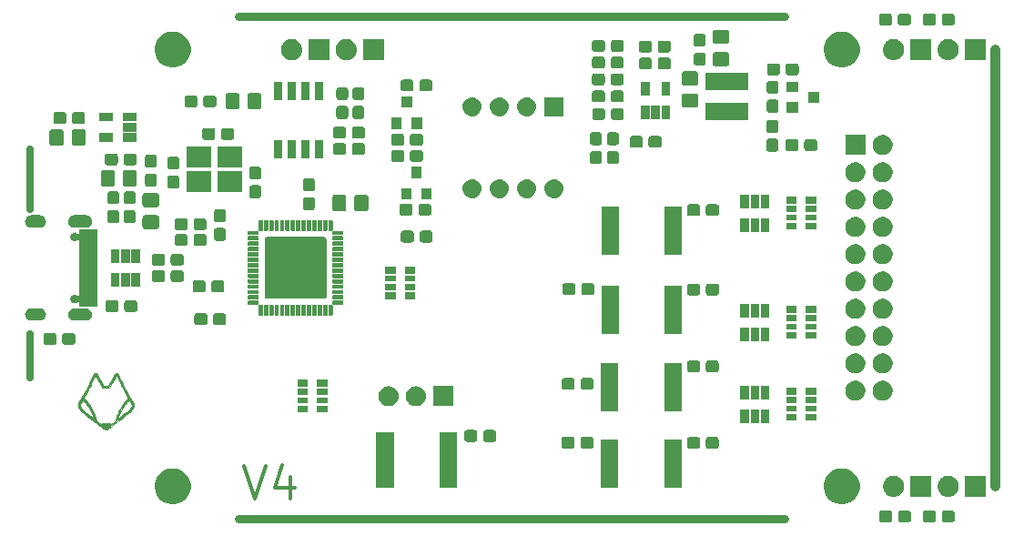
<source format=gts>
G04 #@! TF.GenerationSoftware,KiCad,Pcbnew,5.0.2-bee76a0~70~ubuntu18.04.1*
G04 #@! TF.CreationDate,2019-06-09T10:31:05+02:00*
G04 #@! TF.ProjectId,JTAG-SWD-adapter,4b744c69-6e6b-4416-9461-707465722e6b,rev?*
G04 #@! TF.SameCoordinates,PX18392c0PY54c81a0*
G04 #@! TF.FileFunction,Soldermask,Top*
G04 #@! TF.FilePolarity,Negative*
%FSLAX46Y46*%
G04 Gerber Fmt 4.6, Leading zero omitted, Abs format (unit mm)*
G04 Created by KiCad (PCBNEW 5.0.2-bee76a0~70~ubuntu18.04.1) date ned 09 jun 2019 10:31:05 CEST*
%MOMM*%
%LPD*%
G01*
G04 APERTURE LIST*
%ADD10C,0.300000*%
%ADD11C,0.700000*%
%ADD12C,0.900000*%
%ADD13C,0.780000*%
%ADD14C,0.010000*%
%ADD15C,0.100000*%
G04 APERTURE END LIST*
D10*
X20609228Y6938758D02*
X21609228Y3938758D01*
X22609228Y6938758D01*
X24894942Y5938758D02*
X24894942Y3938758D01*
X24180657Y7081615D02*
X23466371Y4938758D01*
X25323514Y4938758D01*
D11*
X723900Y15189200D02*
X723900Y19253200D01*
X723900Y30886400D02*
X723900Y36449000D01*
D12*
X90418920Y45720000D02*
X90418920Y5080000D01*
D13*
X20066000Y48768000D02*
X70866000Y48768000D01*
X70866000Y2032000D02*
X20066000Y2032000D01*
D14*
G04 #@! TO.C,MARK1*
G36*
X6894064Y15553181D02*
X6916329Y15524624D01*
X6943119Y15484580D01*
X6969521Y15440509D01*
X6975978Y15428827D01*
X6990277Y15402776D01*
X7013739Y15360472D01*
X7045141Y15304105D01*
X7083257Y15235865D01*
X7126864Y15157940D01*
X7174737Y15072522D01*
X7225652Y14981798D01*
X7278385Y14887960D01*
X7281875Y14881754D01*
X7542268Y14418733D01*
X7977132Y14418733D01*
X8237525Y14881754D01*
X8290334Y14975721D01*
X8341406Y15066715D01*
X8389516Y15152549D01*
X8433440Y15231031D01*
X8471954Y15299973D01*
X8503833Y15357185D01*
X8527853Y15400478D01*
X8542789Y15427661D01*
X8543422Y15428827D01*
X8568871Y15472705D01*
X8596041Y15514579D01*
X8620020Y15546991D01*
X8625335Y15553181D01*
X8661746Y15593483D01*
X8847952Y15593483D01*
X8879371Y15550761D01*
X8890185Y15532628D01*
X8908874Y15497395D01*
X8934402Y15447165D01*
X8965735Y15384037D01*
X9001839Y15310114D01*
X9041679Y15227497D01*
X9084221Y15138287D01*
X9125560Y15050698D01*
X9198777Y14894817D01*
X9263969Y14756190D01*
X9322109Y14632912D01*
X9374172Y14523076D01*
X9421130Y14424777D01*
X9463956Y14336111D01*
X9503623Y14255171D01*
X9541104Y14180053D01*
X9577373Y14108850D01*
X9613402Y14039658D01*
X9650165Y13970570D01*
X9688634Y13899682D01*
X9729783Y13825087D01*
X9774584Y13744882D01*
X9824012Y13657159D01*
X9879038Y13560014D01*
X9940636Y13451541D01*
X9956341Y13423900D01*
X10326158Y12773025D01*
X10329688Y12655048D01*
X10330768Y12600002D01*
X10329606Y12559402D01*
X10325387Y12526574D01*
X10317298Y12494845D01*
X10306133Y12461985D01*
X10260229Y12353211D01*
X10203344Y12253727D01*
X10131974Y12157973D01*
X10072716Y12091448D01*
X10056507Y12076420D01*
X10024808Y12049065D01*
X9978681Y12010249D01*
X9919188Y11960837D01*
X9847390Y11901696D01*
X9764350Y11833692D01*
X9671130Y11757689D01*
X9568792Y11674555D01*
X9458398Y11585154D01*
X9341009Y11490354D01*
X9217689Y11391018D01*
X9089499Y11288014D01*
X8957501Y11182207D01*
X8953040Y11178636D01*
X7897422Y10333567D01*
X7757123Y10334356D01*
X7616825Y10335145D01*
X6576071Y11169085D01*
X6445076Y11274128D01*
X6317922Y11376245D01*
X6195670Y11474574D01*
X6079384Y11568256D01*
X5970124Y11656429D01*
X5868952Y11738234D01*
X5776931Y11812810D01*
X5695122Y11879296D01*
X5624588Y11936832D01*
X5566389Y11984556D01*
X5521589Y12021609D01*
X5491249Y12047130D01*
X5476755Y12059942D01*
X5433300Y12105865D01*
X5386563Y12161361D01*
X5340943Y12220657D01*
X5300840Y12277983D01*
X5270656Y12327565D01*
X5266072Y12336289D01*
X5248828Y12373425D01*
X5229321Y12420031D01*
X5213175Y12462239D01*
X5200977Y12498543D01*
X5193365Y12530051D01*
X5189529Y12563431D01*
X5188658Y12605348D01*
X5189032Y12623001D01*
X5341630Y12623001D01*
X5353104Y12577750D01*
X5375494Y12522975D01*
X5407065Y12461677D01*
X5446083Y12396856D01*
X5490811Y12331514D01*
X5539516Y12268651D01*
X5590462Y12211269D01*
X5612634Y12189020D01*
X5627310Y12176128D01*
X5656116Y12151957D01*
X5697358Y12117872D01*
X5749342Y12075240D01*
X5810375Y12025426D01*
X5878763Y11969797D01*
X5952812Y11909719D01*
X6030828Y11846558D01*
X6111118Y11781680D01*
X6191989Y11716451D01*
X6271745Y11652237D01*
X6348695Y11590404D01*
X6421143Y11532319D01*
X6487396Y11479346D01*
X6545761Y11432854D01*
X6594544Y11394207D01*
X6632051Y11364771D01*
X6656589Y11345914D01*
X6666463Y11339000D01*
X6666524Y11338991D01*
X6664106Y11348385D01*
X6655949Y11374153D01*
X6643236Y11412670D01*
X6627153Y11460306D01*
X6622055Y11475229D01*
X6554210Y11657416D01*
X6473400Y11847360D01*
X6382211Y12040029D01*
X6283227Y12230388D01*
X6179034Y12413405D01*
X6072218Y12584044D01*
X5994046Y12697938D01*
X5952145Y12752497D01*
X5901745Y12812002D01*
X5846556Y12872601D01*
X5790289Y12930442D01*
X5736652Y12981671D01*
X5689356Y13022436D01*
X5662218Y13042542D01*
X5629810Y13063438D01*
X5604081Y13078653D01*
X5590157Y13085175D01*
X5589616Y13085233D01*
X5582335Y13076487D01*
X5566640Y13052336D01*
X5544334Y13015916D01*
X5517218Y12970363D01*
X5487095Y12918812D01*
X5455764Y12864397D01*
X5425029Y12810254D01*
X5396690Y12759519D01*
X5372549Y12715325D01*
X5354408Y12680809D01*
X5344067Y12659105D01*
X5342808Y12655726D01*
X5341630Y12623001D01*
X5189032Y12623001D01*
X5189712Y12655048D01*
X5193242Y12773025D01*
X5464153Y13249827D01*
X5677755Y13249827D01*
X5685432Y13240143D01*
X5707800Y13225311D01*
X5740078Y13208484D01*
X5741255Y13207932D01*
X5770690Y13192316D01*
X5800940Y13171839D01*
X5835165Y13143883D01*
X5876526Y13105829D01*
X5928183Y13055061D01*
X5939367Y13043818D01*
X6036178Y12939380D01*
X6129292Y12824514D01*
X6220181Y12697051D01*
X6310315Y12554820D01*
X6401167Y12395652D01*
X6477504Y12250442D01*
X6562859Y12077496D01*
X6636137Y11917523D01*
X6698674Y11767123D01*
X6751804Y11622893D01*
X6796865Y11481433D01*
X6834973Y11340225D01*
X6848789Y11285219D01*
X6861304Y11237143D01*
X6871461Y11199934D01*
X6878199Y11177530D01*
X6879873Y11173252D01*
X6889802Y11163271D01*
X6913815Y11142241D01*
X6949409Y11112262D01*
X6994079Y11075432D01*
X7045322Y11033849D01*
X7066492Y11016842D01*
X7130616Y10966042D01*
X7180440Y10927970D01*
X7217639Y10901472D01*
X7243891Y10885396D01*
X7260873Y10878588D01*
X7267575Y10878540D01*
X7288540Y10884204D01*
X7322289Y10893206D01*
X7357533Y10902545D01*
X7380026Y10907751D01*
X7405449Y10911875D01*
X7436409Y10915031D01*
X7475513Y10917333D01*
X7525367Y10918894D01*
X7588577Y10919827D01*
X7667752Y10920245D01*
X7764992Y10920263D01*
X7859883Y10920052D01*
X7936357Y10919598D01*
X7997165Y10918746D01*
X8045057Y10917343D01*
X8082781Y10915235D01*
X8113090Y10912266D01*
X8138731Y10908284D01*
X8162456Y10903133D01*
X8187015Y10896660D01*
X8187271Y10896589D01*
X8229391Y10886319D01*
X8262292Y10881042D01*
X8280999Y10881504D01*
X8282521Y10882290D01*
X8319994Y10911406D01*
X8364535Y10946628D01*
X8413330Y10985660D01*
X8463559Y11026203D01*
X8512408Y11065962D01*
X8557058Y11102641D01*
X8594693Y11133941D01*
X8622496Y11157568D01*
X8637650Y11171223D01*
X8639527Y11173357D01*
X8644311Y11187484D01*
X8653006Y11218253D01*
X8664553Y11261729D01*
X8677894Y11313979D01*
X8684427Y11340225D01*
X8686131Y11346536D01*
X8861686Y11346536D01*
X8863017Y11346698D01*
X8873451Y11354995D01*
X8898944Y11375341D01*
X8938027Y11406563D01*
X8989232Y11447485D01*
X9051091Y11496935D01*
X9122133Y11553738D01*
X9200891Y11616720D01*
X9285896Y11684706D01*
X9375679Y11756524D01*
X9378950Y11759141D01*
X9492570Y11850179D01*
X9590912Y11929378D01*
X9675354Y11997960D01*
X9747269Y12057154D01*
X9808033Y12108184D01*
X9859022Y12152276D01*
X9901610Y12190655D01*
X9937174Y12224547D01*
X9967089Y12255179D01*
X9992729Y12283774D01*
X10015470Y12311560D01*
X10036688Y12339762D01*
X10047566Y12354983D01*
X10086605Y12414880D01*
X10120682Y12475773D01*
X10148239Y12534034D01*
X10167722Y12586038D01*
X10177574Y12628158D01*
X10176592Y12655726D01*
X10168783Y12673241D01*
X10152664Y12704454D01*
X10130036Y12746231D01*
X10102700Y12795435D01*
X10072460Y12848933D01*
X10041115Y12903589D01*
X10010467Y12956267D01*
X9982319Y13003833D01*
X9958471Y13043151D01*
X9940726Y13071087D01*
X9930884Y13084505D01*
X9929783Y13085233D01*
X9917303Y13079734D01*
X9892513Y13065243D01*
X9860536Y13044775D01*
X9857181Y13042542D01*
X9816466Y13011303D01*
X9766835Y12966926D01*
X9712000Y12913265D01*
X9655669Y12854172D01*
X9601552Y12793498D01*
X9553358Y12735097D01*
X9525353Y12697938D01*
X9417796Y12538818D01*
X9311050Y12363632D01*
X9207696Y12177407D01*
X9110314Y11985170D01*
X9021487Y11791947D01*
X8943794Y11602766D01*
X8896902Y11473936D01*
X8880875Y11425249D01*
X8869088Y11385626D01*
X8862404Y11358308D01*
X8861686Y11346536D01*
X8686131Y11346536D01*
X8722790Y11482302D01*
X8767896Y11623768D01*
X8821081Y11768026D01*
X8883679Y11918475D01*
X8957027Y12078517D01*
X9041896Y12250442D01*
X9134442Y12425174D01*
X9225059Y12581184D01*
X9315220Y12720641D01*
X9406396Y12845715D01*
X9500057Y12958576D01*
X9580033Y13043818D01*
X9633992Y13097285D01*
X9677057Y13137542D01*
X9712390Y13167206D01*
X9743149Y13188897D01*
X9772495Y13205231D01*
X9778144Y13207932D01*
X9810668Y13224771D01*
X9833438Y13239720D01*
X9841675Y13249623D01*
X9841644Y13249827D01*
X9836063Y13261234D01*
X9821152Y13288964D01*
X9798061Y13330947D01*
X9767943Y13385115D01*
X9731946Y13449401D01*
X9691223Y13521737D01*
X9646923Y13600054D01*
X9638474Y13614952D01*
X9586531Y13707213D01*
X9538480Y13794250D01*
X9492736Y13879170D01*
X9447710Y13965083D01*
X9401815Y14055096D01*
X9353466Y14152317D01*
X9301075Y14259855D01*
X9243055Y14380817D01*
X9184868Y14503400D01*
X9135991Y14606844D01*
X9088380Y14707781D01*
X9043079Y14803988D01*
X9001129Y14893246D01*
X8963572Y14973333D01*
X8931450Y15042028D01*
X8905807Y15097110D01*
X8887683Y15136359D01*
X8881933Y15148983D01*
X8856731Y15203900D01*
X8829622Y15261534D01*
X8804607Y15313437D01*
X8792022Y15338799D01*
X8752292Y15417490D01*
X8732732Y15391716D01*
X8721397Y15373814D01*
X8702577Y15340816D01*
X8678355Y15296508D01*
X8650810Y15244676D01*
X8631309Y15207192D01*
X8603460Y15153751D01*
X8578304Y15106532D01*
X8557694Y15068929D01*
X8543479Y15044334D01*
X8538219Y15036559D01*
X8530783Y15025031D01*
X8514177Y14997007D01*
X8489540Y14954478D01*
X8458009Y14899434D01*
X8420723Y14833867D01*
X8378819Y14759767D01*
X8333437Y14679125D01*
X8310033Y14637396D01*
X8093075Y14250115D01*
X8032737Y14249758D01*
X7985963Y14252556D01*
X7934867Y14260074D01*
X7911451Y14265275D01*
X7850894Y14275802D01*
X7779023Y14280342D01*
X7704828Y14278897D01*
X7637298Y14271466D01*
X7607949Y14265275D01*
X7560934Y14256074D01*
X7509912Y14250527D01*
X7486663Y14249758D01*
X7426325Y14250115D01*
X7209367Y14637396D01*
X7162683Y14720539D01*
X7118914Y14798127D01*
X7079200Y14868167D01*
X7044678Y14928669D01*
X7016486Y14977643D01*
X6995762Y15013096D01*
X6983644Y15033039D01*
X6981181Y15036559D01*
X6972773Y15049576D01*
X6956625Y15078067D01*
X6934586Y15118638D01*
X6908510Y15167897D01*
X6888090Y15207192D01*
X6859477Y15261971D01*
X6832775Y15311792D01*
X6810067Y15352869D01*
X6793432Y15381415D01*
X6786668Y15391716D01*
X6767108Y15417490D01*
X6727378Y15338799D01*
X6705628Y15294594D01*
X6679328Y15239474D01*
X6652482Y15181889D01*
X6637467Y15148983D01*
X6623347Y15118175D01*
X6601204Y15070461D01*
X6572080Y15008061D01*
X6537018Y14933197D01*
X6497059Y14848090D01*
X6453245Y14754961D01*
X6406619Y14656031D01*
X6358224Y14553520D01*
X6334531Y14503400D01*
X6270107Y14367739D01*
X6212735Y14248292D01*
X6160830Y14141953D01*
X6112805Y14045611D01*
X6067072Y13956160D01*
X6022045Y13870492D01*
X5976137Y13785497D01*
X5927762Y13698069D01*
X5880926Y13614952D01*
X5836094Y13535759D01*
X5794626Y13462168D01*
X5757673Y13396246D01*
X5726387Y13340060D01*
X5701917Y13295680D01*
X5685414Y13265173D01*
X5678030Y13250606D01*
X5677755Y13249827D01*
X5464153Y13249827D01*
X5563059Y13423900D01*
X5626361Y13535344D01*
X5682860Y13635007D01*
X5733530Y13724796D01*
X5779342Y13806614D01*
X5821270Y13882369D01*
X5860288Y13953965D01*
X5897368Y14023308D01*
X5933483Y14092303D01*
X5969607Y14162856D01*
X6006712Y14236872D01*
X6045772Y14316256D01*
X6087759Y14402914D01*
X6133647Y14498752D01*
X6184409Y14605675D01*
X6241018Y14725588D01*
X6304447Y14860396D01*
X6375669Y15012006D01*
X6393839Y15050698D01*
X6437972Y15144175D01*
X6480372Y15233025D01*
X6520003Y15315147D01*
X6555832Y15388440D01*
X6586823Y15450802D01*
X6611943Y15500132D01*
X6630157Y15534329D01*
X6640029Y15550761D01*
X6671448Y15593483D01*
X6857653Y15593483D01*
X6894064Y15553181D01*
X6894064Y15553181D01*
G37*
X6894064Y15553181D02*
X6916329Y15524624D01*
X6943119Y15484580D01*
X6969521Y15440509D01*
X6975978Y15428827D01*
X6990277Y15402776D01*
X7013739Y15360472D01*
X7045141Y15304105D01*
X7083257Y15235865D01*
X7126864Y15157940D01*
X7174737Y15072522D01*
X7225652Y14981798D01*
X7278385Y14887960D01*
X7281875Y14881754D01*
X7542268Y14418733D01*
X7977132Y14418733D01*
X8237525Y14881754D01*
X8290334Y14975721D01*
X8341406Y15066715D01*
X8389516Y15152549D01*
X8433440Y15231031D01*
X8471954Y15299973D01*
X8503833Y15357185D01*
X8527853Y15400478D01*
X8542789Y15427661D01*
X8543422Y15428827D01*
X8568871Y15472705D01*
X8596041Y15514579D01*
X8620020Y15546991D01*
X8625335Y15553181D01*
X8661746Y15593483D01*
X8847952Y15593483D01*
X8879371Y15550761D01*
X8890185Y15532628D01*
X8908874Y15497395D01*
X8934402Y15447165D01*
X8965735Y15384037D01*
X9001839Y15310114D01*
X9041679Y15227497D01*
X9084221Y15138287D01*
X9125560Y15050698D01*
X9198777Y14894817D01*
X9263969Y14756190D01*
X9322109Y14632912D01*
X9374172Y14523076D01*
X9421130Y14424777D01*
X9463956Y14336111D01*
X9503623Y14255171D01*
X9541104Y14180053D01*
X9577373Y14108850D01*
X9613402Y14039658D01*
X9650165Y13970570D01*
X9688634Y13899682D01*
X9729783Y13825087D01*
X9774584Y13744882D01*
X9824012Y13657159D01*
X9879038Y13560014D01*
X9940636Y13451541D01*
X9956341Y13423900D01*
X10326158Y12773025D01*
X10329688Y12655048D01*
X10330768Y12600002D01*
X10329606Y12559402D01*
X10325387Y12526574D01*
X10317298Y12494845D01*
X10306133Y12461985D01*
X10260229Y12353211D01*
X10203344Y12253727D01*
X10131974Y12157973D01*
X10072716Y12091448D01*
X10056507Y12076420D01*
X10024808Y12049065D01*
X9978681Y12010249D01*
X9919188Y11960837D01*
X9847390Y11901696D01*
X9764350Y11833692D01*
X9671130Y11757689D01*
X9568792Y11674555D01*
X9458398Y11585154D01*
X9341009Y11490354D01*
X9217689Y11391018D01*
X9089499Y11288014D01*
X8957501Y11182207D01*
X8953040Y11178636D01*
X7897422Y10333567D01*
X7757123Y10334356D01*
X7616825Y10335145D01*
X6576071Y11169085D01*
X6445076Y11274128D01*
X6317922Y11376245D01*
X6195670Y11474574D01*
X6079384Y11568256D01*
X5970124Y11656429D01*
X5868952Y11738234D01*
X5776931Y11812810D01*
X5695122Y11879296D01*
X5624588Y11936832D01*
X5566389Y11984556D01*
X5521589Y12021609D01*
X5491249Y12047130D01*
X5476755Y12059942D01*
X5433300Y12105865D01*
X5386563Y12161361D01*
X5340943Y12220657D01*
X5300840Y12277983D01*
X5270656Y12327565D01*
X5266072Y12336289D01*
X5248828Y12373425D01*
X5229321Y12420031D01*
X5213175Y12462239D01*
X5200977Y12498543D01*
X5193365Y12530051D01*
X5189529Y12563431D01*
X5188658Y12605348D01*
X5189032Y12623001D01*
X5341630Y12623001D01*
X5353104Y12577750D01*
X5375494Y12522975D01*
X5407065Y12461677D01*
X5446083Y12396856D01*
X5490811Y12331514D01*
X5539516Y12268651D01*
X5590462Y12211269D01*
X5612634Y12189020D01*
X5627310Y12176128D01*
X5656116Y12151957D01*
X5697358Y12117872D01*
X5749342Y12075240D01*
X5810375Y12025426D01*
X5878763Y11969797D01*
X5952812Y11909719D01*
X6030828Y11846558D01*
X6111118Y11781680D01*
X6191989Y11716451D01*
X6271745Y11652237D01*
X6348695Y11590404D01*
X6421143Y11532319D01*
X6487396Y11479346D01*
X6545761Y11432854D01*
X6594544Y11394207D01*
X6632051Y11364771D01*
X6656589Y11345914D01*
X6666463Y11339000D01*
X6666524Y11338991D01*
X6664106Y11348385D01*
X6655949Y11374153D01*
X6643236Y11412670D01*
X6627153Y11460306D01*
X6622055Y11475229D01*
X6554210Y11657416D01*
X6473400Y11847360D01*
X6382211Y12040029D01*
X6283227Y12230388D01*
X6179034Y12413405D01*
X6072218Y12584044D01*
X5994046Y12697938D01*
X5952145Y12752497D01*
X5901745Y12812002D01*
X5846556Y12872601D01*
X5790289Y12930442D01*
X5736652Y12981671D01*
X5689356Y13022436D01*
X5662218Y13042542D01*
X5629810Y13063438D01*
X5604081Y13078653D01*
X5590157Y13085175D01*
X5589616Y13085233D01*
X5582335Y13076487D01*
X5566640Y13052336D01*
X5544334Y13015916D01*
X5517218Y12970363D01*
X5487095Y12918812D01*
X5455764Y12864397D01*
X5425029Y12810254D01*
X5396690Y12759519D01*
X5372549Y12715325D01*
X5354408Y12680809D01*
X5344067Y12659105D01*
X5342808Y12655726D01*
X5341630Y12623001D01*
X5189032Y12623001D01*
X5189712Y12655048D01*
X5193242Y12773025D01*
X5464153Y13249827D01*
X5677755Y13249827D01*
X5685432Y13240143D01*
X5707800Y13225311D01*
X5740078Y13208484D01*
X5741255Y13207932D01*
X5770690Y13192316D01*
X5800940Y13171839D01*
X5835165Y13143883D01*
X5876526Y13105829D01*
X5928183Y13055061D01*
X5939367Y13043818D01*
X6036178Y12939380D01*
X6129292Y12824514D01*
X6220181Y12697051D01*
X6310315Y12554820D01*
X6401167Y12395652D01*
X6477504Y12250442D01*
X6562859Y12077496D01*
X6636137Y11917523D01*
X6698674Y11767123D01*
X6751804Y11622893D01*
X6796865Y11481433D01*
X6834973Y11340225D01*
X6848789Y11285219D01*
X6861304Y11237143D01*
X6871461Y11199934D01*
X6878199Y11177530D01*
X6879873Y11173252D01*
X6889802Y11163271D01*
X6913815Y11142241D01*
X6949409Y11112262D01*
X6994079Y11075432D01*
X7045322Y11033849D01*
X7066492Y11016842D01*
X7130616Y10966042D01*
X7180440Y10927970D01*
X7217639Y10901472D01*
X7243891Y10885396D01*
X7260873Y10878588D01*
X7267575Y10878540D01*
X7288540Y10884204D01*
X7322289Y10893206D01*
X7357533Y10902545D01*
X7380026Y10907751D01*
X7405449Y10911875D01*
X7436409Y10915031D01*
X7475513Y10917333D01*
X7525367Y10918894D01*
X7588577Y10919827D01*
X7667752Y10920245D01*
X7764992Y10920263D01*
X7859883Y10920052D01*
X7936357Y10919598D01*
X7997165Y10918746D01*
X8045057Y10917343D01*
X8082781Y10915235D01*
X8113090Y10912266D01*
X8138731Y10908284D01*
X8162456Y10903133D01*
X8187015Y10896660D01*
X8187271Y10896589D01*
X8229391Y10886319D01*
X8262292Y10881042D01*
X8280999Y10881504D01*
X8282521Y10882290D01*
X8319994Y10911406D01*
X8364535Y10946628D01*
X8413330Y10985660D01*
X8463559Y11026203D01*
X8512408Y11065962D01*
X8557058Y11102641D01*
X8594693Y11133941D01*
X8622496Y11157568D01*
X8637650Y11171223D01*
X8639527Y11173357D01*
X8644311Y11187484D01*
X8653006Y11218253D01*
X8664553Y11261729D01*
X8677894Y11313979D01*
X8684427Y11340225D01*
X8686131Y11346536D01*
X8861686Y11346536D01*
X8863017Y11346698D01*
X8873451Y11354995D01*
X8898944Y11375341D01*
X8938027Y11406563D01*
X8989232Y11447485D01*
X9051091Y11496935D01*
X9122133Y11553738D01*
X9200891Y11616720D01*
X9285896Y11684706D01*
X9375679Y11756524D01*
X9378950Y11759141D01*
X9492570Y11850179D01*
X9590912Y11929378D01*
X9675354Y11997960D01*
X9747269Y12057154D01*
X9808033Y12108184D01*
X9859022Y12152276D01*
X9901610Y12190655D01*
X9937174Y12224547D01*
X9967089Y12255179D01*
X9992729Y12283774D01*
X10015470Y12311560D01*
X10036688Y12339762D01*
X10047566Y12354983D01*
X10086605Y12414880D01*
X10120682Y12475773D01*
X10148239Y12534034D01*
X10167722Y12586038D01*
X10177574Y12628158D01*
X10176592Y12655726D01*
X10168783Y12673241D01*
X10152664Y12704454D01*
X10130036Y12746231D01*
X10102700Y12795435D01*
X10072460Y12848933D01*
X10041115Y12903589D01*
X10010467Y12956267D01*
X9982319Y13003833D01*
X9958471Y13043151D01*
X9940726Y13071087D01*
X9930884Y13084505D01*
X9929783Y13085233D01*
X9917303Y13079734D01*
X9892513Y13065243D01*
X9860536Y13044775D01*
X9857181Y13042542D01*
X9816466Y13011303D01*
X9766835Y12966926D01*
X9712000Y12913265D01*
X9655669Y12854172D01*
X9601552Y12793498D01*
X9553358Y12735097D01*
X9525353Y12697938D01*
X9417796Y12538818D01*
X9311050Y12363632D01*
X9207696Y12177407D01*
X9110314Y11985170D01*
X9021487Y11791947D01*
X8943794Y11602766D01*
X8896902Y11473936D01*
X8880875Y11425249D01*
X8869088Y11385626D01*
X8862404Y11358308D01*
X8861686Y11346536D01*
X8686131Y11346536D01*
X8722790Y11482302D01*
X8767896Y11623768D01*
X8821081Y11768026D01*
X8883679Y11918475D01*
X8957027Y12078517D01*
X9041896Y12250442D01*
X9134442Y12425174D01*
X9225059Y12581184D01*
X9315220Y12720641D01*
X9406396Y12845715D01*
X9500057Y12958576D01*
X9580033Y13043818D01*
X9633992Y13097285D01*
X9677057Y13137542D01*
X9712390Y13167206D01*
X9743149Y13188897D01*
X9772495Y13205231D01*
X9778144Y13207932D01*
X9810668Y13224771D01*
X9833438Y13239720D01*
X9841675Y13249623D01*
X9841644Y13249827D01*
X9836063Y13261234D01*
X9821152Y13288964D01*
X9798061Y13330947D01*
X9767943Y13385115D01*
X9731946Y13449401D01*
X9691223Y13521737D01*
X9646923Y13600054D01*
X9638474Y13614952D01*
X9586531Y13707213D01*
X9538480Y13794250D01*
X9492736Y13879170D01*
X9447710Y13965083D01*
X9401815Y14055096D01*
X9353466Y14152317D01*
X9301075Y14259855D01*
X9243055Y14380817D01*
X9184868Y14503400D01*
X9135991Y14606844D01*
X9088380Y14707781D01*
X9043079Y14803988D01*
X9001129Y14893246D01*
X8963572Y14973333D01*
X8931450Y15042028D01*
X8905807Y15097110D01*
X8887683Y15136359D01*
X8881933Y15148983D01*
X8856731Y15203900D01*
X8829622Y15261534D01*
X8804607Y15313437D01*
X8792022Y15338799D01*
X8752292Y15417490D01*
X8732732Y15391716D01*
X8721397Y15373814D01*
X8702577Y15340816D01*
X8678355Y15296508D01*
X8650810Y15244676D01*
X8631309Y15207192D01*
X8603460Y15153751D01*
X8578304Y15106532D01*
X8557694Y15068929D01*
X8543479Y15044334D01*
X8538219Y15036559D01*
X8530783Y15025031D01*
X8514177Y14997007D01*
X8489540Y14954478D01*
X8458009Y14899434D01*
X8420723Y14833867D01*
X8378819Y14759767D01*
X8333437Y14679125D01*
X8310033Y14637396D01*
X8093075Y14250115D01*
X8032737Y14249758D01*
X7985963Y14252556D01*
X7934867Y14260074D01*
X7911451Y14265275D01*
X7850894Y14275802D01*
X7779023Y14280342D01*
X7704828Y14278897D01*
X7637298Y14271466D01*
X7607949Y14265275D01*
X7560934Y14256074D01*
X7509912Y14250527D01*
X7486663Y14249758D01*
X7426325Y14250115D01*
X7209367Y14637396D01*
X7162683Y14720539D01*
X7118914Y14798127D01*
X7079200Y14868167D01*
X7044678Y14928669D01*
X7016486Y14977643D01*
X6995762Y15013096D01*
X6983644Y15033039D01*
X6981181Y15036559D01*
X6972773Y15049576D01*
X6956625Y15078067D01*
X6934586Y15118638D01*
X6908510Y15167897D01*
X6888090Y15207192D01*
X6859477Y15261971D01*
X6832775Y15311792D01*
X6810067Y15352869D01*
X6793432Y15381415D01*
X6786668Y15391716D01*
X6767108Y15417490D01*
X6727378Y15338799D01*
X6705628Y15294594D01*
X6679328Y15239474D01*
X6652482Y15181889D01*
X6637467Y15148983D01*
X6623347Y15118175D01*
X6601204Y15070461D01*
X6572080Y15008061D01*
X6537018Y14933197D01*
X6497059Y14848090D01*
X6453245Y14754961D01*
X6406619Y14656031D01*
X6358224Y14553520D01*
X6334531Y14503400D01*
X6270107Y14367739D01*
X6212735Y14248292D01*
X6160830Y14141953D01*
X6112805Y14045611D01*
X6067072Y13956160D01*
X6022045Y13870492D01*
X5976137Y13785497D01*
X5927762Y13698069D01*
X5880926Y13614952D01*
X5836094Y13535759D01*
X5794626Y13462168D01*
X5757673Y13396246D01*
X5726387Y13340060D01*
X5701917Y13295680D01*
X5685414Y13265173D01*
X5678030Y13250606D01*
X5677755Y13249827D01*
X5464153Y13249827D01*
X5563059Y13423900D01*
X5626361Y13535344D01*
X5682860Y13635007D01*
X5733530Y13724796D01*
X5779342Y13806614D01*
X5821270Y13882369D01*
X5860288Y13953965D01*
X5897368Y14023308D01*
X5933483Y14092303D01*
X5969607Y14162856D01*
X6006712Y14236872D01*
X6045772Y14316256D01*
X6087759Y14402914D01*
X6133647Y14498752D01*
X6184409Y14605675D01*
X6241018Y14725588D01*
X6304447Y14860396D01*
X6375669Y15012006D01*
X6393839Y15050698D01*
X6437972Y15144175D01*
X6480372Y15233025D01*
X6520003Y15315147D01*
X6555832Y15388440D01*
X6586823Y15450802D01*
X6611943Y15500132D01*
X6630157Y15534329D01*
X6640029Y15550761D01*
X6671448Y15593483D01*
X6857653Y15593483D01*
X6894064Y15553181D01*
D15*
G36*
X86497679Y2835789D02*
X86547362Y2820718D01*
X86593159Y2796238D01*
X86633298Y2763298D01*
X86666238Y2723159D01*
X86690718Y2677362D01*
X86705789Y2627679D01*
X86711000Y2574768D01*
X86711000Y1997232D01*
X86705789Y1944321D01*
X86690718Y1894638D01*
X86666238Y1848841D01*
X86633298Y1808702D01*
X86593159Y1775762D01*
X86547362Y1751282D01*
X86497679Y1736211D01*
X86444768Y1731000D01*
X85767232Y1731000D01*
X85714321Y1736211D01*
X85664638Y1751282D01*
X85618841Y1775762D01*
X85578702Y1808702D01*
X85545762Y1848841D01*
X85521282Y1894638D01*
X85506211Y1944321D01*
X85501000Y1997232D01*
X85501000Y2574768D01*
X85506211Y2627679D01*
X85521282Y2677362D01*
X85545762Y2723159D01*
X85578702Y2763298D01*
X85618841Y2796238D01*
X85664638Y2820718D01*
X85714321Y2835789D01*
X85767232Y2841000D01*
X86444768Y2841000D01*
X86497679Y2835789D01*
X86497679Y2835789D01*
G37*
G36*
X84747679Y2835789D02*
X84797362Y2820718D01*
X84843159Y2796238D01*
X84883298Y2763298D01*
X84916238Y2723159D01*
X84940718Y2677362D01*
X84955789Y2627679D01*
X84961000Y2574768D01*
X84961000Y1997232D01*
X84955789Y1944321D01*
X84940718Y1894638D01*
X84916238Y1848841D01*
X84883298Y1808702D01*
X84843159Y1775762D01*
X84797362Y1751282D01*
X84747679Y1736211D01*
X84694768Y1731000D01*
X84017232Y1731000D01*
X83964321Y1736211D01*
X83914638Y1751282D01*
X83868841Y1775762D01*
X83828702Y1808702D01*
X83795762Y1848841D01*
X83771282Y1894638D01*
X83756211Y1944321D01*
X83751000Y1997232D01*
X83751000Y2574768D01*
X83756211Y2627679D01*
X83771282Y2677362D01*
X83795762Y2723159D01*
X83828702Y2763298D01*
X83868841Y2796238D01*
X83914638Y2820718D01*
X83964321Y2835789D01*
X84017232Y2841000D01*
X84694768Y2841000D01*
X84747679Y2835789D01*
X84747679Y2835789D01*
G37*
G36*
X80683679Y2835789D02*
X80733362Y2820718D01*
X80779159Y2796238D01*
X80819298Y2763298D01*
X80852238Y2723159D01*
X80876718Y2677362D01*
X80891789Y2627679D01*
X80897000Y2574768D01*
X80897000Y1997232D01*
X80891789Y1944321D01*
X80876718Y1894638D01*
X80852238Y1848841D01*
X80819298Y1808702D01*
X80779159Y1775762D01*
X80733362Y1751282D01*
X80683679Y1736211D01*
X80630768Y1731000D01*
X79953232Y1731000D01*
X79900321Y1736211D01*
X79850638Y1751282D01*
X79804841Y1775762D01*
X79764702Y1808702D01*
X79731762Y1848841D01*
X79707282Y1894638D01*
X79692211Y1944321D01*
X79687000Y1997232D01*
X79687000Y2574768D01*
X79692211Y2627679D01*
X79707282Y2677362D01*
X79731762Y2723159D01*
X79764702Y2763298D01*
X79804841Y2796238D01*
X79850638Y2820718D01*
X79900321Y2835789D01*
X79953232Y2841000D01*
X80630768Y2841000D01*
X80683679Y2835789D01*
X80683679Y2835789D01*
G37*
G36*
X82433679Y2835789D02*
X82483362Y2820718D01*
X82529159Y2796238D01*
X82569298Y2763298D01*
X82602238Y2723159D01*
X82626718Y2677362D01*
X82641789Y2627679D01*
X82647000Y2574768D01*
X82647000Y1997232D01*
X82641789Y1944321D01*
X82626718Y1894638D01*
X82602238Y1848841D01*
X82569298Y1808702D01*
X82529159Y1775762D01*
X82483362Y1751282D01*
X82433679Y1736211D01*
X82380768Y1731000D01*
X81703232Y1731000D01*
X81650321Y1736211D01*
X81600638Y1751282D01*
X81554841Y1775762D01*
X81514702Y1808702D01*
X81481762Y1848841D01*
X81457282Y1894638D01*
X81442211Y1944321D01*
X81437000Y1997232D01*
X81437000Y2574768D01*
X81442211Y2627679D01*
X81457282Y2677362D01*
X81481762Y2723159D01*
X81514702Y2763298D01*
X81554841Y2796238D01*
X81600638Y2820718D01*
X81650321Y2835789D01*
X81703232Y2841000D01*
X82380768Y2841000D01*
X82433679Y2835789D01*
X82433679Y2835789D01*
G37*
G36*
X14460038Y6695439D02*
X14765779Y6568797D01*
X15040938Y6384941D01*
X15274941Y6150938D01*
X15458797Y5875779D01*
X15585439Y5570038D01*
X15650000Y5245466D01*
X15650000Y4914534D01*
X15585439Y4589962D01*
X15458797Y4284221D01*
X15274941Y4009062D01*
X15040938Y3775059D01*
X14765779Y3591203D01*
X14460038Y3464561D01*
X14135466Y3400000D01*
X13804534Y3400000D01*
X13479962Y3464561D01*
X13174221Y3591203D01*
X12899062Y3775059D01*
X12665059Y4009062D01*
X12481203Y4284221D01*
X12354561Y4589962D01*
X12290000Y4914534D01*
X12290000Y5245466D01*
X12354561Y5570038D01*
X12481203Y5875779D01*
X12665059Y6150938D01*
X12899062Y6384941D01*
X13174221Y6568797D01*
X13479962Y6695439D01*
X13804534Y6760000D01*
X14135466Y6760000D01*
X14460038Y6695439D01*
X14460038Y6695439D01*
G37*
G36*
X76690038Y6695439D02*
X76995779Y6568797D01*
X77270938Y6384941D01*
X77504941Y6150938D01*
X77688797Y5875779D01*
X77815439Y5570038D01*
X77880000Y5245466D01*
X77880000Y4914534D01*
X77815439Y4589962D01*
X77688797Y4284221D01*
X77504941Y4009062D01*
X77270938Y3775059D01*
X76995779Y3591203D01*
X76690038Y3464561D01*
X76365466Y3400000D01*
X76034534Y3400000D01*
X75709962Y3464561D01*
X75404221Y3591203D01*
X75129062Y3775059D01*
X74895059Y4009062D01*
X74711203Y4284221D01*
X74584561Y4589962D01*
X74520000Y4914534D01*
X74520000Y5245466D01*
X74584561Y5570038D01*
X74711203Y5875779D01*
X74895059Y6150938D01*
X75129062Y6384941D01*
X75404221Y6568797D01*
X75709962Y6695439D01*
X76034534Y6760000D01*
X76365466Y6760000D01*
X76690038Y6695439D01*
X76690038Y6695439D01*
G37*
G36*
X89626000Y4100000D02*
X87666000Y4100000D01*
X87666000Y6060000D01*
X89626000Y6060000D01*
X89626000Y4100000D01*
X89626000Y4100000D01*
G37*
G36*
X86328745Y6034893D02*
X86391857Y6022339D01*
X86570204Y5948466D01*
X86678987Y5875779D01*
X86730714Y5841216D01*
X86867216Y5704714D01*
X86867217Y5704712D01*
X86974466Y5544204D01*
X87048339Y5365857D01*
X87048339Y5365856D01*
X87086000Y5176522D01*
X87086000Y4983478D01*
X87072286Y4914534D01*
X87048339Y4794143D01*
X86974466Y4615796D01*
X86957203Y4589961D01*
X86867216Y4455286D01*
X86730714Y4318784D01*
X86690313Y4291789D01*
X86570204Y4211534D01*
X86391857Y4137661D01*
X86328745Y4125107D01*
X86202522Y4100000D01*
X86009478Y4100000D01*
X85883255Y4125107D01*
X85820143Y4137661D01*
X85641796Y4211534D01*
X85521687Y4291789D01*
X85481286Y4318784D01*
X85344784Y4455286D01*
X85254797Y4589961D01*
X85237534Y4615796D01*
X85163661Y4794143D01*
X85139714Y4914534D01*
X85126000Y4983478D01*
X85126000Y5176522D01*
X85163661Y5365856D01*
X85163661Y5365857D01*
X85237534Y5544204D01*
X85344783Y5704712D01*
X85344784Y5704714D01*
X85481286Y5841216D01*
X85533013Y5875779D01*
X85641796Y5948466D01*
X85820143Y6022339D01*
X85883255Y6034893D01*
X86009478Y6060000D01*
X86202522Y6060000D01*
X86328745Y6034893D01*
X86328745Y6034893D01*
G37*
G36*
X84546000Y4100000D02*
X82586000Y4100000D01*
X82586000Y6060000D01*
X84546000Y6060000D01*
X84546000Y4100000D01*
X84546000Y4100000D01*
G37*
G36*
X81248745Y6034893D02*
X81311857Y6022339D01*
X81490204Y5948466D01*
X81598987Y5875779D01*
X81650714Y5841216D01*
X81787216Y5704714D01*
X81787217Y5704712D01*
X81894466Y5544204D01*
X81968339Y5365857D01*
X81968339Y5365856D01*
X82006000Y5176522D01*
X82006000Y4983478D01*
X81992286Y4914534D01*
X81968339Y4794143D01*
X81894466Y4615796D01*
X81877203Y4589961D01*
X81787216Y4455286D01*
X81650714Y4318784D01*
X81610313Y4291789D01*
X81490204Y4211534D01*
X81311857Y4137661D01*
X81248745Y4125107D01*
X81122522Y4100000D01*
X80929478Y4100000D01*
X80803255Y4125107D01*
X80740143Y4137661D01*
X80561796Y4211534D01*
X80441687Y4291789D01*
X80401286Y4318784D01*
X80264784Y4455286D01*
X80174797Y4589961D01*
X80157534Y4615796D01*
X80083661Y4794143D01*
X80059714Y4914534D01*
X80046000Y4983478D01*
X80046000Y5176522D01*
X80083661Y5365856D01*
X80083661Y5365857D01*
X80157534Y5544204D01*
X80264783Y5704712D01*
X80264784Y5704714D01*
X80401286Y5841216D01*
X80453013Y5875779D01*
X80561796Y5948466D01*
X80740143Y6022339D01*
X80803255Y6034893D01*
X80929478Y6060000D01*
X81122522Y6060000D01*
X81248745Y6034893D01*
X81248745Y6034893D01*
G37*
G36*
X34539820Y4905380D02*
X32879820Y4905380D01*
X32879820Y10065380D01*
X34539820Y10065380D01*
X34539820Y4905380D01*
X34539820Y4905380D01*
G37*
G36*
X40439820Y4905380D02*
X38779820Y4905380D01*
X38779820Y10065380D01*
X40439820Y10065380D01*
X40439820Y4905380D01*
X40439820Y4905380D01*
G37*
G36*
X55415000Y4920500D02*
X53805000Y4920500D01*
X53805000Y9430500D01*
X55415000Y9430500D01*
X55415000Y4920500D01*
X55415000Y4920500D01*
G37*
G36*
X61315000Y4920500D02*
X59705000Y4920500D01*
X59705000Y9430500D01*
X61315000Y9430500D01*
X61315000Y4920500D01*
X61315000Y4920500D01*
G37*
G36*
X62809639Y9673469D02*
X62859322Y9658398D01*
X62905119Y9633918D01*
X62945258Y9600978D01*
X62978198Y9560839D01*
X63002678Y9515042D01*
X63017749Y9465359D01*
X63022960Y9412448D01*
X63022960Y8834912D01*
X63017749Y8782001D01*
X63002678Y8732318D01*
X62978198Y8686521D01*
X62945258Y8646382D01*
X62905119Y8613442D01*
X62859322Y8588962D01*
X62809639Y8573891D01*
X62756728Y8568680D01*
X62079192Y8568680D01*
X62026281Y8573891D01*
X61976598Y8588962D01*
X61930801Y8613442D01*
X61890662Y8646382D01*
X61857722Y8686521D01*
X61833242Y8732318D01*
X61818171Y8782001D01*
X61812960Y8834912D01*
X61812960Y9412448D01*
X61818171Y9465359D01*
X61833242Y9515042D01*
X61857722Y9560839D01*
X61890662Y9600978D01*
X61930801Y9633918D01*
X61976598Y9658398D01*
X62026281Y9673469D01*
X62079192Y9678680D01*
X62756728Y9678680D01*
X62809639Y9673469D01*
X62809639Y9673469D01*
G37*
G36*
X64559639Y9673469D02*
X64609322Y9658398D01*
X64655119Y9633918D01*
X64695258Y9600978D01*
X64728198Y9560839D01*
X64752678Y9515042D01*
X64767749Y9465359D01*
X64772960Y9412448D01*
X64772960Y8834912D01*
X64767749Y8782001D01*
X64752678Y8732318D01*
X64728198Y8686521D01*
X64695258Y8646382D01*
X64655119Y8613442D01*
X64609322Y8588962D01*
X64559639Y8573891D01*
X64506728Y8568680D01*
X63829192Y8568680D01*
X63776281Y8573891D01*
X63726598Y8588962D01*
X63680801Y8613442D01*
X63640662Y8646382D01*
X63607722Y8686521D01*
X63583242Y8732318D01*
X63568171Y8782001D01*
X63562960Y8834912D01*
X63562960Y9412448D01*
X63568171Y9465359D01*
X63583242Y9515042D01*
X63607722Y9560839D01*
X63640662Y9600978D01*
X63680801Y9633918D01*
X63726598Y9658398D01*
X63776281Y9673469D01*
X63829192Y9678680D01*
X64506728Y9678680D01*
X64559639Y9673469D01*
X64559639Y9673469D01*
G37*
G36*
X51142179Y9693789D02*
X51191862Y9678718D01*
X51237659Y9654238D01*
X51277798Y9621298D01*
X51310738Y9581159D01*
X51335218Y9535362D01*
X51350289Y9485679D01*
X51355500Y9432768D01*
X51355500Y8855232D01*
X51350289Y8802321D01*
X51335218Y8752638D01*
X51310738Y8706841D01*
X51277798Y8666702D01*
X51237659Y8633762D01*
X51191862Y8609282D01*
X51142179Y8594211D01*
X51089268Y8589000D01*
X50411732Y8589000D01*
X50358821Y8594211D01*
X50309138Y8609282D01*
X50263341Y8633762D01*
X50223202Y8666702D01*
X50190262Y8706841D01*
X50165782Y8752638D01*
X50150711Y8802321D01*
X50145500Y8855232D01*
X50145500Y9432768D01*
X50150711Y9485679D01*
X50165782Y9535362D01*
X50190262Y9581159D01*
X50223202Y9621298D01*
X50263341Y9654238D01*
X50309138Y9678718D01*
X50358821Y9693789D01*
X50411732Y9699000D01*
X51089268Y9699000D01*
X51142179Y9693789D01*
X51142179Y9693789D01*
G37*
G36*
X52892179Y9693789D02*
X52941862Y9678718D01*
X52987659Y9654238D01*
X53027798Y9621298D01*
X53060738Y9581159D01*
X53085218Y9535362D01*
X53100289Y9485679D01*
X53105500Y9432768D01*
X53105500Y8855232D01*
X53100289Y8802321D01*
X53085218Y8752638D01*
X53060738Y8706841D01*
X53027798Y8666702D01*
X52987659Y8633762D01*
X52941862Y8609282D01*
X52892179Y8594211D01*
X52839268Y8589000D01*
X52161732Y8589000D01*
X52108821Y8594211D01*
X52059138Y8609282D01*
X52013341Y8633762D01*
X51973202Y8666702D01*
X51940262Y8706841D01*
X51915782Y8752638D01*
X51900711Y8802321D01*
X51895500Y8855232D01*
X51895500Y9432768D01*
X51900711Y9485679D01*
X51915782Y9535362D01*
X51940262Y9581159D01*
X51973202Y9621298D01*
X52013341Y9654238D01*
X52059138Y9678718D01*
X52108821Y9693789D01*
X52161732Y9699000D01*
X52839268Y9699000D01*
X52892179Y9693789D01*
X52892179Y9693789D01*
G37*
G36*
X43851079Y10316089D02*
X43900762Y10301018D01*
X43946559Y10276538D01*
X43986698Y10243598D01*
X44019638Y10203459D01*
X44044118Y10157662D01*
X44059189Y10107979D01*
X44064400Y10055068D01*
X44064400Y9477532D01*
X44059189Y9424621D01*
X44044118Y9374938D01*
X44019638Y9329141D01*
X43986698Y9289002D01*
X43946559Y9256062D01*
X43900762Y9231582D01*
X43851079Y9216511D01*
X43798168Y9211300D01*
X43120632Y9211300D01*
X43067721Y9216511D01*
X43018038Y9231582D01*
X42972241Y9256062D01*
X42932102Y9289002D01*
X42899162Y9329141D01*
X42874682Y9374938D01*
X42859611Y9424621D01*
X42854400Y9477532D01*
X42854400Y10055068D01*
X42859611Y10107979D01*
X42874682Y10157662D01*
X42899162Y10203459D01*
X42932102Y10243598D01*
X42972241Y10276538D01*
X43018038Y10301018D01*
X43067721Y10316089D01*
X43120632Y10321300D01*
X43798168Y10321300D01*
X43851079Y10316089D01*
X43851079Y10316089D01*
G37*
G36*
X42101079Y10316089D02*
X42150762Y10301018D01*
X42196559Y10276538D01*
X42236698Y10243598D01*
X42269638Y10203459D01*
X42294118Y10157662D01*
X42309189Y10107979D01*
X42314400Y10055068D01*
X42314400Y9477532D01*
X42309189Y9424621D01*
X42294118Y9374938D01*
X42269638Y9329141D01*
X42236698Y9289002D01*
X42196559Y9256062D01*
X42150762Y9231582D01*
X42101079Y9216511D01*
X42048168Y9211300D01*
X41370632Y9211300D01*
X41317721Y9216511D01*
X41268038Y9231582D01*
X41222241Y9256062D01*
X41182102Y9289002D01*
X41149162Y9329141D01*
X41124682Y9374938D01*
X41109611Y9424621D01*
X41104400Y9477532D01*
X41104400Y10055068D01*
X41109611Y10107979D01*
X41124682Y10157662D01*
X41149162Y10203459D01*
X41182102Y10243598D01*
X41222241Y10276538D01*
X41268038Y10301018D01*
X41317721Y10316089D01*
X41370632Y10321300D01*
X42048168Y10321300D01*
X42101079Y10316089D01*
X42101079Y10316089D01*
G37*
G36*
X69477800Y10990000D02*
X68667800Y10990000D01*
X68667800Y12210000D01*
X69477800Y12210000D01*
X69477800Y10990000D01*
X69477800Y10990000D01*
G37*
G36*
X68527800Y10990000D02*
X67717800Y10990000D01*
X67717800Y12210000D01*
X68527800Y12210000D01*
X68527800Y10990000D01*
X68527800Y10990000D01*
G37*
G36*
X67577800Y10990000D02*
X66767800Y10990000D01*
X66767800Y12210000D01*
X67577800Y12210000D01*
X67577800Y10990000D01*
X67577800Y10990000D01*
G37*
G36*
X72020800Y11170000D02*
X71060800Y11170000D01*
X71060800Y11830000D01*
X72020800Y11830000D01*
X72020800Y11170000D01*
X72020800Y11170000D01*
G37*
G36*
X73820800Y11170000D02*
X72860800Y11170000D01*
X72860800Y11830000D01*
X73820800Y11830000D01*
X73820800Y11170000D01*
X73820800Y11170000D01*
G37*
G36*
X28367500Y11932000D02*
X27407500Y11932000D01*
X27407500Y12592000D01*
X28367500Y12592000D01*
X28367500Y11932000D01*
X28367500Y11932000D01*
G37*
G36*
X26567500Y11932000D02*
X25607500Y11932000D01*
X25607500Y12592000D01*
X26567500Y12592000D01*
X26567500Y11932000D01*
X26567500Y11932000D01*
G37*
G36*
X73820800Y12020000D02*
X72860800Y12020000D01*
X72860800Y12580000D01*
X73820800Y12580000D01*
X73820800Y12020000D01*
X73820800Y12020000D01*
G37*
G36*
X72020800Y12020000D02*
X71060800Y12020000D01*
X71060800Y12580000D01*
X72020800Y12580000D01*
X72020800Y12020000D01*
X72020800Y12020000D01*
G37*
G36*
X61286000Y12032500D02*
X59676000Y12032500D01*
X59676000Y16542500D01*
X61286000Y16542500D01*
X61286000Y12032500D01*
X61286000Y12032500D01*
G37*
G36*
X55386000Y12032500D02*
X53776000Y12032500D01*
X53776000Y16542500D01*
X55386000Y16542500D01*
X55386000Y12032500D01*
X55386000Y12032500D01*
G37*
G36*
X40046000Y12532000D02*
X38186000Y12532000D01*
X38186000Y14392000D01*
X40046000Y14392000D01*
X40046000Y12532000D01*
X40046000Y12532000D01*
G37*
G36*
X36758312Y14378543D02*
X36933617Y14325364D01*
X36933620Y14325363D01*
X36994426Y14292861D01*
X37095180Y14239008D01*
X37236791Y14122791D01*
X37353008Y13981180D01*
X37406861Y13880426D01*
X37439363Y13819620D01*
X37439364Y13819617D01*
X37492543Y13644312D01*
X37510499Y13462000D01*
X37492543Y13279688D01*
X37439364Y13104383D01*
X37439363Y13104380D01*
X37424054Y13075739D01*
X37353008Y12942820D01*
X37236791Y12801209D01*
X37095180Y12684992D01*
X37015682Y12642500D01*
X36933620Y12598637D01*
X36933617Y12598636D01*
X36758312Y12545457D01*
X36621680Y12532000D01*
X36530320Y12532000D01*
X36393688Y12545457D01*
X36218383Y12598636D01*
X36218380Y12598637D01*
X36136318Y12642500D01*
X36056820Y12684992D01*
X35915209Y12801209D01*
X35798992Y12942820D01*
X35727946Y13075739D01*
X35712637Y13104380D01*
X35712636Y13104383D01*
X35659457Y13279688D01*
X35641501Y13462000D01*
X35659457Y13644312D01*
X35712636Y13819617D01*
X35712637Y13819620D01*
X35745139Y13880426D01*
X35798992Y13981180D01*
X35915209Y14122791D01*
X36056820Y14239008D01*
X36157574Y14292861D01*
X36218380Y14325363D01*
X36218383Y14325364D01*
X36393688Y14378543D01*
X36530320Y14392000D01*
X36621680Y14392000D01*
X36758312Y14378543D01*
X36758312Y14378543D01*
G37*
G36*
X34218312Y14378543D02*
X34393617Y14325364D01*
X34393620Y14325363D01*
X34454426Y14292861D01*
X34555180Y14239008D01*
X34696791Y14122791D01*
X34813008Y13981180D01*
X34866861Y13880426D01*
X34899363Y13819620D01*
X34899364Y13819617D01*
X34952543Y13644312D01*
X34970499Y13462000D01*
X34952543Y13279688D01*
X34899364Y13104383D01*
X34899363Y13104380D01*
X34884054Y13075739D01*
X34813008Y12942820D01*
X34696791Y12801209D01*
X34555180Y12684992D01*
X34475682Y12642500D01*
X34393620Y12598637D01*
X34393617Y12598636D01*
X34218312Y12545457D01*
X34081680Y12532000D01*
X33990320Y12532000D01*
X33853688Y12545457D01*
X33678383Y12598636D01*
X33678380Y12598637D01*
X33596318Y12642500D01*
X33516820Y12684992D01*
X33375209Y12801209D01*
X33258992Y12942820D01*
X33187946Y13075739D01*
X33172637Y13104380D01*
X33172636Y13104383D01*
X33119457Y13279688D01*
X33101501Y13462000D01*
X33119457Y13644312D01*
X33172636Y13819617D01*
X33172637Y13819620D01*
X33205139Y13880426D01*
X33258992Y13981180D01*
X33375209Y14122791D01*
X33516820Y14239008D01*
X33617574Y14292861D01*
X33678380Y14325363D01*
X33678383Y14325364D01*
X33853688Y14378543D01*
X33990320Y14392000D01*
X34081680Y14392000D01*
X34218312Y14378543D01*
X34218312Y14378543D01*
G37*
G36*
X26567500Y12782000D02*
X25607500Y12782000D01*
X25607500Y13342000D01*
X26567500Y13342000D01*
X26567500Y12782000D01*
X26567500Y12782000D01*
G37*
G36*
X28367500Y12782000D02*
X27407500Y12782000D01*
X27407500Y13342000D01*
X28367500Y13342000D01*
X28367500Y12782000D01*
X28367500Y12782000D01*
G37*
G36*
X73820800Y12820000D02*
X72860800Y12820000D01*
X72860800Y13380000D01*
X73820800Y13380000D01*
X73820800Y12820000D01*
X73820800Y12820000D01*
G37*
G36*
X72020800Y12820000D02*
X71060800Y12820000D01*
X71060800Y13380000D01*
X72020800Y13380000D01*
X72020800Y12820000D01*
X72020800Y12820000D01*
G37*
G36*
X80281271Y14864261D02*
X80450520Y14794155D01*
X80602841Y14692378D01*
X80732378Y14562841D01*
X80834155Y14410520D01*
X80904261Y14241271D01*
X80940000Y14061597D01*
X80940000Y13878403D01*
X80904261Y13698729D01*
X80834155Y13529480D01*
X80732378Y13377159D01*
X80602841Y13247622D01*
X80450520Y13145845D01*
X80281271Y13075739D01*
X80101597Y13040000D01*
X79918403Y13040000D01*
X79738729Y13075739D01*
X79569480Y13145845D01*
X79417159Y13247622D01*
X79287622Y13377159D01*
X79185845Y13529480D01*
X79115739Y13698729D01*
X79080000Y13878403D01*
X79080000Y14061597D01*
X79115739Y14241271D01*
X79185845Y14410520D01*
X79287622Y14562841D01*
X79417159Y14692378D01*
X79569480Y14794155D01*
X79738729Y14864261D01*
X79918403Y14900000D01*
X80101597Y14900000D01*
X80281271Y14864261D01*
X80281271Y14864261D01*
G37*
G36*
X77741271Y14864261D02*
X77910520Y14794155D01*
X78062841Y14692378D01*
X78192378Y14562841D01*
X78294155Y14410520D01*
X78364261Y14241271D01*
X78400000Y14061597D01*
X78400000Y13878403D01*
X78364261Y13698729D01*
X78294155Y13529480D01*
X78192378Y13377159D01*
X78062841Y13247622D01*
X77910520Y13145845D01*
X77741271Y13075739D01*
X77561597Y13040000D01*
X77378403Y13040000D01*
X77198729Y13075739D01*
X77029480Y13145845D01*
X76877159Y13247622D01*
X76747622Y13377159D01*
X76645845Y13529480D01*
X76575739Y13698729D01*
X76540000Y13878403D01*
X76540000Y14061597D01*
X76575739Y14241271D01*
X76645845Y14410520D01*
X76747622Y14562841D01*
X76877159Y14692378D01*
X77029480Y14794155D01*
X77198729Y14864261D01*
X77378403Y14900000D01*
X77561597Y14900000D01*
X77741271Y14864261D01*
X77741271Y14864261D01*
G37*
G36*
X69477800Y13190000D02*
X68667800Y13190000D01*
X68667800Y14410000D01*
X69477800Y14410000D01*
X69477800Y13190000D01*
X69477800Y13190000D01*
G37*
G36*
X68527800Y13190000D02*
X67717800Y13190000D01*
X67717800Y14410000D01*
X68527800Y14410000D01*
X68527800Y13190000D01*
X68527800Y13190000D01*
G37*
G36*
X67577800Y13190000D02*
X66767800Y13190000D01*
X66767800Y14410000D01*
X67577800Y14410000D01*
X67577800Y13190000D01*
X67577800Y13190000D01*
G37*
G36*
X73820800Y13570000D02*
X72860800Y13570000D01*
X72860800Y14230000D01*
X73820800Y14230000D01*
X73820800Y13570000D01*
X73820800Y13570000D01*
G37*
G36*
X72020800Y13570000D02*
X71060800Y13570000D01*
X71060800Y14230000D01*
X72020800Y14230000D01*
X72020800Y13570000D01*
X72020800Y13570000D01*
G37*
G36*
X26567500Y13582000D02*
X25607500Y13582000D01*
X25607500Y14142000D01*
X26567500Y14142000D01*
X26567500Y13582000D01*
X26567500Y13582000D01*
G37*
G36*
X28367500Y13582000D02*
X27407500Y13582000D01*
X27407500Y14142000D01*
X28367500Y14142000D01*
X28367500Y13582000D01*
X28367500Y13582000D01*
G37*
G36*
X51156179Y15154789D02*
X51205862Y15139718D01*
X51251659Y15115238D01*
X51291798Y15082298D01*
X51324738Y15042159D01*
X51349218Y14996362D01*
X51364289Y14946679D01*
X51369500Y14893768D01*
X51369500Y14316232D01*
X51364289Y14263321D01*
X51349218Y14213638D01*
X51324738Y14167841D01*
X51291798Y14127702D01*
X51251659Y14094762D01*
X51205862Y14070282D01*
X51156179Y14055211D01*
X51103268Y14050000D01*
X50425732Y14050000D01*
X50372821Y14055211D01*
X50323138Y14070282D01*
X50277341Y14094762D01*
X50237202Y14127702D01*
X50204262Y14167841D01*
X50179782Y14213638D01*
X50164711Y14263321D01*
X50159500Y14316232D01*
X50159500Y14893768D01*
X50164711Y14946679D01*
X50179782Y14996362D01*
X50204262Y15042159D01*
X50237202Y15082298D01*
X50277341Y15115238D01*
X50323138Y15139718D01*
X50372821Y15154789D01*
X50425732Y15160000D01*
X51103268Y15160000D01*
X51156179Y15154789D01*
X51156179Y15154789D01*
G37*
G36*
X52906179Y15154789D02*
X52955862Y15139718D01*
X53001659Y15115238D01*
X53041798Y15082298D01*
X53074738Y15042159D01*
X53099218Y14996362D01*
X53114289Y14946679D01*
X53119500Y14893768D01*
X53119500Y14316232D01*
X53114289Y14263321D01*
X53099218Y14213638D01*
X53074738Y14167841D01*
X53041798Y14127702D01*
X53001659Y14094762D01*
X52955862Y14070282D01*
X52906179Y14055211D01*
X52853268Y14050000D01*
X52175732Y14050000D01*
X52122821Y14055211D01*
X52073138Y14070282D01*
X52027341Y14094762D01*
X51987202Y14127702D01*
X51954262Y14167841D01*
X51929782Y14213638D01*
X51914711Y14263321D01*
X51909500Y14316232D01*
X51909500Y14893768D01*
X51914711Y14946679D01*
X51929782Y14996362D01*
X51954262Y15042159D01*
X51987202Y15082298D01*
X52027341Y15115238D01*
X52073138Y15139718D01*
X52122821Y15154789D01*
X52175732Y15160000D01*
X52853268Y15160000D01*
X52906179Y15154789D01*
X52906179Y15154789D01*
G37*
G36*
X26567500Y14332000D02*
X25607500Y14332000D01*
X25607500Y14992000D01*
X26567500Y14992000D01*
X26567500Y14332000D01*
X26567500Y14332000D01*
G37*
G36*
X28367500Y14332000D02*
X27407500Y14332000D01*
X27407500Y14992000D01*
X28367500Y14992000D01*
X28367500Y14332000D01*
X28367500Y14332000D01*
G37*
G36*
X80281271Y17404261D02*
X80450520Y17334155D01*
X80602841Y17232378D01*
X80732378Y17102841D01*
X80834155Y16950520D01*
X80904261Y16781271D01*
X80940000Y16601597D01*
X80940000Y16418403D01*
X80904261Y16238729D01*
X80834155Y16069480D01*
X80732378Y15917159D01*
X80602841Y15787622D01*
X80450520Y15685845D01*
X80281271Y15615739D01*
X80101597Y15580000D01*
X79918403Y15580000D01*
X79738729Y15615739D01*
X79569480Y15685845D01*
X79417159Y15787622D01*
X79287622Y15917159D01*
X79185845Y16069480D01*
X79115739Y16238729D01*
X79080000Y16418403D01*
X79080000Y16601597D01*
X79115739Y16781271D01*
X79185845Y16950520D01*
X79287622Y17102841D01*
X79417159Y17232378D01*
X79569480Y17334155D01*
X79738729Y17404261D01*
X79918403Y17440000D01*
X80101597Y17440000D01*
X80281271Y17404261D01*
X80281271Y17404261D01*
G37*
G36*
X77741271Y17404261D02*
X77910520Y17334155D01*
X78062841Y17232378D01*
X78192378Y17102841D01*
X78294155Y16950520D01*
X78364261Y16781271D01*
X78400000Y16601597D01*
X78400000Y16418403D01*
X78364261Y16238729D01*
X78294155Y16069480D01*
X78192378Y15917159D01*
X78062841Y15787622D01*
X77910520Y15685845D01*
X77741271Y15615739D01*
X77561597Y15580000D01*
X77378403Y15580000D01*
X77198729Y15615739D01*
X77029480Y15685845D01*
X76877159Y15787622D01*
X76747622Y15917159D01*
X76645845Y16069480D01*
X76575739Y16238729D01*
X76540000Y16418403D01*
X76540000Y16601597D01*
X76575739Y16781271D01*
X76645845Y16950520D01*
X76747622Y17102841D01*
X76877159Y17232378D01*
X77029480Y17334155D01*
X77198729Y17404261D01*
X77378403Y17440000D01*
X77561597Y17440000D01*
X77741271Y17404261D01*
X77741271Y17404261D01*
G37*
G36*
X64559639Y16788009D02*
X64609322Y16772938D01*
X64655119Y16748458D01*
X64695258Y16715518D01*
X64728198Y16675379D01*
X64752678Y16629582D01*
X64767749Y16579899D01*
X64772960Y16526988D01*
X64772960Y15949452D01*
X64767749Y15896541D01*
X64752678Y15846858D01*
X64728198Y15801061D01*
X64695258Y15760922D01*
X64655119Y15727982D01*
X64609322Y15703502D01*
X64559639Y15688431D01*
X64506728Y15683220D01*
X63829192Y15683220D01*
X63776281Y15688431D01*
X63726598Y15703502D01*
X63680801Y15727982D01*
X63640662Y15760922D01*
X63607722Y15801061D01*
X63583242Y15846858D01*
X63568171Y15896541D01*
X63562960Y15949452D01*
X63562960Y16526988D01*
X63568171Y16579899D01*
X63583242Y16629582D01*
X63607722Y16675379D01*
X63640662Y16715518D01*
X63680801Y16748458D01*
X63726598Y16772938D01*
X63776281Y16788009D01*
X63829192Y16793220D01*
X64506728Y16793220D01*
X64559639Y16788009D01*
X64559639Y16788009D01*
G37*
G36*
X62809639Y16788009D02*
X62859322Y16772938D01*
X62905119Y16748458D01*
X62945258Y16715518D01*
X62978198Y16675379D01*
X63002678Y16629582D01*
X63017749Y16579899D01*
X63022960Y16526988D01*
X63022960Y15949452D01*
X63017749Y15896541D01*
X63002678Y15846858D01*
X62978198Y15801061D01*
X62945258Y15760922D01*
X62905119Y15727982D01*
X62859322Y15703502D01*
X62809639Y15688431D01*
X62756728Y15683220D01*
X62079192Y15683220D01*
X62026281Y15688431D01*
X61976598Y15703502D01*
X61930801Y15727982D01*
X61890662Y15760922D01*
X61857722Y15801061D01*
X61833242Y15846858D01*
X61818171Y15896541D01*
X61812960Y15949452D01*
X61812960Y16526988D01*
X61818171Y16579899D01*
X61833242Y16629582D01*
X61857722Y16675379D01*
X61890662Y16715518D01*
X61930801Y16748458D01*
X61976598Y16772938D01*
X62026281Y16788009D01*
X62079192Y16793220D01*
X62756728Y16793220D01*
X62809639Y16788009D01*
X62809639Y16788009D01*
G37*
G36*
X80281271Y19944261D02*
X80450520Y19874155D01*
X80602841Y19772378D01*
X80732378Y19642841D01*
X80834155Y19490520D01*
X80904261Y19321271D01*
X80940000Y19141597D01*
X80940000Y18958403D01*
X80904261Y18778729D01*
X80834155Y18609480D01*
X80732378Y18457159D01*
X80602841Y18327622D01*
X80450520Y18225845D01*
X80281271Y18155739D01*
X80101597Y18120000D01*
X79918403Y18120000D01*
X79738729Y18155739D01*
X79569480Y18225845D01*
X79417159Y18327622D01*
X79287622Y18457159D01*
X79185845Y18609480D01*
X79115739Y18778729D01*
X79080000Y18958403D01*
X79080000Y19141597D01*
X79115739Y19321271D01*
X79185845Y19490520D01*
X79287622Y19642841D01*
X79417159Y19772378D01*
X79569480Y19874155D01*
X79738729Y19944261D01*
X79918403Y19980000D01*
X80101597Y19980000D01*
X80281271Y19944261D01*
X80281271Y19944261D01*
G37*
G36*
X77741271Y19944261D02*
X77910520Y19874155D01*
X78062841Y19772378D01*
X78192378Y19642841D01*
X78294155Y19490520D01*
X78364261Y19321271D01*
X78400000Y19141597D01*
X78400000Y18958403D01*
X78364261Y18778729D01*
X78294155Y18609480D01*
X78192378Y18457159D01*
X78062841Y18327622D01*
X77910520Y18225845D01*
X77741271Y18155739D01*
X77561597Y18120000D01*
X77378403Y18120000D01*
X77198729Y18155739D01*
X77029480Y18225845D01*
X76877159Y18327622D01*
X76747622Y18457159D01*
X76645845Y18609480D01*
X76575739Y18778729D01*
X76540000Y18958403D01*
X76540000Y19141597D01*
X76575739Y19321271D01*
X76645845Y19490520D01*
X76747622Y19642841D01*
X76877159Y19772378D01*
X77029480Y19874155D01*
X77198729Y19944261D01*
X77378403Y19980000D01*
X77561597Y19980000D01*
X77741271Y19944261D01*
X77741271Y19944261D01*
G37*
G36*
X4695679Y19345789D02*
X4745362Y19330718D01*
X4791159Y19306238D01*
X4831298Y19273298D01*
X4864238Y19233159D01*
X4888718Y19187362D01*
X4903789Y19137679D01*
X4909000Y19084768D01*
X4909000Y18507232D01*
X4903789Y18454321D01*
X4888718Y18404638D01*
X4864238Y18358841D01*
X4831298Y18318702D01*
X4791159Y18285762D01*
X4745362Y18261282D01*
X4695679Y18246211D01*
X4642768Y18241000D01*
X3965232Y18241000D01*
X3912321Y18246211D01*
X3862638Y18261282D01*
X3816841Y18285762D01*
X3776702Y18318702D01*
X3743762Y18358841D01*
X3719282Y18404638D01*
X3704211Y18454321D01*
X3699000Y18507232D01*
X3699000Y19084768D01*
X3704211Y19137679D01*
X3719282Y19187362D01*
X3743762Y19233159D01*
X3776702Y19273298D01*
X3816841Y19306238D01*
X3862638Y19330718D01*
X3912321Y19345789D01*
X3965232Y19351000D01*
X4642768Y19351000D01*
X4695679Y19345789D01*
X4695679Y19345789D01*
G37*
G36*
X2945679Y19345789D02*
X2995362Y19330718D01*
X3041159Y19306238D01*
X3081298Y19273298D01*
X3114238Y19233159D01*
X3138718Y19187362D01*
X3153789Y19137679D01*
X3159000Y19084768D01*
X3159000Y18507232D01*
X3153789Y18454321D01*
X3138718Y18404638D01*
X3114238Y18358841D01*
X3081298Y18318702D01*
X3041159Y18285762D01*
X2995362Y18261282D01*
X2945679Y18246211D01*
X2892768Y18241000D01*
X2215232Y18241000D01*
X2162321Y18246211D01*
X2112638Y18261282D01*
X2066841Y18285762D01*
X2026702Y18318702D01*
X1993762Y18358841D01*
X1969282Y18404638D01*
X1954211Y18454321D01*
X1949000Y18507232D01*
X1949000Y19084768D01*
X1954211Y19137679D01*
X1969282Y19187362D01*
X1993762Y19233159D01*
X2026702Y19273298D01*
X2066841Y19306238D01*
X2112638Y19330718D01*
X2162321Y19345789D01*
X2215232Y19351000D01*
X2892768Y19351000D01*
X2945679Y19345789D01*
X2945679Y19345789D01*
G37*
G36*
X69477800Y18610000D02*
X68667800Y18610000D01*
X68667800Y19830000D01*
X69477800Y19830000D01*
X69477800Y18610000D01*
X69477800Y18610000D01*
G37*
G36*
X68527800Y18610000D02*
X67717800Y18610000D01*
X67717800Y19830000D01*
X68527800Y19830000D01*
X68527800Y18610000D01*
X68527800Y18610000D01*
G37*
G36*
X67577800Y18610000D02*
X66767800Y18610000D01*
X66767800Y19830000D01*
X67577800Y19830000D01*
X67577800Y18610000D01*
X67577800Y18610000D01*
G37*
G36*
X73820800Y18790000D02*
X72860800Y18790000D01*
X72860800Y19450000D01*
X73820800Y19450000D01*
X73820800Y18790000D01*
X73820800Y18790000D01*
G37*
G36*
X72020800Y18790000D02*
X71060800Y18790000D01*
X71060800Y19450000D01*
X72020800Y19450000D01*
X72020800Y18790000D01*
X72020800Y18790000D01*
G37*
G36*
X61349500Y19208000D02*
X59739500Y19208000D01*
X59739500Y23718000D01*
X61349500Y23718000D01*
X61349500Y19208000D01*
X61349500Y19208000D01*
G37*
G36*
X55449500Y19208000D02*
X53839500Y19208000D01*
X53839500Y23718000D01*
X55449500Y23718000D01*
X55449500Y19208000D01*
X55449500Y19208000D01*
G37*
G36*
X72020800Y19640000D02*
X71060800Y19640000D01*
X71060800Y20200000D01*
X72020800Y20200000D01*
X72020800Y19640000D01*
X72020800Y19640000D01*
G37*
G36*
X73820800Y19640000D02*
X72860800Y19640000D01*
X72860800Y20200000D01*
X73820800Y20200000D01*
X73820800Y19640000D01*
X73820800Y19640000D01*
G37*
G36*
X18729179Y21187289D02*
X18778862Y21172218D01*
X18824659Y21147738D01*
X18864798Y21114798D01*
X18897738Y21074659D01*
X18922218Y21028862D01*
X18937289Y20979179D01*
X18942500Y20926268D01*
X18942500Y20348732D01*
X18937289Y20295821D01*
X18922218Y20246138D01*
X18897738Y20200341D01*
X18864798Y20160202D01*
X18824659Y20127262D01*
X18778862Y20102782D01*
X18729179Y20087711D01*
X18676268Y20082500D01*
X17998732Y20082500D01*
X17945821Y20087711D01*
X17896138Y20102782D01*
X17850341Y20127262D01*
X17810202Y20160202D01*
X17777262Y20200341D01*
X17752782Y20246138D01*
X17737711Y20295821D01*
X17732500Y20348732D01*
X17732500Y20926268D01*
X17737711Y20979179D01*
X17752782Y21028862D01*
X17777262Y21074659D01*
X17810202Y21114798D01*
X17850341Y21147738D01*
X17896138Y21172218D01*
X17945821Y21187289D01*
X17998732Y21192500D01*
X18676268Y21192500D01*
X18729179Y21187289D01*
X18729179Y21187289D01*
G37*
G36*
X16979179Y21187289D02*
X17028862Y21172218D01*
X17074659Y21147738D01*
X17114798Y21114798D01*
X17147738Y21074659D01*
X17172218Y21028862D01*
X17187289Y20979179D01*
X17192500Y20926268D01*
X17192500Y20348732D01*
X17187289Y20295821D01*
X17172218Y20246138D01*
X17147738Y20200341D01*
X17114798Y20160202D01*
X17074659Y20127262D01*
X17028862Y20102782D01*
X16979179Y20087711D01*
X16926268Y20082500D01*
X16248732Y20082500D01*
X16195821Y20087711D01*
X16146138Y20102782D01*
X16100341Y20127262D01*
X16060202Y20160202D01*
X16027262Y20200341D01*
X16002782Y20246138D01*
X15987711Y20295821D01*
X15982500Y20348732D01*
X15982500Y20926268D01*
X15987711Y20979179D01*
X16002782Y21028862D01*
X16027262Y21074659D01*
X16060202Y21114798D01*
X16100341Y21147738D01*
X16146138Y21172218D01*
X16195821Y21187289D01*
X16248732Y21192500D01*
X16926268Y21192500D01*
X16979179Y21187289D01*
X16979179Y21187289D01*
G37*
G36*
X73820800Y20440000D02*
X72860800Y20440000D01*
X72860800Y21000000D01*
X73820800Y21000000D01*
X73820800Y20440000D01*
X73820800Y20440000D01*
G37*
G36*
X72020800Y20440000D02*
X71060800Y20440000D01*
X71060800Y21000000D01*
X72020800Y21000000D01*
X72020800Y20440000D01*
X72020800Y20440000D01*
G37*
G36*
X1723700Y21651608D02*
X1723703Y21651607D01*
X1723704Y21651607D01*
X1833028Y21618444D01*
X1933790Y21564585D01*
X2022106Y21492106D01*
X2094585Y21403790D01*
X2148444Y21303028D01*
X2152699Y21289000D01*
X2181608Y21193700D01*
X2192806Y21080000D01*
X2181608Y20966300D01*
X2181607Y20966297D01*
X2181607Y20966296D01*
X2148444Y20856972D01*
X2094585Y20756210D01*
X2022106Y20667894D01*
X1933790Y20595415D01*
X1833028Y20541556D01*
X1723704Y20508393D01*
X1723703Y20508393D01*
X1723700Y20508392D01*
X1638491Y20500000D01*
X781509Y20500000D01*
X696300Y20508392D01*
X696297Y20508393D01*
X696296Y20508393D01*
X586972Y20541556D01*
X486210Y20595415D01*
X397894Y20667894D01*
X325415Y20756210D01*
X271556Y20856972D01*
X238393Y20966296D01*
X238393Y20966297D01*
X238392Y20966300D01*
X227194Y21080000D01*
X238392Y21193700D01*
X267301Y21289000D01*
X271556Y21303028D01*
X325415Y21403790D01*
X397894Y21492106D01*
X486210Y21564585D01*
X586972Y21618444D01*
X696296Y21651607D01*
X696297Y21651607D01*
X696300Y21651608D01*
X781509Y21660000D01*
X1638491Y21660000D01*
X1723700Y21651608D01*
X1723700Y21651608D01*
G37*
G36*
X6023700Y21651608D02*
X6023703Y21651607D01*
X6023704Y21651607D01*
X6133028Y21618444D01*
X6233790Y21564585D01*
X6322106Y21492106D01*
X6394585Y21403790D01*
X6448444Y21303028D01*
X6452699Y21289000D01*
X6481608Y21193700D01*
X6492806Y21080000D01*
X6481608Y20966300D01*
X6481607Y20966297D01*
X6481607Y20966296D01*
X6448444Y20856972D01*
X6394585Y20756210D01*
X6322106Y20667894D01*
X6233790Y20595415D01*
X6133028Y20541556D01*
X6023704Y20508393D01*
X6023703Y20508393D01*
X6023700Y20508392D01*
X5938491Y20500000D01*
X4781509Y20500000D01*
X4696300Y20508392D01*
X4696297Y20508393D01*
X4696296Y20508393D01*
X4586972Y20541556D01*
X4486210Y20595415D01*
X4397894Y20667894D01*
X4325415Y20756210D01*
X4271556Y20856972D01*
X4238393Y20966296D01*
X4238393Y20966297D01*
X4238392Y20966300D01*
X4227194Y21080000D01*
X4238392Y21193700D01*
X4267301Y21289000D01*
X4271556Y21303028D01*
X4325415Y21403790D01*
X4397894Y21492106D01*
X4486210Y21564585D01*
X4586972Y21618444D01*
X4696296Y21651607D01*
X4696297Y21651607D01*
X4696300Y21651608D01*
X4781509Y21660000D01*
X5938491Y21660000D01*
X6023700Y21651608D01*
X6023700Y21651608D01*
G37*
G36*
X80281271Y22484261D02*
X80450520Y22414155D01*
X80602841Y22312378D01*
X80732378Y22182841D01*
X80834155Y22030520D01*
X80904261Y21861271D01*
X80940000Y21681597D01*
X80940000Y21498403D01*
X80904261Y21318729D01*
X80834155Y21149480D01*
X80732378Y20997159D01*
X80602841Y20867622D01*
X80450520Y20765845D01*
X80281271Y20695739D01*
X80101597Y20660000D01*
X79918403Y20660000D01*
X79738729Y20695739D01*
X79569480Y20765845D01*
X79417159Y20867622D01*
X79287622Y20997159D01*
X79185845Y21149480D01*
X79115739Y21318729D01*
X79080000Y21498403D01*
X79080000Y21681597D01*
X79115739Y21861271D01*
X79185845Y22030520D01*
X79287622Y22182841D01*
X79417159Y22312378D01*
X79569480Y22414155D01*
X79738729Y22484261D01*
X79918403Y22520000D01*
X80101597Y22520000D01*
X80281271Y22484261D01*
X80281271Y22484261D01*
G37*
G36*
X77741271Y22484261D02*
X77910520Y22414155D01*
X78062841Y22312378D01*
X78192378Y22182841D01*
X78294155Y22030520D01*
X78364261Y21861271D01*
X78400000Y21681597D01*
X78400000Y21498403D01*
X78364261Y21318729D01*
X78294155Y21149480D01*
X78192378Y20997159D01*
X78062841Y20867622D01*
X77910520Y20765845D01*
X77741271Y20695739D01*
X77561597Y20660000D01*
X77378403Y20660000D01*
X77198729Y20695739D01*
X77029480Y20765845D01*
X76877159Y20867622D01*
X76747622Y20997159D01*
X76645845Y21149480D01*
X76575739Y21318729D01*
X76540000Y21498403D01*
X76540000Y21681597D01*
X76575739Y21861271D01*
X76645845Y22030520D01*
X76747622Y22182841D01*
X76877159Y22312378D01*
X77029480Y22414155D01*
X77198729Y22484261D01*
X77378403Y22520000D01*
X77561597Y22520000D01*
X77741271Y22484261D01*
X77741271Y22484261D01*
G37*
G36*
X68527800Y20810000D02*
X67717800Y20810000D01*
X67717800Y22030000D01*
X68527800Y22030000D01*
X68527800Y20810000D01*
X68527800Y20810000D01*
G37*
G36*
X67577800Y20810000D02*
X66767800Y20810000D01*
X66767800Y22030000D01*
X67577800Y22030000D01*
X67577800Y20810000D01*
X67577800Y20810000D01*
G37*
G36*
X69477800Y20810000D02*
X68667800Y20810000D01*
X68667800Y22030000D01*
X69477800Y22030000D01*
X69477800Y20810000D01*
X69477800Y20810000D01*
G37*
G36*
X27782534Y21978151D02*
X27799398Y21973036D01*
X27814935Y21964732D01*
X27828554Y21953554D01*
X27839732Y21939935D01*
X27848036Y21924398D01*
X27853151Y21907534D01*
X27855000Y21888767D01*
X27855000Y21036233D01*
X27853151Y21017466D01*
X27848036Y21000602D01*
X27839732Y20985065D01*
X27828554Y20971446D01*
X27814935Y20960268D01*
X27799398Y20951964D01*
X27782534Y20946849D01*
X27763767Y20945000D01*
X27536233Y20945000D01*
X27517466Y20946849D01*
X27500602Y20951964D01*
X27485065Y20960268D01*
X27471446Y20971446D01*
X27460268Y20985065D01*
X27451964Y21000602D01*
X27446849Y21017466D01*
X27445000Y21036233D01*
X27445000Y21888767D01*
X27446849Y21907534D01*
X27451964Y21924398D01*
X27460268Y21939935D01*
X27471446Y21953554D01*
X27485065Y21964732D01*
X27500602Y21973036D01*
X27517466Y21978151D01*
X27536233Y21980000D01*
X27763767Y21980000D01*
X27782534Y21978151D01*
X27782534Y21978151D01*
G37*
G36*
X27282534Y21978151D02*
X27299398Y21973036D01*
X27314935Y21964732D01*
X27328554Y21953554D01*
X27339732Y21939935D01*
X27348036Y21924398D01*
X27353151Y21907534D01*
X27355000Y21888767D01*
X27355000Y21036233D01*
X27353151Y21017466D01*
X27348036Y21000602D01*
X27339732Y20985065D01*
X27328554Y20971446D01*
X27314935Y20960268D01*
X27299398Y20951964D01*
X27282534Y20946849D01*
X27263767Y20945000D01*
X27036233Y20945000D01*
X27017466Y20946849D01*
X27000602Y20951964D01*
X26985065Y20960268D01*
X26971446Y20971446D01*
X26960268Y20985065D01*
X26951964Y21000602D01*
X26946849Y21017466D01*
X26945000Y21036233D01*
X26945000Y21888767D01*
X26946849Y21907534D01*
X26951964Y21924398D01*
X26960268Y21939935D01*
X26971446Y21953554D01*
X26985065Y21964732D01*
X27000602Y21973036D01*
X27017466Y21978151D01*
X27036233Y21980000D01*
X27263767Y21980000D01*
X27282534Y21978151D01*
X27282534Y21978151D01*
G37*
G36*
X26782534Y21978151D02*
X26799398Y21973036D01*
X26814935Y21964732D01*
X26828554Y21953554D01*
X26839732Y21939935D01*
X26848036Y21924398D01*
X26853151Y21907534D01*
X26855000Y21888767D01*
X26855000Y21036233D01*
X26853151Y21017466D01*
X26848036Y21000602D01*
X26839732Y20985065D01*
X26828554Y20971446D01*
X26814935Y20960268D01*
X26799398Y20951964D01*
X26782534Y20946849D01*
X26763767Y20945000D01*
X26536233Y20945000D01*
X26517466Y20946849D01*
X26500602Y20951964D01*
X26485065Y20960268D01*
X26471446Y20971446D01*
X26460268Y20985065D01*
X26451964Y21000602D01*
X26446849Y21017466D01*
X26445000Y21036233D01*
X26445000Y21888767D01*
X26446849Y21907534D01*
X26451964Y21924398D01*
X26460268Y21939935D01*
X26471446Y21953554D01*
X26485065Y21964732D01*
X26500602Y21973036D01*
X26517466Y21978151D01*
X26536233Y21980000D01*
X26763767Y21980000D01*
X26782534Y21978151D01*
X26782534Y21978151D01*
G37*
G36*
X26282534Y21978151D02*
X26299398Y21973036D01*
X26314935Y21964732D01*
X26328554Y21953554D01*
X26339732Y21939935D01*
X26348036Y21924398D01*
X26353151Y21907534D01*
X26355000Y21888767D01*
X26355000Y21036233D01*
X26353151Y21017466D01*
X26348036Y21000602D01*
X26339732Y20985065D01*
X26328554Y20971446D01*
X26314935Y20960268D01*
X26299398Y20951964D01*
X26282534Y20946849D01*
X26263767Y20945000D01*
X26036233Y20945000D01*
X26017466Y20946849D01*
X26000602Y20951964D01*
X25985065Y20960268D01*
X25971446Y20971446D01*
X25960268Y20985065D01*
X25951964Y21000602D01*
X25946849Y21017466D01*
X25945000Y21036233D01*
X25945000Y21888767D01*
X25946849Y21907534D01*
X25951964Y21924398D01*
X25960268Y21939935D01*
X25971446Y21953554D01*
X25985065Y21964732D01*
X26000602Y21973036D01*
X26017466Y21978151D01*
X26036233Y21980000D01*
X26263767Y21980000D01*
X26282534Y21978151D01*
X26282534Y21978151D01*
G37*
G36*
X28282534Y21978151D02*
X28299398Y21973036D01*
X28314935Y21964732D01*
X28328554Y21953554D01*
X28339732Y21939935D01*
X28348036Y21924398D01*
X28353151Y21907534D01*
X28355000Y21888767D01*
X28355000Y21036233D01*
X28353151Y21017466D01*
X28348036Y21000602D01*
X28339732Y20985065D01*
X28328554Y20971446D01*
X28314935Y20960268D01*
X28299398Y20951964D01*
X28282534Y20946849D01*
X28263767Y20945000D01*
X28036233Y20945000D01*
X28017466Y20946849D01*
X28000602Y20951964D01*
X27985065Y20960268D01*
X27971446Y20971446D01*
X27960268Y20985065D01*
X27951964Y21000602D01*
X27946849Y21017466D01*
X27945000Y21036233D01*
X27945000Y21888767D01*
X27946849Y21907534D01*
X27951964Y21924398D01*
X27960268Y21939935D01*
X27971446Y21953554D01*
X27985065Y21964732D01*
X28000602Y21973036D01*
X28017466Y21978151D01*
X28036233Y21980000D01*
X28263767Y21980000D01*
X28282534Y21978151D01*
X28282534Y21978151D01*
G37*
G36*
X29782534Y22353151D02*
X29799398Y22348036D01*
X29814935Y22339732D01*
X29828554Y22328554D01*
X29839732Y22314935D01*
X29848036Y22299398D01*
X29853151Y22282534D01*
X29855000Y22263767D01*
X29855000Y22036233D01*
X29853151Y22017466D01*
X29848036Y22000602D01*
X29839732Y21985065D01*
X29828554Y21971446D01*
X29814935Y21960268D01*
X29799398Y21951964D01*
X29782534Y21946849D01*
X29763767Y21945000D01*
X28911233Y21945000D01*
X28892466Y21946849D01*
X28880791Y21950390D01*
X28875984Y21951346D01*
X28871083Y21951346D01*
X28866276Y21950389D01*
X28861749Y21948514D01*
X28857674Y21945791D01*
X28854208Y21942326D01*
X28851486Y21938251D01*
X28849610Y21933723D01*
X28848654Y21928916D01*
X28848654Y21924015D01*
X28849610Y21919209D01*
X28853151Y21907534D01*
X28855000Y21888767D01*
X28855000Y21036233D01*
X28853151Y21017466D01*
X28848036Y21000602D01*
X28839732Y20985065D01*
X28828554Y20971446D01*
X28814935Y20960268D01*
X28799398Y20951964D01*
X28782534Y20946849D01*
X28763767Y20945000D01*
X28536233Y20945000D01*
X28517466Y20946849D01*
X28500602Y20951964D01*
X28485065Y20960268D01*
X28471446Y20971446D01*
X28460268Y20985065D01*
X28451964Y21000602D01*
X28446849Y21017466D01*
X28445000Y21036233D01*
X28445000Y21888767D01*
X28446849Y21907534D01*
X28451964Y21924398D01*
X28460268Y21939935D01*
X28471446Y21953554D01*
X28485065Y21964732D01*
X28500602Y21973036D01*
X28517466Y21978151D01*
X28536233Y21980000D01*
X28763767Y21980000D01*
X28782534Y21978151D01*
X28794209Y21974610D01*
X28799016Y21973654D01*
X28803917Y21973654D01*
X28808724Y21974611D01*
X28813251Y21976486D01*
X28817326Y21979209D01*
X28820792Y21982674D01*
X28823514Y21986749D01*
X28825390Y21991277D01*
X28826346Y21996084D01*
X28826346Y22000985D01*
X28825390Y22005791D01*
X28821849Y22017466D01*
X28820000Y22036233D01*
X28820000Y22263767D01*
X28821849Y22282534D01*
X28826964Y22299398D01*
X28835268Y22314935D01*
X28846446Y22328554D01*
X28860065Y22339732D01*
X28875602Y22348036D01*
X28892466Y22353151D01*
X28911233Y22355000D01*
X29763767Y22355000D01*
X29782534Y22353151D01*
X29782534Y22353151D01*
G37*
G36*
X25782534Y21978151D02*
X25799398Y21973036D01*
X25814935Y21964732D01*
X25828554Y21953554D01*
X25839732Y21939935D01*
X25848036Y21924398D01*
X25853151Y21907534D01*
X25855000Y21888767D01*
X25855000Y21036233D01*
X25853151Y21017466D01*
X25848036Y21000602D01*
X25839732Y20985065D01*
X25828554Y20971446D01*
X25814935Y20960268D01*
X25799398Y20951964D01*
X25782534Y20946849D01*
X25763767Y20945000D01*
X25536233Y20945000D01*
X25517466Y20946849D01*
X25500602Y20951964D01*
X25485065Y20960268D01*
X25471446Y20971446D01*
X25460268Y20985065D01*
X25451964Y21000602D01*
X25446849Y21017466D01*
X25445000Y21036233D01*
X25445000Y21888767D01*
X25446849Y21907534D01*
X25451964Y21924398D01*
X25460268Y21939935D01*
X25471446Y21953554D01*
X25485065Y21964732D01*
X25500602Y21973036D01*
X25517466Y21978151D01*
X25536233Y21980000D01*
X25763767Y21980000D01*
X25782534Y21978151D01*
X25782534Y21978151D01*
G37*
G36*
X25282534Y21978151D02*
X25299398Y21973036D01*
X25314935Y21964732D01*
X25328554Y21953554D01*
X25339732Y21939935D01*
X25348036Y21924398D01*
X25353151Y21907534D01*
X25355000Y21888767D01*
X25355000Y21036233D01*
X25353151Y21017466D01*
X25348036Y21000602D01*
X25339732Y20985065D01*
X25328554Y20971446D01*
X25314935Y20960268D01*
X25299398Y20951964D01*
X25282534Y20946849D01*
X25263767Y20945000D01*
X25036233Y20945000D01*
X25017466Y20946849D01*
X25000602Y20951964D01*
X24985065Y20960268D01*
X24971446Y20971446D01*
X24960268Y20985065D01*
X24951964Y21000602D01*
X24946849Y21017466D01*
X24945000Y21036233D01*
X24945000Y21888767D01*
X24946849Y21907534D01*
X24951964Y21924398D01*
X24960268Y21939935D01*
X24971446Y21953554D01*
X24985065Y21964732D01*
X25000602Y21973036D01*
X25017466Y21978151D01*
X25036233Y21980000D01*
X25263767Y21980000D01*
X25282534Y21978151D01*
X25282534Y21978151D01*
G37*
G36*
X24282534Y21978151D02*
X24299398Y21973036D01*
X24314935Y21964732D01*
X24328554Y21953554D01*
X24339732Y21939935D01*
X24348036Y21924398D01*
X24353151Y21907534D01*
X24355000Y21888767D01*
X24355000Y21036233D01*
X24353151Y21017466D01*
X24348036Y21000602D01*
X24339732Y20985065D01*
X24328554Y20971446D01*
X24314935Y20960268D01*
X24299398Y20951964D01*
X24282534Y20946849D01*
X24263767Y20945000D01*
X24036233Y20945000D01*
X24017466Y20946849D01*
X24000602Y20951964D01*
X23985065Y20960268D01*
X23971446Y20971446D01*
X23960268Y20985065D01*
X23951964Y21000602D01*
X23946849Y21017466D01*
X23945000Y21036233D01*
X23945000Y21888767D01*
X23946849Y21907534D01*
X23951964Y21924398D01*
X23960268Y21939935D01*
X23971446Y21953554D01*
X23985065Y21964732D01*
X24000602Y21973036D01*
X24017466Y21978151D01*
X24036233Y21980000D01*
X24263767Y21980000D01*
X24282534Y21978151D01*
X24282534Y21978151D01*
G37*
G36*
X23782534Y21978151D02*
X23799398Y21973036D01*
X23814935Y21964732D01*
X23828554Y21953554D01*
X23839732Y21939935D01*
X23848036Y21924398D01*
X23853151Y21907534D01*
X23855000Y21888767D01*
X23855000Y21036233D01*
X23853151Y21017466D01*
X23848036Y21000602D01*
X23839732Y20985065D01*
X23828554Y20971446D01*
X23814935Y20960268D01*
X23799398Y20951964D01*
X23782534Y20946849D01*
X23763767Y20945000D01*
X23536233Y20945000D01*
X23517466Y20946849D01*
X23500602Y20951964D01*
X23485065Y20960268D01*
X23471446Y20971446D01*
X23460268Y20985065D01*
X23451964Y21000602D01*
X23446849Y21017466D01*
X23445000Y21036233D01*
X23445000Y21888767D01*
X23446849Y21907534D01*
X23451964Y21924398D01*
X23460268Y21939935D01*
X23471446Y21953554D01*
X23485065Y21964732D01*
X23500602Y21973036D01*
X23517466Y21978151D01*
X23536233Y21980000D01*
X23763767Y21980000D01*
X23782534Y21978151D01*
X23782534Y21978151D01*
G37*
G36*
X24782534Y21978151D02*
X24799398Y21973036D01*
X24814935Y21964732D01*
X24828554Y21953554D01*
X24839732Y21939935D01*
X24848036Y21924398D01*
X24853151Y21907534D01*
X24855000Y21888767D01*
X24855000Y21036233D01*
X24853151Y21017466D01*
X24848036Y21000602D01*
X24839732Y20985065D01*
X24828554Y20971446D01*
X24814935Y20960268D01*
X24799398Y20951964D01*
X24782534Y20946849D01*
X24763767Y20945000D01*
X24536233Y20945000D01*
X24517466Y20946849D01*
X24500602Y20951964D01*
X24485065Y20960268D01*
X24471446Y20971446D01*
X24460268Y20985065D01*
X24451964Y21000602D01*
X24446849Y21017466D01*
X24445000Y21036233D01*
X24445000Y21888767D01*
X24446849Y21907534D01*
X24451964Y21924398D01*
X24460268Y21939935D01*
X24471446Y21953554D01*
X24485065Y21964732D01*
X24500602Y21973036D01*
X24517466Y21978151D01*
X24536233Y21980000D01*
X24763767Y21980000D01*
X24782534Y21978151D01*
X24782534Y21978151D01*
G37*
G36*
X23282534Y21978151D02*
X23299398Y21973036D01*
X23314935Y21964732D01*
X23328554Y21953554D01*
X23339732Y21939935D01*
X23348036Y21924398D01*
X23353151Y21907534D01*
X23355000Y21888767D01*
X23355000Y21036233D01*
X23353151Y21017466D01*
X23348036Y21000602D01*
X23339732Y20985065D01*
X23328554Y20971446D01*
X23314935Y20960268D01*
X23299398Y20951964D01*
X23282534Y20946849D01*
X23263767Y20945000D01*
X23036233Y20945000D01*
X23017466Y20946849D01*
X23000602Y20951964D01*
X22985065Y20960268D01*
X22971446Y20971446D01*
X22960268Y20985065D01*
X22951964Y21000602D01*
X22946849Y21017466D01*
X22945000Y21036233D01*
X22945000Y21888767D01*
X22946849Y21907534D01*
X22951964Y21924398D01*
X22960268Y21939935D01*
X22971446Y21953554D01*
X22985065Y21964732D01*
X23000602Y21973036D01*
X23017466Y21978151D01*
X23036233Y21980000D01*
X23263767Y21980000D01*
X23282534Y21978151D01*
X23282534Y21978151D01*
G37*
G36*
X21907534Y22353151D02*
X21924398Y22348036D01*
X21939935Y22339732D01*
X21953554Y22328554D01*
X21964732Y22314935D01*
X21973036Y22299398D01*
X21978151Y22282534D01*
X21980000Y22263767D01*
X21980000Y22036233D01*
X21978151Y22017466D01*
X21974610Y22005791D01*
X21973654Y22000984D01*
X21973654Y21996083D01*
X21974611Y21991276D01*
X21976486Y21986749D01*
X21979209Y21982674D01*
X21982674Y21979208D01*
X21986749Y21976486D01*
X21991277Y21974610D01*
X21996084Y21973654D01*
X22000985Y21973654D01*
X22005791Y21974610D01*
X22017466Y21978151D01*
X22036233Y21980000D01*
X22263767Y21980000D01*
X22282534Y21978151D01*
X22299398Y21973036D01*
X22314935Y21964732D01*
X22328554Y21953554D01*
X22339732Y21939935D01*
X22348036Y21924398D01*
X22353151Y21907534D01*
X22355000Y21888767D01*
X22355000Y21036233D01*
X22353151Y21017466D01*
X22348036Y21000602D01*
X22339732Y20985065D01*
X22328554Y20971446D01*
X22314935Y20960268D01*
X22299398Y20951964D01*
X22282534Y20946849D01*
X22263767Y20945000D01*
X22036233Y20945000D01*
X22017466Y20946849D01*
X22000602Y20951964D01*
X21985065Y20960268D01*
X21971446Y20971446D01*
X21960268Y20985065D01*
X21951964Y21000602D01*
X21946849Y21017466D01*
X21945000Y21036233D01*
X21945000Y21888767D01*
X21946849Y21907534D01*
X21950390Y21919209D01*
X21951346Y21924016D01*
X21951346Y21928917D01*
X21950389Y21933724D01*
X21948514Y21938251D01*
X21945791Y21942326D01*
X21942326Y21945792D01*
X21938251Y21948514D01*
X21933723Y21950390D01*
X21928916Y21951346D01*
X21924015Y21951346D01*
X21919209Y21950390D01*
X21907534Y21946849D01*
X21888767Y21945000D01*
X21036233Y21945000D01*
X21017466Y21946849D01*
X21000602Y21951964D01*
X20985065Y21960268D01*
X20971446Y21971446D01*
X20960268Y21985065D01*
X20951964Y22000602D01*
X20946849Y22017466D01*
X20945000Y22036233D01*
X20945000Y22263767D01*
X20946849Y22282534D01*
X20951964Y22299398D01*
X20960268Y22314935D01*
X20971446Y22328554D01*
X20985065Y22339732D01*
X21000602Y22348036D01*
X21017466Y22353151D01*
X21036233Y22355000D01*
X21888767Y22355000D01*
X21907534Y22353151D01*
X21907534Y22353151D01*
G37*
G36*
X22782534Y21978151D02*
X22799398Y21973036D01*
X22814935Y21964732D01*
X22828554Y21953554D01*
X22839732Y21939935D01*
X22848036Y21924398D01*
X22853151Y21907534D01*
X22855000Y21888767D01*
X22855000Y21036233D01*
X22853151Y21017466D01*
X22848036Y21000602D01*
X22839732Y20985065D01*
X22828554Y20971446D01*
X22814935Y20960268D01*
X22799398Y20951964D01*
X22782534Y20946849D01*
X22763767Y20945000D01*
X22536233Y20945000D01*
X22517466Y20946849D01*
X22500602Y20951964D01*
X22485065Y20960268D01*
X22471446Y20971446D01*
X22460268Y20985065D01*
X22451964Y21000602D01*
X22446849Y21017466D01*
X22445000Y21036233D01*
X22445000Y21888767D01*
X22446849Y21907534D01*
X22451964Y21924398D01*
X22460268Y21939935D01*
X22471446Y21953554D01*
X22485065Y21964732D01*
X22500602Y21973036D01*
X22517466Y21978151D01*
X22536233Y21980000D01*
X22763767Y21980000D01*
X22782534Y21978151D01*
X22782534Y21978151D01*
G37*
G36*
X72020800Y21190000D02*
X71060800Y21190000D01*
X71060800Y21850000D01*
X72020800Y21850000D01*
X72020800Y21190000D01*
X72020800Y21190000D01*
G37*
G36*
X73820800Y21190000D02*
X72860800Y21190000D01*
X72860800Y21850000D01*
X73820800Y21850000D01*
X73820800Y21190000D01*
X73820800Y21190000D01*
G37*
G36*
X8710179Y22393789D02*
X8759862Y22378718D01*
X8805659Y22354238D01*
X8845798Y22321298D01*
X8878738Y22281159D01*
X8903218Y22235362D01*
X8918289Y22185679D01*
X8923500Y22132768D01*
X8923500Y21555232D01*
X8918289Y21502321D01*
X8903218Y21452638D01*
X8878738Y21406841D01*
X8845798Y21366702D01*
X8805659Y21333762D01*
X8759862Y21309282D01*
X8710179Y21294211D01*
X8657268Y21289000D01*
X7979732Y21289000D01*
X7926821Y21294211D01*
X7877138Y21309282D01*
X7831341Y21333762D01*
X7791202Y21366702D01*
X7758262Y21406841D01*
X7733782Y21452638D01*
X7718711Y21502321D01*
X7713500Y21555232D01*
X7713500Y22132768D01*
X7718711Y22185679D01*
X7733782Y22235362D01*
X7758262Y22281159D01*
X7791202Y22321298D01*
X7831341Y22354238D01*
X7877138Y22378718D01*
X7926821Y22393789D01*
X7979732Y22399000D01*
X8657268Y22399000D01*
X8710179Y22393789D01*
X8710179Y22393789D01*
G37*
G36*
X10460179Y22393789D02*
X10509862Y22378718D01*
X10555659Y22354238D01*
X10595798Y22321298D01*
X10628738Y22281159D01*
X10653218Y22235362D01*
X10668289Y22185679D01*
X10673500Y22132768D01*
X10673500Y21555232D01*
X10668289Y21502321D01*
X10653218Y21452638D01*
X10628738Y21406841D01*
X10595798Y21366702D01*
X10555659Y21333762D01*
X10509862Y21309282D01*
X10460179Y21294211D01*
X10407268Y21289000D01*
X9729732Y21289000D01*
X9676821Y21294211D01*
X9627138Y21309282D01*
X9581341Y21333762D01*
X9541202Y21366702D01*
X9508262Y21406841D01*
X9483782Y21452638D01*
X9468711Y21502321D01*
X9463500Y21555232D01*
X9463500Y22132768D01*
X9468711Y22185679D01*
X9483782Y22235362D01*
X9508262Y22281159D01*
X9541202Y22321298D01*
X9581341Y22354238D01*
X9627138Y22378718D01*
X9676821Y22393789D01*
X9729732Y22399000D01*
X10407268Y22399000D01*
X10460179Y22393789D01*
X10460179Y22393789D01*
G37*
G36*
X6940000Y21820000D02*
X5280000Y21820000D01*
X5280000Y22339969D01*
X5279520Y22344846D01*
X5278097Y22349536D01*
X5275787Y22353858D01*
X5272678Y22357647D01*
X5268889Y22360756D01*
X5264567Y22363066D01*
X5259877Y22364489D01*
X5255000Y22364969D01*
X5250123Y22364489D01*
X5245433Y22363066D01*
X5241111Y22360756D01*
X5237322Y22357647D01*
X5234213Y22353858D01*
X5231903Y22349536D01*
X5218907Y22318160D01*
X5174584Y22251827D01*
X5118173Y22195416D01*
X5051840Y22151093D01*
X4978135Y22120564D01*
X4952052Y22115376D01*
X4899889Y22105000D01*
X4820111Y22105000D01*
X4767948Y22115376D01*
X4741865Y22120564D01*
X4668160Y22151093D01*
X4601827Y22195416D01*
X4545416Y22251827D01*
X4501093Y22318160D01*
X4486307Y22353858D01*
X4470564Y22391865D01*
X4455000Y22470113D01*
X4455000Y22549887D01*
X4460990Y22580000D01*
X4470564Y22628134D01*
X4481705Y22655031D01*
X4501093Y22701840D01*
X4517889Y22726977D01*
X4545416Y22768173D01*
X4601827Y22824584D01*
X4668160Y22868907D01*
X4741865Y22899436D01*
X4767948Y22904624D01*
X4820111Y22915000D01*
X4899889Y22915000D01*
X4952052Y22904624D01*
X4978135Y22899436D01*
X5051840Y22868907D01*
X5118173Y22824584D01*
X5174584Y22768173D01*
X5202111Y22726977D01*
X5218907Y22701840D01*
X5231903Y22670464D01*
X5234213Y22666142D01*
X5237322Y22662353D01*
X5241111Y22659244D01*
X5245433Y22656934D01*
X5250123Y22655511D01*
X5255000Y22655031D01*
X5259877Y22655511D01*
X5264567Y22656934D01*
X5268889Y22659244D01*
X5272678Y22662353D01*
X5275787Y22666142D01*
X5278097Y22670464D01*
X5279520Y22675154D01*
X5280000Y22680031D01*
X5280000Y28119969D01*
X5279520Y28124846D01*
X5278097Y28129536D01*
X5275787Y28133858D01*
X5272678Y28137647D01*
X5268889Y28140756D01*
X5264567Y28143066D01*
X5259877Y28144489D01*
X5255000Y28144969D01*
X5250123Y28144489D01*
X5245433Y28143066D01*
X5241111Y28140756D01*
X5237322Y28137647D01*
X5234213Y28133858D01*
X5231903Y28129536D01*
X5218907Y28098160D01*
X5174584Y28031827D01*
X5118173Y27975416D01*
X5084329Y27952802D01*
X5051840Y27931093D01*
X4978135Y27900564D01*
X4952052Y27895376D01*
X4899889Y27885000D01*
X4820111Y27885000D01*
X4767948Y27895376D01*
X4741865Y27900564D01*
X4668160Y27931093D01*
X4635671Y27952802D01*
X4601827Y27975416D01*
X4545416Y28031827D01*
X4501093Y28098160D01*
X4492060Y28119969D01*
X4470564Y28171865D01*
X4464036Y28204685D01*
X4455000Y28250111D01*
X4455000Y28329889D01*
X4470564Y28408134D01*
X4478776Y28427959D01*
X4501093Y28481840D01*
X4540268Y28540468D01*
X4545416Y28548173D01*
X4601827Y28604584D01*
X4668160Y28648907D01*
X4676880Y28652519D01*
X4741865Y28679436D01*
X4767948Y28684624D01*
X4820111Y28695000D01*
X4899889Y28695000D01*
X4952052Y28684624D01*
X4978135Y28679436D01*
X5043120Y28652519D01*
X5051840Y28648907D01*
X5118173Y28604584D01*
X5174584Y28548173D01*
X5179732Y28540468D01*
X5218907Y28481840D01*
X5231903Y28450464D01*
X5234213Y28446142D01*
X5237322Y28442353D01*
X5241111Y28439244D01*
X5245433Y28436934D01*
X5250123Y28435511D01*
X5255000Y28435031D01*
X5259877Y28435511D01*
X5264567Y28436934D01*
X5268889Y28439244D01*
X5272678Y28442353D01*
X5275787Y28446142D01*
X5278097Y28450464D01*
X5279520Y28455154D01*
X5280000Y28460031D01*
X5280000Y28980000D01*
X6940000Y28980000D01*
X6940000Y21820000D01*
X6940000Y21820000D01*
G37*
G36*
X29782534Y22853151D02*
X29799398Y22848036D01*
X29814935Y22839732D01*
X29828554Y22828554D01*
X29839732Y22814935D01*
X29848036Y22799398D01*
X29853151Y22782534D01*
X29855000Y22763767D01*
X29855000Y22536233D01*
X29853151Y22517466D01*
X29848036Y22500602D01*
X29839732Y22485065D01*
X29828554Y22471446D01*
X29814935Y22460268D01*
X29799398Y22451964D01*
X29782534Y22446849D01*
X29763767Y22445000D01*
X28911233Y22445000D01*
X28892466Y22446849D01*
X28875602Y22451964D01*
X28860065Y22460268D01*
X28846446Y22471446D01*
X28835268Y22485065D01*
X28826964Y22500602D01*
X28821849Y22517466D01*
X28820000Y22536233D01*
X28820000Y22763767D01*
X28821849Y22782534D01*
X28826964Y22799398D01*
X28835268Y22814935D01*
X28846446Y22828554D01*
X28860065Y22839732D01*
X28875602Y22848036D01*
X28892466Y22853151D01*
X28911233Y22855000D01*
X29763767Y22855000D01*
X29782534Y22853151D01*
X29782534Y22853151D01*
G37*
G36*
X21907534Y22853151D02*
X21924398Y22848036D01*
X21939935Y22839732D01*
X21953554Y22828554D01*
X21964732Y22814935D01*
X21973036Y22799398D01*
X21978151Y22782534D01*
X21980000Y22763767D01*
X21980000Y22536233D01*
X21978151Y22517466D01*
X21973036Y22500602D01*
X21964732Y22485065D01*
X21953554Y22471446D01*
X21939935Y22460268D01*
X21924398Y22451964D01*
X21907534Y22446849D01*
X21888767Y22445000D01*
X21036233Y22445000D01*
X21017466Y22446849D01*
X21000602Y22451964D01*
X20985065Y22460268D01*
X20971446Y22471446D01*
X20960268Y22485065D01*
X20951964Y22500602D01*
X20946849Y22517466D01*
X20945000Y22536233D01*
X20945000Y22763767D01*
X20946849Y22782534D01*
X20951964Y22799398D01*
X20960268Y22814935D01*
X20971446Y22828554D01*
X20985065Y22839732D01*
X21000602Y22848036D01*
X21017466Y22853151D01*
X21036233Y22855000D01*
X21888767Y22855000D01*
X21907534Y22853151D01*
X21907534Y22853151D01*
G37*
G36*
X36511500Y22473000D02*
X35551500Y22473000D01*
X35551500Y23133000D01*
X36511500Y23133000D01*
X36511500Y22473000D01*
X36511500Y22473000D01*
G37*
G36*
X34711500Y22473000D02*
X33751500Y22473000D01*
X33751500Y23133000D01*
X34711500Y23133000D01*
X34711500Y22473000D01*
X34711500Y22473000D01*
G37*
G36*
X28091326Y28275377D02*
X28135272Y28262046D01*
X28175770Y28240399D01*
X28211268Y28211268D01*
X28240399Y28175770D01*
X28262046Y28135272D01*
X28275377Y28091326D01*
X28280000Y28044393D01*
X28280000Y22755607D01*
X28275377Y22708674D01*
X28262046Y22664728D01*
X28240399Y22624230D01*
X28211268Y22588732D01*
X28175770Y22559601D01*
X28135272Y22537954D01*
X28091326Y22524623D01*
X28044393Y22520000D01*
X22755607Y22520000D01*
X22708674Y22524623D01*
X22664728Y22537954D01*
X22624230Y22559601D01*
X22588732Y22588732D01*
X22559601Y22624230D01*
X22537954Y22664728D01*
X22524623Y22708674D01*
X22520000Y22755607D01*
X22520000Y28044393D01*
X22524623Y28091326D01*
X22537954Y28135272D01*
X22559601Y28175770D01*
X22588732Y28211268D01*
X22624230Y28240399D01*
X22664728Y28262046D01*
X22708674Y28275377D01*
X22755607Y28280000D01*
X28044393Y28280000D01*
X28091326Y28275377D01*
X28091326Y28275377D01*
G37*
G36*
X64562179Y23943189D02*
X64611862Y23928118D01*
X64657659Y23903638D01*
X64697798Y23870698D01*
X64730738Y23830559D01*
X64755218Y23784762D01*
X64770289Y23735079D01*
X64775500Y23682168D01*
X64775500Y23104632D01*
X64770289Y23051721D01*
X64755218Y23002038D01*
X64730738Y22956241D01*
X64697798Y22916102D01*
X64657659Y22883162D01*
X64611862Y22858682D01*
X64562179Y22843611D01*
X64509268Y22838400D01*
X63831732Y22838400D01*
X63778821Y22843611D01*
X63729138Y22858682D01*
X63683341Y22883162D01*
X63643202Y22916102D01*
X63610262Y22956241D01*
X63585782Y23002038D01*
X63570711Y23051721D01*
X63565500Y23104632D01*
X63565500Y23682168D01*
X63570711Y23735079D01*
X63585782Y23784762D01*
X63610262Y23830559D01*
X63643202Y23870698D01*
X63683341Y23903638D01*
X63729138Y23928118D01*
X63778821Y23943189D01*
X63831732Y23948400D01*
X64509268Y23948400D01*
X64562179Y23943189D01*
X64562179Y23943189D01*
G37*
G36*
X62812179Y23943189D02*
X62861862Y23928118D01*
X62907659Y23903638D01*
X62947798Y23870698D01*
X62980738Y23830559D01*
X63005218Y23784762D01*
X63020289Y23735079D01*
X63025500Y23682168D01*
X63025500Y23104632D01*
X63020289Y23051721D01*
X63005218Y23002038D01*
X62980738Y22956241D01*
X62947798Y22916102D01*
X62907659Y22883162D01*
X62861862Y22858682D01*
X62812179Y22843611D01*
X62759268Y22838400D01*
X62081732Y22838400D01*
X62028821Y22843611D01*
X61979138Y22858682D01*
X61933341Y22883162D01*
X61893202Y22916102D01*
X61860262Y22956241D01*
X61835782Y23002038D01*
X61820711Y23051721D01*
X61815500Y23104632D01*
X61815500Y23682168D01*
X61820711Y23735079D01*
X61835782Y23784762D01*
X61860262Y23830559D01*
X61893202Y23870698D01*
X61933341Y23903638D01*
X61979138Y23928118D01*
X62028821Y23943189D01*
X62081732Y23948400D01*
X62759268Y23948400D01*
X62812179Y23943189D01*
X62812179Y23943189D01*
G37*
G36*
X52969679Y23981289D02*
X53019362Y23966218D01*
X53065159Y23941738D01*
X53105298Y23908798D01*
X53138238Y23868659D01*
X53162718Y23822862D01*
X53177789Y23773179D01*
X53183000Y23720268D01*
X53183000Y23142732D01*
X53177789Y23089821D01*
X53162718Y23040138D01*
X53138238Y22994341D01*
X53105298Y22954202D01*
X53065159Y22921262D01*
X53019362Y22896782D01*
X52969679Y22881711D01*
X52916768Y22876500D01*
X52239232Y22876500D01*
X52186321Y22881711D01*
X52136638Y22896782D01*
X52090841Y22921262D01*
X52050702Y22954202D01*
X52017762Y22994341D01*
X51993282Y23040138D01*
X51978211Y23089821D01*
X51973000Y23142732D01*
X51973000Y23720268D01*
X51978211Y23773179D01*
X51993282Y23822862D01*
X52017762Y23868659D01*
X52050702Y23908798D01*
X52090841Y23941738D01*
X52136638Y23966218D01*
X52186321Y23981289D01*
X52239232Y23986500D01*
X52916768Y23986500D01*
X52969679Y23981289D01*
X52969679Y23981289D01*
G37*
G36*
X51219679Y23981289D02*
X51269362Y23966218D01*
X51315159Y23941738D01*
X51355298Y23908798D01*
X51388238Y23868659D01*
X51412718Y23822862D01*
X51427789Y23773179D01*
X51433000Y23720268D01*
X51433000Y23142732D01*
X51427789Y23089821D01*
X51412718Y23040138D01*
X51388238Y22994341D01*
X51355298Y22954202D01*
X51315159Y22921262D01*
X51269362Y22896782D01*
X51219679Y22881711D01*
X51166768Y22876500D01*
X50489232Y22876500D01*
X50436321Y22881711D01*
X50386638Y22896782D01*
X50340841Y22921262D01*
X50300702Y22954202D01*
X50267762Y22994341D01*
X50243282Y23040138D01*
X50228211Y23089821D01*
X50223000Y23142732D01*
X50223000Y23720268D01*
X50228211Y23773179D01*
X50243282Y23822862D01*
X50267762Y23868659D01*
X50300702Y23908798D01*
X50340841Y23941738D01*
X50386638Y23966218D01*
X50436321Y23981289D01*
X50489232Y23986500D01*
X51166768Y23986500D01*
X51219679Y23981289D01*
X51219679Y23981289D01*
G37*
G36*
X21907534Y23353151D02*
X21924398Y23348036D01*
X21939935Y23339732D01*
X21953554Y23328554D01*
X21964732Y23314935D01*
X21973036Y23299398D01*
X21978151Y23282534D01*
X21980000Y23263767D01*
X21980000Y23036233D01*
X21978151Y23017466D01*
X21973036Y23000602D01*
X21964732Y22985065D01*
X21953554Y22971446D01*
X21939935Y22960268D01*
X21924398Y22951964D01*
X21907534Y22946849D01*
X21888767Y22945000D01*
X21036233Y22945000D01*
X21017466Y22946849D01*
X21000602Y22951964D01*
X20985065Y22960268D01*
X20971446Y22971446D01*
X20960268Y22985065D01*
X20951964Y23000602D01*
X20946849Y23017466D01*
X20945000Y23036233D01*
X20945000Y23263767D01*
X20946849Y23282534D01*
X20951964Y23299398D01*
X20960268Y23314935D01*
X20971446Y23328554D01*
X20985065Y23339732D01*
X21000602Y23348036D01*
X21017466Y23353151D01*
X21036233Y23355000D01*
X21888767Y23355000D01*
X21907534Y23353151D01*
X21907534Y23353151D01*
G37*
G36*
X29782534Y23353151D02*
X29799398Y23348036D01*
X29814935Y23339732D01*
X29828554Y23328554D01*
X29839732Y23314935D01*
X29848036Y23299398D01*
X29853151Y23282534D01*
X29855000Y23263767D01*
X29855000Y23036233D01*
X29853151Y23017466D01*
X29848036Y23000602D01*
X29839732Y22985065D01*
X29828554Y22971446D01*
X29814935Y22960268D01*
X29799398Y22951964D01*
X29782534Y22946849D01*
X29763767Y22945000D01*
X28911233Y22945000D01*
X28892466Y22946849D01*
X28875602Y22951964D01*
X28860065Y22960268D01*
X28846446Y22971446D01*
X28835268Y22985065D01*
X28826964Y23000602D01*
X28821849Y23017466D01*
X28820000Y23036233D01*
X28820000Y23263767D01*
X28821849Y23282534D01*
X28826964Y23299398D01*
X28835268Y23314935D01*
X28846446Y23328554D01*
X28860065Y23339732D01*
X28875602Y23348036D01*
X28892466Y23353151D01*
X28911233Y23355000D01*
X29763767Y23355000D01*
X29782534Y23353151D01*
X29782534Y23353151D01*
G37*
G36*
X18564079Y24235289D02*
X18613762Y24220218D01*
X18659559Y24195738D01*
X18699698Y24162798D01*
X18732638Y24122659D01*
X18757118Y24076862D01*
X18772189Y24027179D01*
X18777400Y23974268D01*
X18777400Y23396732D01*
X18772189Y23343821D01*
X18757118Y23294138D01*
X18732638Y23248341D01*
X18699698Y23208202D01*
X18659559Y23175262D01*
X18613762Y23150782D01*
X18564079Y23135711D01*
X18511168Y23130500D01*
X17833632Y23130500D01*
X17780721Y23135711D01*
X17731038Y23150782D01*
X17685241Y23175262D01*
X17645102Y23208202D01*
X17612162Y23248341D01*
X17587682Y23294138D01*
X17572611Y23343821D01*
X17567400Y23396732D01*
X17567400Y23974268D01*
X17572611Y24027179D01*
X17587682Y24076862D01*
X17612162Y24122659D01*
X17645102Y24162798D01*
X17685241Y24195738D01*
X17731038Y24220218D01*
X17780721Y24235289D01*
X17833632Y24240500D01*
X18511168Y24240500D01*
X18564079Y24235289D01*
X18564079Y24235289D01*
G37*
G36*
X16814079Y24235289D02*
X16863762Y24220218D01*
X16909559Y24195738D01*
X16949698Y24162798D01*
X16982638Y24122659D01*
X17007118Y24076862D01*
X17022189Y24027179D01*
X17027400Y23974268D01*
X17027400Y23396732D01*
X17022189Y23343821D01*
X17007118Y23294138D01*
X16982638Y23248341D01*
X16949698Y23208202D01*
X16909559Y23175262D01*
X16863762Y23150782D01*
X16814079Y23135711D01*
X16761168Y23130500D01*
X16083632Y23130500D01*
X16030721Y23135711D01*
X15981038Y23150782D01*
X15935241Y23175262D01*
X15895102Y23208202D01*
X15862162Y23248341D01*
X15837682Y23294138D01*
X15822611Y23343821D01*
X15817400Y23396732D01*
X15817400Y23974268D01*
X15822611Y24027179D01*
X15837682Y24076862D01*
X15862162Y24122659D01*
X15895102Y24162798D01*
X15935241Y24195738D01*
X15981038Y24220218D01*
X16030721Y24235289D01*
X16083632Y24240500D01*
X16761168Y24240500D01*
X16814079Y24235289D01*
X16814079Y24235289D01*
G37*
G36*
X80281271Y25024261D02*
X80450520Y24954155D01*
X80602841Y24852378D01*
X80732378Y24722841D01*
X80834155Y24570520D01*
X80904261Y24401271D01*
X80940000Y24221597D01*
X80940000Y24038403D01*
X80904261Y23858729D01*
X80834155Y23689480D01*
X80732378Y23537159D01*
X80602841Y23407622D01*
X80450520Y23305845D01*
X80281271Y23235739D01*
X80101597Y23200000D01*
X79918403Y23200000D01*
X79738729Y23235739D01*
X79569480Y23305845D01*
X79417159Y23407622D01*
X79287622Y23537159D01*
X79185845Y23689480D01*
X79115739Y23858729D01*
X79080000Y24038403D01*
X79080000Y24221597D01*
X79115739Y24401271D01*
X79185845Y24570520D01*
X79287622Y24722841D01*
X79417159Y24852378D01*
X79569480Y24954155D01*
X79738729Y25024261D01*
X79918403Y25060000D01*
X80101597Y25060000D01*
X80281271Y25024261D01*
X80281271Y25024261D01*
G37*
G36*
X77741271Y25024261D02*
X77910520Y24954155D01*
X78062841Y24852378D01*
X78192378Y24722841D01*
X78294155Y24570520D01*
X78364261Y24401271D01*
X78400000Y24221597D01*
X78400000Y24038403D01*
X78364261Y23858729D01*
X78294155Y23689480D01*
X78192378Y23537159D01*
X78062841Y23407622D01*
X77910520Y23305845D01*
X77741271Y23235739D01*
X77561597Y23200000D01*
X77378403Y23200000D01*
X77198729Y23235739D01*
X77029480Y23305845D01*
X76877159Y23407622D01*
X76747622Y23537159D01*
X76645845Y23689480D01*
X76575739Y23858729D01*
X76540000Y24038403D01*
X76540000Y24221597D01*
X76575739Y24401271D01*
X76645845Y24570520D01*
X76747622Y24722841D01*
X76877159Y24852378D01*
X77029480Y24954155D01*
X77198729Y25024261D01*
X77378403Y25060000D01*
X77561597Y25060000D01*
X77741271Y25024261D01*
X77741271Y25024261D01*
G37*
G36*
X36511500Y23323000D02*
X35551500Y23323000D01*
X35551500Y23883000D01*
X36511500Y23883000D01*
X36511500Y23323000D01*
X36511500Y23323000D01*
G37*
G36*
X34711500Y23323000D02*
X33751500Y23323000D01*
X33751500Y23883000D01*
X34711500Y23883000D01*
X34711500Y23323000D01*
X34711500Y23323000D01*
G37*
G36*
X21907534Y23853151D02*
X21924398Y23848036D01*
X21939935Y23839732D01*
X21953554Y23828554D01*
X21964732Y23814935D01*
X21973036Y23799398D01*
X21978151Y23782534D01*
X21980000Y23763767D01*
X21980000Y23536233D01*
X21978151Y23517466D01*
X21973036Y23500602D01*
X21964732Y23485065D01*
X21953554Y23471446D01*
X21939935Y23460268D01*
X21924398Y23451964D01*
X21907534Y23446849D01*
X21888767Y23445000D01*
X21036233Y23445000D01*
X21017466Y23446849D01*
X21000602Y23451964D01*
X20985065Y23460268D01*
X20971446Y23471446D01*
X20960268Y23485065D01*
X20951964Y23500602D01*
X20946849Y23517466D01*
X20945000Y23536233D01*
X20945000Y23763767D01*
X20946849Y23782534D01*
X20951964Y23799398D01*
X20960268Y23814935D01*
X20971446Y23828554D01*
X20985065Y23839732D01*
X21000602Y23848036D01*
X21017466Y23853151D01*
X21036233Y23855000D01*
X21888767Y23855000D01*
X21907534Y23853151D01*
X21907534Y23853151D01*
G37*
G36*
X29782534Y23853151D02*
X29799398Y23848036D01*
X29814935Y23839732D01*
X29828554Y23828554D01*
X29839732Y23814935D01*
X29848036Y23799398D01*
X29853151Y23782534D01*
X29855000Y23763767D01*
X29855000Y23536233D01*
X29853151Y23517466D01*
X29848036Y23500602D01*
X29839732Y23485065D01*
X29828554Y23471446D01*
X29814935Y23460268D01*
X29799398Y23451964D01*
X29782534Y23446849D01*
X29763767Y23445000D01*
X28911233Y23445000D01*
X28892466Y23446849D01*
X28875602Y23451964D01*
X28860065Y23460268D01*
X28846446Y23471446D01*
X28835268Y23485065D01*
X28826964Y23500602D01*
X28821849Y23517466D01*
X28820000Y23536233D01*
X28820000Y23763767D01*
X28821849Y23782534D01*
X28826964Y23799398D01*
X28835268Y23814935D01*
X28846446Y23828554D01*
X28860065Y23839732D01*
X28875602Y23848036D01*
X28892466Y23853151D01*
X28911233Y23855000D01*
X29763767Y23855000D01*
X29782534Y23853151D01*
X29782534Y23853151D01*
G37*
G36*
X10941000Y23690000D02*
X10131000Y23690000D01*
X10131000Y24910000D01*
X10941000Y24910000D01*
X10941000Y23690000D01*
X10941000Y23690000D01*
G37*
G36*
X9991000Y23690000D02*
X9181000Y23690000D01*
X9181000Y24910000D01*
X9991000Y24910000D01*
X9991000Y23690000D01*
X9991000Y23690000D01*
G37*
G36*
X9041000Y23690000D02*
X8231000Y23690000D01*
X8231000Y24910000D01*
X9041000Y24910000D01*
X9041000Y23690000D01*
X9041000Y23690000D01*
G37*
G36*
X29782534Y24353151D02*
X29799398Y24348036D01*
X29814935Y24339732D01*
X29828554Y24328554D01*
X29839732Y24314935D01*
X29848036Y24299398D01*
X29853151Y24282534D01*
X29855000Y24263767D01*
X29855000Y24036233D01*
X29853151Y24017466D01*
X29848036Y24000602D01*
X29839732Y23985065D01*
X29828554Y23971446D01*
X29814935Y23960268D01*
X29799398Y23951964D01*
X29782534Y23946849D01*
X29763767Y23945000D01*
X28911233Y23945000D01*
X28892466Y23946849D01*
X28875602Y23951964D01*
X28860065Y23960268D01*
X28846446Y23971446D01*
X28835268Y23985065D01*
X28826964Y24000602D01*
X28821849Y24017466D01*
X28820000Y24036233D01*
X28820000Y24263767D01*
X28821849Y24282534D01*
X28826964Y24299398D01*
X28835268Y24314935D01*
X28846446Y24328554D01*
X28860065Y24339732D01*
X28875602Y24348036D01*
X28892466Y24353151D01*
X28911233Y24355000D01*
X29763767Y24355000D01*
X29782534Y24353151D01*
X29782534Y24353151D01*
G37*
G36*
X21907534Y24353151D02*
X21924398Y24348036D01*
X21939935Y24339732D01*
X21953554Y24328554D01*
X21964732Y24314935D01*
X21973036Y24299398D01*
X21978151Y24282534D01*
X21980000Y24263767D01*
X21980000Y24036233D01*
X21978151Y24017466D01*
X21973036Y24000602D01*
X21964732Y23985065D01*
X21953554Y23971446D01*
X21939935Y23960268D01*
X21924398Y23951964D01*
X21907534Y23946849D01*
X21888767Y23945000D01*
X21036233Y23945000D01*
X21017466Y23946849D01*
X21000602Y23951964D01*
X20985065Y23960268D01*
X20971446Y23971446D01*
X20960268Y23985065D01*
X20951964Y24000602D01*
X20946849Y24017466D01*
X20945000Y24036233D01*
X20945000Y24263767D01*
X20946849Y24282534D01*
X20951964Y24299398D01*
X20960268Y24314935D01*
X20971446Y24328554D01*
X20985065Y24339732D01*
X21000602Y24348036D01*
X21017466Y24353151D01*
X21036233Y24355000D01*
X21888767Y24355000D01*
X21907534Y24353151D01*
X21907534Y24353151D01*
G37*
G36*
X13029479Y25187789D02*
X13079162Y25172718D01*
X13124959Y25148238D01*
X13165098Y25115298D01*
X13198038Y25075159D01*
X13222518Y25029362D01*
X13237589Y24979679D01*
X13242800Y24926768D01*
X13242800Y24349232D01*
X13237589Y24296321D01*
X13222518Y24246638D01*
X13198038Y24200841D01*
X13165098Y24160702D01*
X13124959Y24127762D01*
X13079162Y24103282D01*
X13029479Y24088211D01*
X12976568Y24083000D01*
X12299032Y24083000D01*
X12246121Y24088211D01*
X12196438Y24103282D01*
X12150641Y24127762D01*
X12110502Y24160702D01*
X12077562Y24200841D01*
X12053082Y24246638D01*
X12038011Y24296321D01*
X12032800Y24349232D01*
X12032800Y24926768D01*
X12038011Y24979679D01*
X12053082Y25029362D01*
X12077562Y25075159D01*
X12110502Y25115298D01*
X12150641Y25148238D01*
X12196438Y25172718D01*
X12246121Y25187789D01*
X12299032Y25193000D01*
X12976568Y25193000D01*
X13029479Y25187789D01*
X13029479Y25187789D01*
G37*
G36*
X14779479Y25187789D02*
X14829162Y25172718D01*
X14874959Y25148238D01*
X14915098Y25115298D01*
X14948038Y25075159D01*
X14972518Y25029362D01*
X14987589Y24979679D01*
X14992800Y24926768D01*
X14992800Y24349232D01*
X14987589Y24296321D01*
X14972518Y24246638D01*
X14948038Y24200841D01*
X14915098Y24160702D01*
X14874959Y24127762D01*
X14829162Y24103282D01*
X14779479Y24088211D01*
X14726568Y24083000D01*
X14049032Y24083000D01*
X13996121Y24088211D01*
X13946438Y24103282D01*
X13900641Y24127762D01*
X13860502Y24160702D01*
X13827562Y24200841D01*
X13803082Y24246638D01*
X13788011Y24296321D01*
X13782800Y24349232D01*
X13782800Y24926768D01*
X13788011Y24979679D01*
X13803082Y25029362D01*
X13827562Y25075159D01*
X13860502Y25115298D01*
X13900641Y25148238D01*
X13946438Y25172718D01*
X13996121Y25187789D01*
X14049032Y25193000D01*
X14726568Y25193000D01*
X14779479Y25187789D01*
X14779479Y25187789D01*
G37*
G36*
X34711500Y24123000D02*
X33751500Y24123000D01*
X33751500Y24683000D01*
X34711500Y24683000D01*
X34711500Y24123000D01*
X34711500Y24123000D01*
G37*
G36*
X36511500Y24123000D02*
X35551500Y24123000D01*
X35551500Y24683000D01*
X36511500Y24683000D01*
X36511500Y24123000D01*
X36511500Y24123000D01*
G37*
G36*
X21907534Y24853151D02*
X21924398Y24848036D01*
X21939935Y24839732D01*
X21953554Y24828554D01*
X21964732Y24814935D01*
X21973036Y24799398D01*
X21978151Y24782534D01*
X21980000Y24763767D01*
X21980000Y24536233D01*
X21978151Y24517466D01*
X21973036Y24500602D01*
X21964732Y24485065D01*
X21953554Y24471446D01*
X21939935Y24460268D01*
X21924398Y24451964D01*
X21907534Y24446849D01*
X21888767Y24445000D01*
X21036233Y24445000D01*
X21017466Y24446849D01*
X21000602Y24451964D01*
X20985065Y24460268D01*
X20971446Y24471446D01*
X20960268Y24485065D01*
X20951964Y24500602D01*
X20946849Y24517466D01*
X20945000Y24536233D01*
X20945000Y24763767D01*
X20946849Y24782534D01*
X20951964Y24799398D01*
X20960268Y24814935D01*
X20971446Y24828554D01*
X20985065Y24839732D01*
X21000602Y24848036D01*
X21017466Y24853151D01*
X21036233Y24855000D01*
X21888767Y24855000D01*
X21907534Y24853151D01*
X21907534Y24853151D01*
G37*
G36*
X29782534Y24853151D02*
X29799398Y24848036D01*
X29814935Y24839732D01*
X29828554Y24828554D01*
X29839732Y24814935D01*
X29848036Y24799398D01*
X29853151Y24782534D01*
X29855000Y24763767D01*
X29855000Y24536233D01*
X29853151Y24517466D01*
X29848036Y24500602D01*
X29839732Y24485065D01*
X29828554Y24471446D01*
X29814935Y24460268D01*
X29799398Y24451964D01*
X29782534Y24446849D01*
X29763767Y24445000D01*
X28911233Y24445000D01*
X28892466Y24446849D01*
X28875602Y24451964D01*
X28860065Y24460268D01*
X28846446Y24471446D01*
X28835268Y24485065D01*
X28826964Y24500602D01*
X28821849Y24517466D01*
X28820000Y24536233D01*
X28820000Y24763767D01*
X28821849Y24782534D01*
X28826964Y24799398D01*
X28835268Y24814935D01*
X28846446Y24828554D01*
X28860065Y24839732D01*
X28875602Y24848036D01*
X28892466Y24853151D01*
X28911233Y24855000D01*
X29763767Y24855000D01*
X29782534Y24853151D01*
X29782534Y24853151D01*
G37*
G36*
X34711500Y24873000D02*
X33751500Y24873000D01*
X33751500Y25533000D01*
X34711500Y25533000D01*
X34711500Y24873000D01*
X34711500Y24873000D01*
G37*
G36*
X36511500Y24873000D02*
X35551500Y24873000D01*
X35551500Y25533000D01*
X36511500Y25533000D01*
X36511500Y24873000D01*
X36511500Y24873000D01*
G37*
G36*
X29782534Y25353151D02*
X29799398Y25348036D01*
X29814935Y25339732D01*
X29828554Y25328554D01*
X29839732Y25314935D01*
X29848036Y25299398D01*
X29853151Y25282534D01*
X29855000Y25263767D01*
X29855000Y25036233D01*
X29853151Y25017466D01*
X29848036Y25000602D01*
X29839732Y24985065D01*
X29828554Y24971446D01*
X29814935Y24960268D01*
X29799398Y24951964D01*
X29782534Y24946849D01*
X29763767Y24945000D01*
X28911233Y24945000D01*
X28892466Y24946849D01*
X28875602Y24951964D01*
X28860065Y24960268D01*
X28846446Y24971446D01*
X28835268Y24985065D01*
X28826964Y25000602D01*
X28821849Y25017466D01*
X28820000Y25036233D01*
X28820000Y25263767D01*
X28821849Y25282534D01*
X28826964Y25299398D01*
X28835268Y25314935D01*
X28846446Y25328554D01*
X28860065Y25339732D01*
X28875602Y25348036D01*
X28892466Y25353151D01*
X28911233Y25355000D01*
X29763767Y25355000D01*
X29782534Y25353151D01*
X29782534Y25353151D01*
G37*
G36*
X21907534Y25353151D02*
X21924398Y25348036D01*
X21939935Y25339732D01*
X21953554Y25328554D01*
X21964732Y25314935D01*
X21973036Y25299398D01*
X21978151Y25282534D01*
X21980000Y25263767D01*
X21980000Y25036233D01*
X21978151Y25017466D01*
X21973036Y25000602D01*
X21964732Y24985065D01*
X21953554Y24971446D01*
X21939935Y24960268D01*
X21924398Y24951964D01*
X21907534Y24946849D01*
X21888767Y24945000D01*
X21036233Y24945000D01*
X21017466Y24946849D01*
X21000602Y24951964D01*
X20985065Y24960268D01*
X20971446Y24971446D01*
X20960268Y24985065D01*
X20951964Y25000602D01*
X20946849Y25017466D01*
X20945000Y25036233D01*
X20945000Y25263767D01*
X20946849Y25282534D01*
X20951964Y25299398D01*
X20960268Y25314935D01*
X20971446Y25328554D01*
X20985065Y25339732D01*
X21000602Y25348036D01*
X21017466Y25353151D01*
X21036233Y25355000D01*
X21888767Y25355000D01*
X21907534Y25353151D01*
X21907534Y25353151D01*
G37*
G36*
X29782534Y25853151D02*
X29799398Y25848036D01*
X29814935Y25839732D01*
X29828554Y25828554D01*
X29839732Y25814935D01*
X29848036Y25799398D01*
X29853151Y25782534D01*
X29855000Y25763767D01*
X29855000Y25536233D01*
X29853151Y25517466D01*
X29848036Y25500602D01*
X29839732Y25485065D01*
X29828554Y25471446D01*
X29814935Y25460268D01*
X29799398Y25451964D01*
X29782534Y25446849D01*
X29763767Y25445000D01*
X28911233Y25445000D01*
X28892466Y25446849D01*
X28875602Y25451964D01*
X28860065Y25460268D01*
X28846446Y25471446D01*
X28835268Y25485065D01*
X28826964Y25500602D01*
X28821849Y25517466D01*
X28820000Y25536233D01*
X28820000Y25763767D01*
X28821849Y25782534D01*
X28826964Y25799398D01*
X28835268Y25814935D01*
X28846446Y25828554D01*
X28860065Y25839732D01*
X28875602Y25848036D01*
X28892466Y25853151D01*
X28911233Y25855000D01*
X29763767Y25855000D01*
X29782534Y25853151D01*
X29782534Y25853151D01*
G37*
G36*
X21907534Y25853151D02*
X21924398Y25848036D01*
X21939935Y25839732D01*
X21953554Y25828554D01*
X21964732Y25814935D01*
X21973036Y25799398D01*
X21978151Y25782534D01*
X21980000Y25763767D01*
X21980000Y25536233D01*
X21978151Y25517466D01*
X21973036Y25500602D01*
X21964732Y25485065D01*
X21953554Y25471446D01*
X21939935Y25460268D01*
X21924398Y25451964D01*
X21907534Y25446849D01*
X21888767Y25445000D01*
X21036233Y25445000D01*
X21017466Y25446849D01*
X21000602Y25451964D01*
X20985065Y25460268D01*
X20971446Y25471446D01*
X20960268Y25485065D01*
X20951964Y25500602D01*
X20946849Y25517466D01*
X20945000Y25536233D01*
X20945000Y25763767D01*
X20946849Y25782534D01*
X20951964Y25799398D01*
X20960268Y25814935D01*
X20971446Y25828554D01*
X20985065Y25839732D01*
X21000602Y25848036D01*
X21017466Y25853151D01*
X21036233Y25855000D01*
X21888767Y25855000D01*
X21907534Y25853151D01*
X21907534Y25853151D01*
G37*
G36*
X14779479Y26711789D02*
X14829162Y26696718D01*
X14874959Y26672238D01*
X14915098Y26639298D01*
X14948038Y26599159D01*
X14972518Y26553362D01*
X14987589Y26503679D01*
X14992800Y26450768D01*
X14992800Y25873232D01*
X14987589Y25820321D01*
X14972518Y25770638D01*
X14948038Y25724841D01*
X14915098Y25684702D01*
X14874959Y25651762D01*
X14829162Y25627282D01*
X14779479Y25612211D01*
X14726568Y25607000D01*
X14049032Y25607000D01*
X13996121Y25612211D01*
X13946438Y25627282D01*
X13900641Y25651762D01*
X13860502Y25684702D01*
X13827562Y25724841D01*
X13803082Y25770638D01*
X13788011Y25820321D01*
X13782800Y25873232D01*
X13782800Y26450768D01*
X13788011Y26503679D01*
X13803082Y26553362D01*
X13827562Y26599159D01*
X13860502Y26639298D01*
X13900641Y26672238D01*
X13946438Y26696718D01*
X13996121Y26711789D01*
X14049032Y26717000D01*
X14726568Y26717000D01*
X14779479Y26711789D01*
X14779479Y26711789D01*
G37*
G36*
X13029479Y26711789D02*
X13079162Y26696718D01*
X13124959Y26672238D01*
X13165098Y26639298D01*
X13198038Y26599159D01*
X13222518Y26553362D01*
X13237589Y26503679D01*
X13242800Y26450768D01*
X13242800Y25873232D01*
X13237589Y25820321D01*
X13222518Y25770638D01*
X13198038Y25724841D01*
X13165098Y25684702D01*
X13124959Y25651762D01*
X13079162Y25627282D01*
X13029479Y25612211D01*
X12976568Y25607000D01*
X12299032Y25607000D01*
X12246121Y25612211D01*
X12196438Y25627282D01*
X12150641Y25651762D01*
X12110502Y25684702D01*
X12077562Y25724841D01*
X12053082Y25770638D01*
X12038011Y25820321D01*
X12032800Y25873232D01*
X12032800Y26450768D01*
X12038011Y26503679D01*
X12053082Y26553362D01*
X12077562Y26599159D01*
X12110502Y26639298D01*
X12150641Y26672238D01*
X12196438Y26696718D01*
X12246121Y26711789D01*
X12299032Y26717000D01*
X12976568Y26717000D01*
X13029479Y26711789D01*
X13029479Y26711789D01*
G37*
G36*
X77741271Y27564261D02*
X77910520Y27494155D01*
X78062841Y27392378D01*
X78192378Y27262841D01*
X78294155Y27110520D01*
X78364261Y26941271D01*
X78400000Y26761597D01*
X78400000Y26578403D01*
X78364261Y26398729D01*
X78294155Y26229480D01*
X78192378Y26077159D01*
X78062841Y25947622D01*
X77910520Y25845845D01*
X77741271Y25775739D01*
X77561597Y25740000D01*
X77378403Y25740000D01*
X77198729Y25775739D01*
X77029480Y25845845D01*
X76877159Y25947622D01*
X76747622Y26077159D01*
X76645845Y26229480D01*
X76575739Y26398729D01*
X76540000Y26578403D01*
X76540000Y26761597D01*
X76575739Y26941271D01*
X76645845Y27110520D01*
X76747622Y27262841D01*
X76877159Y27392378D01*
X77029480Y27494155D01*
X77198729Y27564261D01*
X77378403Y27600000D01*
X77561597Y27600000D01*
X77741271Y27564261D01*
X77741271Y27564261D01*
G37*
G36*
X80281271Y27564261D02*
X80450520Y27494155D01*
X80602841Y27392378D01*
X80732378Y27262841D01*
X80834155Y27110520D01*
X80904261Y26941271D01*
X80940000Y26761597D01*
X80940000Y26578403D01*
X80904261Y26398729D01*
X80834155Y26229480D01*
X80732378Y26077159D01*
X80602841Y25947622D01*
X80450520Y25845845D01*
X80281271Y25775739D01*
X80101597Y25740000D01*
X79918403Y25740000D01*
X79738729Y25775739D01*
X79569480Y25845845D01*
X79417159Y25947622D01*
X79287622Y26077159D01*
X79185845Y26229480D01*
X79115739Y26398729D01*
X79080000Y26578403D01*
X79080000Y26761597D01*
X79115739Y26941271D01*
X79185845Y27110520D01*
X79287622Y27262841D01*
X79417159Y27392378D01*
X79569480Y27494155D01*
X79738729Y27564261D01*
X79918403Y27600000D01*
X80101597Y27600000D01*
X80281271Y27564261D01*
X80281271Y27564261D01*
G37*
G36*
X10941000Y25890000D02*
X10131000Y25890000D01*
X10131000Y27110000D01*
X10941000Y27110000D01*
X10941000Y25890000D01*
X10941000Y25890000D01*
G37*
G36*
X9991000Y25890000D02*
X9181000Y25890000D01*
X9181000Y27110000D01*
X9991000Y27110000D01*
X9991000Y25890000D01*
X9991000Y25890000D01*
G37*
G36*
X9041000Y25890000D02*
X8231000Y25890000D01*
X8231000Y27110000D01*
X9041000Y27110000D01*
X9041000Y25890000D01*
X9041000Y25890000D01*
G37*
G36*
X21907534Y26353151D02*
X21924398Y26348036D01*
X21939935Y26339732D01*
X21953554Y26328554D01*
X21964732Y26314935D01*
X21973036Y26299398D01*
X21978151Y26282534D01*
X21980000Y26263767D01*
X21980000Y26036233D01*
X21978151Y26017466D01*
X21973036Y26000602D01*
X21964732Y25985065D01*
X21953554Y25971446D01*
X21939935Y25960268D01*
X21924398Y25951964D01*
X21907534Y25946849D01*
X21888767Y25945000D01*
X21036233Y25945000D01*
X21017466Y25946849D01*
X21000602Y25951964D01*
X20985065Y25960268D01*
X20971446Y25971446D01*
X20960268Y25985065D01*
X20951964Y26000602D01*
X20946849Y26017466D01*
X20945000Y26036233D01*
X20945000Y26263767D01*
X20946849Y26282534D01*
X20951964Y26299398D01*
X20960268Y26314935D01*
X20971446Y26328554D01*
X20985065Y26339732D01*
X21000602Y26348036D01*
X21017466Y26353151D01*
X21036233Y26355000D01*
X21888767Y26355000D01*
X21907534Y26353151D01*
X21907534Y26353151D01*
G37*
G36*
X29782534Y26353151D02*
X29799398Y26348036D01*
X29814935Y26339732D01*
X29828554Y26328554D01*
X29839732Y26314935D01*
X29848036Y26299398D01*
X29853151Y26282534D01*
X29855000Y26263767D01*
X29855000Y26036233D01*
X29853151Y26017466D01*
X29848036Y26000602D01*
X29839732Y25985065D01*
X29828554Y25971446D01*
X29814935Y25960268D01*
X29799398Y25951964D01*
X29782534Y25946849D01*
X29763767Y25945000D01*
X28911233Y25945000D01*
X28892466Y25946849D01*
X28875602Y25951964D01*
X28860065Y25960268D01*
X28846446Y25971446D01*
X28835268Y25985065D01*
X28826964Y26000602D01*
X28821849Y26017466D01*
X28820000Y26036233D01*
X28820000Y26263767D01*
X28821849Y26282534D01*
X28826964Y26299398D01*
X28835268Y26314935D01*
X28846446Y26328554D01*
X28860065Y26339732D01*
X28875602Y26348036D01*
X28892466Y26353151D01*
X28911233Y26355000D01*
X29763767Y26355000D01*
X29782534Y26353151D01*
X29782534Y26353151D01*
G37*
G36*
X29782534Y26853151D02*
X29799398Y26848036D01*
X29814935Y26839732D01*
X29828554Y26828554D01*
X29839732Y26814935D01*
X29848036Y26799398D01*
X29853151Y26782534D01*
X29855000Y26763767D01*
X29855000Y26536233D01*
X29853151Y26517466D01*
X29848036Y26500602D01*
X29839732Y26485065D01*
X29828554Y26471446D01*
X29814935Y26460268D01*
X29799398Y26451964D01*
X29782534Y26446849D01*
X29763767Y26445000D01*
X28911233Y26445000D01*
X28892466Y26446849D01*
X28875602Y26451964D01*
X28860065Y26460268D01*
X28846446Y26471446D01*
X28835268Y26485065D01*
X28826964Y26500602D01*
X28821849Y26517466D01*
X28820000Y26536233D01*
X28820000Y26763767D01*
X28821849Y26782534D01*
X28826964Y26799398D01*
X28835268Y26814935D01*
X28846446Y26828554D01*
X28860065Y26839732D01*
X28875602Y26848036D01*
X28892466Y26853151D01*
X28911233Y26855000D01*
X29763767Y26855000D01*
X29782534Y26853151D01*
X29782534Y26853151D01*
G37*
G36*
X21907534Y26853151D02*
X21924398Y26848036D01*
X21939935Y26839732D01*
X21953554Y26828554D01*
X21964732Y26814935D01*
X21973036Y26799398D01*
X21978151Y26782534D01*
X21980000Y26763767D01*
X21980000Y26536233D01*
X21978151Y26517466D01*
X21973036Y26500602D01*
X21964732Y26485065D01*
X21953554Y26471446D01*
X21939935Y26460268D01*
X21924398Y26451964D01*
X21907534Y26446849D01*
X21888767Y26445000D01*
X21036233Y26445000D01*
X21017466Y26446849D01*
X21000602Y26451964D01*
X20985065Y26460268D01*
X20971446Y26471446D01*
X20960268Y26485065D01*
X20951964Y26500602D01*
X20946849Y26517466D01*
X20945000Y26536233D01*
X20945000Y26763767D01*
X20946849Y26782534D01*
X20951964Y26799398D01*
X20960268Y26814935D01*
X20971446Y26828554D01*
X20985065Y26839732D01*
X21000602Y26848036D01*
X21017466Y26853151D01*
X21036233Y26855000D01*
X21888767Y26855000D01*
X21907534Y26853151D01*
X21907534Y26853151D01*
G37*
G36*
X61349500Y26574000D02*
X59739500Y26574000D01*
X59739500Y31084000D01*
X61349500Y31084000D01*
X61349500Y26574000D01*
X61349500Y26574000D01*
G37*
G36*
X55449500Y26574000D02*
X53839500Y26574000D01*
X53839500Y31084000D01*
X55449500Y31084000D01*
X55449500Y26574000D01*
X55449500Y26574000D01*
G37*
G36*
X29782534Y27353151D02*
X29799398Y27348036D01*
X29814935Y27339732D01*
X29828554Y27328554D01*
X29839732Y27314935D01*
X29848036Y27299398D01*
X29853151Y27282534D01*
X29855000Y27263767D01*
X29855000Y27036233D01*
X29853151Y27017466D01*
X29848036Y27000602D01*
X29839732Y26985065D01*
X29828554Y26971446D01*
X29814935Y26960268D01*
X29799398Y26951964D01*
X29782534Y26946849D01*
X29763767Y26945000D01*
X28911233Y26945000D01*
X28892466Y26946849D01*
X28875602Y26951964D01*
X28860065Y26960268D01*
X28846446Y26971446D01*
X28835268Y26985065D01*
X28826964Y27000602D01*
X28821849Y27017466D01*
X28820000Y27036233D01*
X28820000Y27263767D01*
X28821849Y27282534D01*
X28826964Y27299398D01*
X28835268Y27314935D01*
X28846446Y27328554D01*
X28860065Y27339732D01*
X28875602Y27348036D01*
X28892466Y27353151D01*
X28911233Y27355000D01*
X29763767Y27355000D01*
X29782534Y27353151D01*
X29782534Y27353151D01*
G37*
G36*
X21907534Y27353151D02*
X21924398Y27348036D01*
X21939935Y27339732D01*
X21953554Y27328554D01*
X21964732Y27314935D01*
X21973036Y27299398D01*
X21978151Y27282534D01*
X21980000Y27263767D01*
X21980000Y27036233D01*
X21978151Y27017466D01*
X21973036Y27000602D01*
X21964732Y26985065D01*
X21953554Y26971446D01*
X21939935Y26960268D01*
X21924398Y26951964D01*
X21907534Y26946849D01*
X21888767Y26945000D01*
X21036233Y26945000D01*
X21017466Y26946849D01*
X21000602Y26951964D01*
X20985065Y26960268D01*
X20971446Y26971446D01*
X20960268Y26985065D01*
X20951964Y27000602D01*
X20946849Y27017466D01*
X20945000Y27036233D01*
X20945000Y27263767D01*
X20946849Y27282534D01*
X20951964Y27299398D01*
X20960268Y27314935D01*
X20971446Y27328554D01*
X20985065Y27339732D01*
X21000602Y27348036D01*
X21017466Y27353151D01*
X21036233Y27355000D01*
X21888767Y27355000D01*
X21907534Y27353151D01*
X21907534Y27353151D01*
G37*
G36*
X15151679Y28540589D02*
X15201362Y28525518D01*
X15247159Y28501038D01*
X15287298Y28468098D01*
X15320238Y28427959D01*
X15344718Y28382162D01*
X15359789Y28332479D01*
X15365000Y28279568D01*
X15365000Y27702032D01*
X15359789Y27649121D01*
X15344718Y27599438D01*
X15320238Y27553641D01*
X15287298Y27513502D01*
X15247159Y27480562D01*
X15201362Y27456082D01*
X15151679Y27441011D01*
X15098768Y27435800D01*
X14421232Y27435800D01*
X14368321Y27441011D01*
X14318638Y27456082D01*
X14272841Y27480562D01*
X14232702Y27513502D01*
X14199762Y27553641D01*
X14175282Y27599438D01*
X14160211Y27649121D01*
X14155000Y27702032D01*
X14155000Y28279568D01*
X14160211Y28332479D01*
X14175282Y28382162D01*
X14199762Y28427959D01*
X14232702Y28468098D01*
X14272841Y28501038D01*
X14318638Y28525518D01*
X14368321Y28540589D01*
X14421232Y28545800D01*
X15098768Y28545800D01*
X15151679Y28540589D01*
X15151679Y28540589D01*
G37*
G36*
X16901679Y28540589D02*
X16951362Y28525518D01*
X16997159Y28501038D01*
X17037298Y28468098D01*
X17070238Y28427959D01*
X17094718Y28382162D01*
X17109789Y28332479D01*
X17115000Y28279568D01*
X17115000Y27702032D01*
X17109789Y27649121D01*
X17094718Y27599438D01*
X17070238Y27553641D01*
X17037298Y27513502D01*
X16997159Y27480562D01*
X16951362Y27456082D01*
X16901679Y27441011D01*
X16848768Y27435800D01*
X16171232Y27435800D01*
X16118321Y27441011D01*
X16068638Y27456082D01*
X16022841Y27480562D01*
X15982702Y27513502D01*
X15949762Y27553641D01*
X15925282Y27599438D01*
X15910211Y27649121D01*
X15905000Y27702032D01*
X15905000Y28279568D01*
X15910211Y28332479D01*
X15925282Y28382162D01*
X15949762Y28427959D01*
X15982702Y28468098D01*
X16022841Y28501038D01*
X16068638Y28525518D01*
X16118321Y28540589D01*
X16171232Y28545800D01*
X16848768Y28545800D01*
X16901679Y28540589D01*
X16901679Y28540589D01*
G37*
G36*
X21907534Y27853151D02*
X21924398Y27848036D01*
X21939935Y27839732D01*
X21953554Y27828554D01*
X21964732Y27814935D01*
X21973036Y27799398D01*
X21978151Y27782534D01*
X21980000Y27763767D01*
X21980000Y27536233D01*
X21978151Y27517466D01*
X21973036Y27500602D01*
X21964732Y27485065D01*
X21953554Y27471446D01*
X21939935Y27460268D01*
X21924398Y27451964D01*
X21907534Y27446849D01*
X21888767Y27445000D01*
X21036233Y27445000D01*
X21017466Y27446849D01*
X21000602Y27451964D01*
X20985065Y27460268D01*
X20971446Y27471446D01*
X20960268Y27485065D01*
X20951964Y27500602D01*
X20946849Y27517466D01*
X20945000Y27536233D01*
X20945000Y27763767D01*
X20946849Y27782534D01*
X20951964Y27799398D01*
X20960268Y27814935D01*
X20971446Y27828554D01*
X20985065Y27839732D01*
X21000602Y27848036D01*
X21017466Y27853151D01*
X21036233Y27855000D01*
X21888767Y27855000D01*
X21907534Y27853151D01*
X21907534Y27853151D01*
G37*
G36*
X29782534Y27853151D02*
X29799398Y27848036D01*
X29814935Y27839732D01*
X29828554Y27828554D01*
X29839732Y27814935D01*
X29848036Y27799398D01*
X29853151Y27782534D01*
X29855000Y27763767D01*
X29855000Y27536233D01*
X29853151Y27517466D01*
X29848036Y27500602D01*
X29839732Y27485065D01*
X29828554Y27471446D01*
X29814935Y27460268D01*
X29799398Y27451964D01*
X29782534Y27446849D01*
X29763767Y27445000D01*
X28911233Y27445000D01*
X28892466Y27446849D01*
X28875602Y27451964D01*
X28860065Y27460268D01*
X28846446Y27471446D01*
X28835268Y27485065D01*
X28826964Y27500602D01*
X28821849Y27517466D01*
X28820000Y27536233D01*
X28820000Y27763767D01*
X28821849Y27782534D01*
X28826964Y27799398D01*
X28835268Y27814935D01*
X28846446Y27828554D01*
X28860065Y27839732D01*
X28875602Y27848036D01*
X28892466Y27853151D01*
X28911233Y27855000D01*
X29763767Y27855000D01*
X29782534Y27853151D01*
X29782534Y27853151D01*
G37*
G36*
X36189199Y28860629D02*
X36238882Y28845558D01*
X36284679Y28821078D01*
X36324818Y28788138D01*
X36357758Y28747999D01*
X36382238Y28702202D01*
X36397309Y28652519D01*
X36402520Y28599608D01*
X36402520Y28022072D01*
X36397309Y27969161D01*
X36382238Y27919478D01*
X36357758Y27873681D01*
X36324818Y27833542D01*
X36284679Y27800602D01*
X36238882Y27776122D01*
X36189199Y27761051D01*
X36136288Y27755840D01*
X35458752Y27755840D01*
X35405841Y27761051D01*
X35356158Y27776122D01*
X35310361Y27800602D01*
X35270222Y27833542D01*
X35237282Y27873681D01*
X35212802Y27919478D01*
X35197731Y27969161D01*
X35192520Y28022072D01*
X35192520Y28599608D01*
X35197731Y28652519D01*
X35212802Y28702202D01*
X35237282Y28747999D01*
X35270222Y28788138D01*
X35310361Y28821078D01*
X35356158Y28845558D01*
X35405841Y28860629D01*
X35458752Y28865840D01*
X36136288Y28865840D01*
X36189199Y28860629D01*
X36189199Y28860629D01*
G37*
G36*
X37939199Y28860629D02*
X37988882Y28845558D01*
X38034679Y28821078D01*
X38074818Y28788138D01*
X38107758Y28747999D01*
X38132238Y28702202D01*
X38147309Y28652519D01*
X38152520Y28599608D01*
X38152520Y28022072D01*
X38147309Y27969161D01*
X38132238Y27919478D01*
X38107758Y27873681D01*
X38074818Y27833542D01*
X38034679Y27800602D01*
X37988882Y27776122D01*
X37939199Y27761051D01*
X37886288Y27755840D01*
X37208752Y27755840D01*
X37155841Y27761051D01*
X37106158Y27776122D01*
X37060361Y27800602D01*
X37020222Y27833542D01*
X36987282Y27873681D01*
X36962802Y27919478D01*
X36947731Y27969161D01*
X36942520Y28022072D01*
X36942520Y28599608D01*
X36947731Y28652519D01*
X36962802Y28702202D01*
X36987282Y28747999D01*
X37020222Y28788138D01*
X37060361Y28821078D01*
X37106158Y28845558D01*
X37155841Y28860629D01*
X37208752Y28865840D01*
X37886288Y28865840D01*
X37939199Y28860629D01*
X37939199Y28860629D01*
G37*
G36*
X18705879Y29112589D02*
X18755562Y29097518D01*
X18801359Y29073038D01*
X18841498Y29040098D01*
X18874438Y28999959D01*
X18898918Y28954162D01*
X18913989Y28904479D01*
X18919200Y28851568D01*
X18919200Y28174032D01*
X18913989Y28121121D01*
X18898918Y28071438D01*
X18874438Y28025641D01*
X18841498Y27985502D01*
X18801359Y27952562D01*
X18755562Y27928082D01*
X18705879Y27913011D01*
X18652968Y27907800D01*
X18075432Y27907800D01*
X18022521Y27913011D01*
X17972838Y27928082D01*
X17927041Y27952562D01*
X17886902Y27985502D01*
X17853962Y28025641D01*
X17829482Y28071438D01*
X17814411Y28121121D01*
X17809200Y28174032D01*
X17809200Y28851568D01*
X17814411Y28904479D01*
X17829482Y28954162D01*
X17853962Y28999959D01*
X17886902Y29040098D01*
X17927041Y29073038D01*
X17972838Y29097518D01*
X18022521Y29112589D01*
X18075432Y29117800D01*
X18652968Y29117800D01*
X18705879Y29112589D01*
X18705879Y29112589D01*
G37*
G36*
X29782534Y28353151D02*
X29799398Y28348036D01*
X29814935Y28339732D01*
X29828554Y28328554D01*
X29839732Y28314935D01*
X29848036Y28299398D01*
X29853151Y28282534D01*
X29855000Y28263767D01*
X29855000Y28036233D01*
X29853151Y28017466D01*
X29848036Y28000602D01*
X29839732Y27985065D01*
X29828554Y27971446D01*
X29814935Y27960268D01*
X29799398Y27951964D01*
X29782534Y27946849D01*
X29763767Y27945000D01*
X28911233Y27945000D01*
X28892466Y27946849D01*
X28875602Y27951964D01*
X28860065Y27960268D01*
X28846446Y27971446D01*
X28835268Y27985065D01*
X28826964Y28000602D01*
X28821849Y28017466D01*
X28820000Y28036233D01*
X28820000Y28263767D01*
X28821849Y28282534D01*
X28826964Y28299398D01*
X28835268Y28314935D01*
X28846446Y28328554D01*
X28860065Y28339732D01*
X28875602Y28348036D01*
X28892466Y28353151D01*
X28911233Y28355000D01*
X29763767Y28355000D01*
X29782534Y28353151D01*
X29782534Y28353151D01*
G37*
G36*
X21907534Y28353151D02*
X21924398Y28348036D01*
X21939935Y28339732D01*
X21953554Y28328554D01*
X21964732Y28314935D01*
X21973036Y28299398D01*
X21978151Y28282534D01*
X21980000Y28263767D01*
X21980000Y28036233D01*
X21978151Y28017466D01*
X21973036Y28000602D01*
X21964732Y27985065D01*
X21953554Y27971446D01*
X21939935Y27960268D01*
X21924398Y27951964D01*
X21907534Y27946849D01*
X21888767Y27945000D01*
X21036233Y27945000D01*
X21017466Y27946849D01*
X21000602Y27951964D01*
X20985065Y27960268D01*
X20971446Y27971446D01*
X20960268Y27985065D01*
X20951964Y28000602D01*
X20946849Y28017466D01*
X20945000Y28036233D01*
X20945000Y28263767D01*
X20946849Y28282534D01*
X20951964Y28299398D01*
X20960268Y28314935D01*
X20971446Y28328554D01*
X20985065Y28339732D01*
X21000602Y28348036D01*
X21017466Y28353151D01*
X21036233Y28355000D01*
X21888767Y28355000D01*
X21907534Y28353151D01*
X21907534Y28353151D01*
G37*
G36*
X77741271Y30104261D02*
X77910520Y30034155D01*
X78062841Y29932378D01*
X78192378Y29802841D01*
X78294155Y29650520D01*
X78364261Y29481271D01*
X78400000Y29301597D01*
X78400000Y29118403D01*
X78364261Y28938729D01*
X78294155Y28769480D01*
X78192378Y28617159D01*
X78062841Y28487622D01*
X77910520Y28385845D01*
X77741271Y28315739D01*
X77561597Y28280000D01*
X77378403Y28280000D01*
X77198729Y28315739D01*
X77029480Y28385845D01*
X76877159Y28487622D01*
X76747622Y28617159D01*
X76645845Y28769480D01*
X76575739Y28938729D01*
X76540000Y29118403D01*
X76540000Y29301597D01*
X76575739Y29481271D01*
X76645845Y29650520D01*
X76747622Y29802841D01*
X76877159Y29932378D01*
X77029480Y30034155D01*
X77198729Y30104261D01*
X77378403Y30140000D01*
X77561597Y30140000D01*
X77741271Y30104261D01*
X77741271Y30104261D01*
G37*
G36*
X80281271Y30104261D02*
X80450520Y30034155D01*
X80602841Y29932378D01*
X80732378Y29802841D01*
X80834155Y29650520D01*
X80904261Y29481271D01*
X80940000Y29301597D01*
X80940000Y29118403D01*
X80904261Y28938729D01*
X80834155Y28769480D01*
X80732378Y28617159D01*
X80602841Y28487622D01*
X80450520Y28385845D01*
X80281271Y28315739D01*
X80101597Y28280000D01*
X79918403Y28280000D01*
X79738729Y28315739D01*
X79569480Y28385845D01*
X79417159Y28487622D01*
X79287622Y28617159D01*
X79185845Y28769480D01*
X79115739Y28938729D01*
X79080000Y29118403D01*
X79080000Y29301597D01*
X79115739Y29481271D01*
X79185845Y29650520D01*
X79287622Y29802841D01*
X79417159Y29932378D01*
X79569480Y30034155D01*
X79738729Y30104261D01*
X79918403Y30140000D01*
X80101597Y30140000D01*
X80281271Y30104261D01*
X80281271Y30104261D01*
G37*
G36*
X28782534Y29853151D02*
X28799398Y29848036D01*
X28814935Y29839732D01*
X28828554Y29828554D01*
X28839732Y29814935D01*
X28848036Y29799398D01*
X28853151Y29782534D01*
X28855000Y29763767D01*
X28855000Y28911233D01*
X28853151Y28892466D01*
X28849610Y28880791D01*
X28848654Y28875984D01*
X28848654Y28871083D01*
X28849611Y28866276D01*
X28851486Y28861749D01*
X28854209Y28857674D01*
X28857674Y28854208D01*
X28861749Y28851486D01*
X28866277Y28849610D01*
X28871084Y28848654D01*
X28875985Y28848654D01*
X28880791Y28849610D01*
X28892466Y28853151D01*
X28911233Y28855000D01*
X29763767Y28855000D01*
X29782534Y28853151D01*
X29799398Y28848036D01*
X29814935Y28839732D01*
X29828554Y28828554D01*
X29839732Y28814935D01*
X29848036Y28799398D01*
X29853151Y28782534D01*
X29855000Y28763767D01*
X29855000Y28536233D01*
X29853151Y28517466D01*
X29848036Y28500602D01*
X29839732Y28485065D01*
X29828554Y28471446D01*
X29814935Y28460268D01*
X29799398Y28451964D01*
X29782534Y28446849D01*
X29763767Y28445000D01*
X28911233Y28445000D01*
X28892466Y28446849D01*
X28875602Y28451964D01*
X28860065Y28460268D01*
X28846446Y28471446D01*
X28835268Y28485065D01*
X28826964Y28500602D01*
X28821849Y28517466D01*
X28820000Y28536233D01*
X28820000Y28763767D01*
X28821849Y28782534D01*
X28825390Y28794209D01*
X28826346Y28799016D01*
X28826346Y28803917D01*
X28825389Y28808724D01*
X28823514Y28813251D01*
X28820791Y28817326D01*
X28817326Y28820792D01*
X28813251Y28823514D01*
X28808723Y28825390D01*
X28803916Y28826346D01*
X28799015Y28826346D01*
X28794209Y28825390D01*
X28782534Y28821849D01*
X28763767Y28820000D01*
X28536233Y28820000D01*
X28517466Y28821849D01*
X28500602Y28826964D01*
X28485065Y28835268D01*
X28471446Y28846446D01*
X28460268Y28860065D01*
X28451964Y28875602D01*
X28446849Y28892466D01*
X28445000Y28911233D01*
X28445000Y29763767D01*
X28446849Y29782534D01*
X28451964Y29799398D01*
X28460268Y29814935D01*
X28471446Y29828554D01*
X28485065Y29839732D01*
X28500602Y29848036D01*
X28517466Y29853151D01*
X28536233Y29855000D01*
X28763767Y29855000D01*
X28782534Y29853151D01*
X28782534Y29853151D01*
G37*
G36*
X22282534Y29853151D02*
X22299398Y29848036D01*
X22314935Y29839732D01*
X22328554Y29828554D01*
X22339732Y29814935D01*
X22348036Y29799398D01*
X22353151Y29782534D01*
X22355000Y29763767D01*
X22355000Y28911233D01*
X22353151Y28892466D01*
X22348036Y28875602D01*
X22339732Y28860065D01*
X22328554Y28846446D01*
X22314935Y28835268D01*
X22299398Y28826964D01*
X22282534Y28821849D01*
X22263767Y28820000D01*
X22036233Y28820000D01*
X22017466Y28821849D01*
X22005791Y28825390D01*
X22000984Y28826346D01*
X21996083Y28826346D01*
X21991276Y28825389D01*
X21986749Y28823514D01*
X21982674Y28820791D01*
X21979208Y28817326D01*
X21976486Y28813251D01*
X21974610Y28808723D01*
X21973654Y28803916D01*
X21973654Y28799015D01*
X21974610Y28794209D01*
X21978151Y28782534D01*
X21980000Y28763767D01*
X21980000Y28536233D01*
X21978151Y28517466D01*
X21973036Y28500602D01*
X21964732Y28485065D01*
X21953554Y28471446D01*
X21939935Y28460268D01*
X21924398Y28451964D01*
X21907534Y28446849D01*
X21888767Y28445000D01*
X21036233Y28445000D01*
X21017466Y28446849D01*
X21000602Y28451964D01*
X20985065Y28460268D01*
X20971446Y28471446D01*
X20960268Y28485065D01*
X20951964Y28500602D01*
X20946849Y28517466D01*
X20945000Y28536233D01*
X20945000Y28763767D01*
X20946849Y28782534D01*
X20951964Y28799398D01*
X20960268Y28814935D01*
X20971446Y28828554D01*
X20985065Y28839732D01*
X21000602Y28848036D01*
X21017466Y28853151D01*
X21036233Y28855000D01*
X21888767Y28855000D01*
X21907534Y28853151D01*
X21919209Y28849610D01*
X21924016Y28848654D01*
X21928917Y28848654D01*
X21933724Y28849611D01*
X21938251Y28851486D01*
X21942326Y28854209D01*
X21945792Y28857674D01*
X21948514Y28861749D01*
X21950390Y28866277D01*
X21951346Y28871084D01*
X21951346Y28875985D01*
X21950390Y28880791D01*
X21946849Y28892466D01*
X21945000Y28911233D01*
X21945000Y29763767D01*
X21946849Y29782534D01*
X21951964Y29799398D01*
X21960268Y29814935D01*
X21971446Y29828554D01*
X21985065Y29839732D01*
X22000602Y29848036D01*
X22017466Y29853151D01*
X22036233Y29855000D01*
X22263767Y29855000D01*
X22282534Y29853151D01*
X22282534Y29853151D01*
G37*
G36*
X69477800Y28770000D02*
X68667800Y28770000D01*
X68667800Y29990000D01*
X69477800Y29990000D01*
X69477800Y28770000D01*
X69477800Y28770000D01*
G37*
G36*
X67577800Y28770000D02*
X66767800Y28770000D01*
X66767800Y29990000D01*
X67577800Y29990000D01*
X67577800Y28770000D01*
X67577800Y28770000D01*
G37*
G36*
X68527800Y28770000D02*
X67717800Y28770000D01*
X67717800Y29990000D01*
X68527800Y29990000D01*
X68527800Y28770000D01*
X68527800Y28770000D01*
G37*
G36*
X26282534Y29853151D02*
X26299398Y29848036D01*
X26314935Y29839732D01*
X26328554Y29828554D01*
X26339732Y29814935D01*
X26348036Y29799398D01*
X26353151Y29782534D01*
X26355000Y29763767D01*
X26355000Y28911233D01*
X26353151Y28892466D01*
X26348036Y28875602D01*
X26339732Y28860065D01*
X26328554Y28846446D01*
X26314935Y28835268D01*
X26299398Y28826964D01*
X26282534Y28821849D01*
X26263767Y28820000D01*
X26036233Y28820000D01*
X26017466Y28821849D01*
X26000602Y28826964D01*
X25985065Y28835268D01*
X25971446Y28846446D01*
X25960268Y28860065D01*
X25951964Y28875602D01*
X25946849Y28892466D01*
X25945000Y28911233D01*
X25945000Y29763767D01*
X25946849Y29782534D01*
X25951964Y29799398D01*
X25960268Y29814935D01*
X25971446Y29828554D01*
X25985065Y29839732D01*
X26000602Y29848036D01*
X26017466Y29853151D01*
X26036233Y29855000D01*
X26263767Y29855000D01*
X26282534Y29853151D01*
X26282534Y29853151D01*
G37*
G36*
X27782534Y29853151D02*
X27799398Y29848036D01*
X27814935Y29839732D01*
X27828554Y29828554D01*
X27839732Y29814935D01*
X27848036Y29799398D01*
X27853151Y29782534D01*
X27855000Y29763767D01*
X27855000Y28911233D01*
X27853151Y28892466D01*
X27848036Y28875602D01*
X27839732Y28860065D01*
X27828554Y28846446D01*
X27814935Y28835268D01*
X27799398Y28826964D01*
X27782534Y28821849D01*
X27763767Y28820000D01*
X27536233Y28820000D01*
X27517466Y28821849D01*
X27500602Y28826964D01*
X27485065Y28835268D01*
X27471446Y28846446D01*
X27460268Y28860065D01*
X27451964Y28875602D01*
X27446849Y28892466D01*
X27445000Y28911233D01*
X27445000Y29763767D01*
X27446849Y29782534D01*
X27451964Y29799398D01*
X27460268Y29814935D01*
X27471446Y29828554D01*
X27485065Y29839732D01*
X27500602Y29848036D01*
X27517466Y29853151D01*
X27536233Y29855000D01*
X27763767Y29855000D01*
X27782534Y29853151D01*
X27782534Y29853151D01*
G37*
G36*
X28282534Y29853151D02*
X28299398Y29848036D01*
X28314935Y29839732D01*
X28328554Y29828554D01*
X28339732Y29814935D01*
X28348036Y29799398D01*
X28353151Y29782534D01*
X28355000Y29763767D01*
X28355000Y28911233D01*
X28353151Y28892466D01*
X28348036Y28875602D01*
X28339732Y28860065D01*
X28328554Y28846446D01*
X28314935Y28835268D01*
X28299398Y28826964D01*
X28282534Y28821849D01*
X28263767Y28820000D01*
X28036233Y28820000D01*
X28017466Y28821849D01*
X28000602Y28826964D01*
X27985065Y28835268D01*
X27971446Y28846446D01*
X27960268Y28860065D01*
X27951964Y28875602D01*
X27946849Y28892466D01*
X27945000Y28911233D01*
X27945000Y29763767D01*
X27946849Y29782534D01*
X27951964Y29799398D01*
X27960268Y29814935D01*
X27971446Y29828554D01*
X27985065Y29839732D01*
X28000602Y29848036D01*
X28017466Y29853151D01*
X28036233Y29855000D01*
X28263767Y29855000D01*
X28282534Y29853151D01*
X28282534Y29853151D01*
G37*
G36*
X26782534Y29853151D02*
X26799398Y29848036D01*
X26814935Y29839732D01*
X26828554Y29828554D01*
X26839732Y29814935D01*
X26848036Y29799398D01*
X26853151Y29782534D01*
X26855000Y29763767D01*
X26855000Y28911233D01*
X26853151Y28892466D01*
X26848036Y28875602D01*
X26839732Y28860065D01*
X26828554Y28846446D01*
X26814935Y28835268D01*
X26799398Y28826964D01*
X26782534Y28821849D01*
X26763767Y28820000D01*
X26536233Y28820000D01*
X26517466Y28821849D01*
X26500602Y28826964D01*
X26485065Y28835268D01*
X26471446Y28846446D01*
X26460268Y28860065D01*
X26451964Y28875602D01*
X26446849Y28892466D01*
X26445000Y28911233D01*
X26445000Y29763767D01*
X26446849Y29782534D01*
X26451964Y29799398D01*
X26460268Y29814935D01*
X26471446Y29828554D01*
X26485065Y29839732D01*
X26500602Y29848036D01*
X26517466Y29853151D01*
X26536233Y29855000D01*
X26763767Y29855000D01*
X26782534Y29853151D01*
X26782534Y29853151D01*
G37*
G36*
X27282534Y29853151D02*
X27299398Y29848036D01*
X27314935Y29839732D01*
X27328554Y29828554D01*
X27339732Y29814935D01*
X27348036Y29799398D01*
X27353151Y29782534D01*
X27355000Y29763767D01*
X27355000Y28911233D01*
X27353151Y28892466D01*
X27348036Y28875602D01*
X27339732Y28860065D01*
X27328554Y28846446D01*
X27314935Y28835268D01*
X27299398Y28826964D01*
X27282534Y28821849D01*
X27263767Y28820000D01*
X27036233Y28820000D01*
X27017466Y28821849D01*
X27000602Y28826964D01*
X26985065Y28835268D01*
X26971446Y28846446D01*
X26960268Y28860065D01*
X26951964Y28875602D01*
X26946849Y28892466D01*
X26945000Y28911233D01*
X26945000Y29763767D01*
X26946849Y29782534D01*
X26951964Y29799398D01*
X26960268Y29814935D01*
X26971446Y29828554D01*
X26985065Y29839732D01*
X27000602Y29848036D01*
X27017466Y29853151D01*
X27036233Y29855000D01*
X27263767Y29855000D01*
X27282534Y29853151D01*
X27282534Y29853151D01*
G37*
G36*
X22782534Y29853151D02*
X22799398Y29848036D01*
X22814935Y29839732D01*
X22828554Y29828554D01*
X22839732Y29814935D01*
X22848036Y29799398D01*
X22853151Y29782534D01*
X22855000Y29763767D01*
X22855000Y28911233D01*
X22853151Y28892466D01*
X22848036Y28875602D01*
X22839732Y28860065D01*
X22828554Y28846446D01*
X22814935Y28835268D01*
X22799398Y28826964D01*
X22782534Y28821849D01*
X22763767Y28820000D01*
X22536233Y28820000D01*
X22517466Y28821849D01*
X22500602Y28826964D01*
X22485065Y28835268D01*
X22471446Y28846446D01*
X22460268Y28860065D01*
X22451964Y28875602D01*
X22446849Y28892466D01*
X22445000Y28911233D01*
X22445000Y29763767D01*
X22446849Y29782534D01*
X22451964Y29799398D01*
X22460268Y29814935D01*
X22471446Y29828554D01*
X22485065Y29839732D01*
X22500602Y29848036D01*
X22517466Y29853151D01*
X22536233Y29855000D01*
X22763767Y29855000D01*
X22782534Y29853151D01*
X22782534Y29853151D01*
G37*
G36*
X23282534Y29853151D02*
X23299398Y29848036D01*
X23314935Y29839732D01*
X23328554Y29828554D01*
X23339732Y29814935D01*
X23348036Y29799398D01*
X23353151Y29782534D01*
X23355000Y29763767D01*
X23355000Y28911233D01*
X23353151Y28892466D01*
X23348036Y28875602D01*
X23339732Y28860065D01*
X23328554Y28846446D01*
X23314935Y28835268D01*
X23299398Y28826964D01*
X23282534Y28821849D01*
X23263767Y28820000D01*
X23036233Y28820000D01*
X23017466Y28821849D01*
X23000602Y28826964D01*
X22985065Y28835268D01*
X22971446Y28846446D01*
X22960268Y28860065D01*
X22951964Y28875602D01*
X22946849Y28892466D01*
X22945000Y28911233D01*
X22945000Y29763767D01*
X22946849Y29782534D01*
X22951964Y29799398D01*
X22960268Y29814935D01*
X22971446Y29828554D01*
X22985065Y29839732D01*
X23000602Y29848036D01*
X23017466Y29853151D01*
X23036233Y29855000D01*
X23263767Y29855000D01*
X23282534Y29853151D01*
X23282534Y29853151D01*
G37*
G36*
X23782534Y29853151D02*
X23799398Y29848036D01*
X23814935Y29839732D01*
X23828554Y29828554D01*
X23839732Y29814935D01*
X23848036Y29799398D01*
X23853151Y29782534D01*
X23855000Y29763767D01*
X23855000Y28911233D01*
X23853151Y28892466D01*
X23848036Y28875602D01*
X23839732Y28860065D01*
X23828554Y28846446D01*
X23814935Y28835268D01*
X23799398Y28826964D01*
X23782534Y28821849D01*
X23763767Y28820000D01*
X23536233Y28820000D01*
X23517466Y28821849D01*
X23500602Y28826964D01*
X23485065Y28835268D01*
X23471446Y28846446D01*
X23460268Y28860065D01*
X23451964Y28875602D01*
X23446849Y28892466D01*
X23445000Y28911233D01*
X23445000Y29763767D01*
X23446849Y29782534D01*
X23451964Y29799398D01*
X23460268Y29814935D01*
X23471446Y29828554D01*
X23485065Y29839732D01*
X23500602Y29848036D01*
X23517466Y29853151D01*
X23536233Y29855000D01*
X23763767Y29855000D01*
X23782534Y29853151D01*
X23782534Y29853151D01*
G37*
G36*
X24282534Y29853151D02*
X24299398Y29848036D01*
X24314935Y29839732D01*
X24328554Y29828554D01*
X24339732Y29814935D01*
X24348036Y29799398D01*
X24353151Y29782534D01*
X24355000Y29763767D01*
X24355000Y28911233D01*
X24353151Y28892466D01*
X24348036Y28875602D01*
X24339732Y28860065D01*
X24328554Y28846446D01*
X24314935Y28835268D01*
X24299398Y28826964D01*
X24282534Y28821849D01*
X24263767Y28820000D01*
X24036233Y28820000D01*
X24017466Y28821849D01*
X24000602Y28826964D01*
X23985065Y28835268D01*
X23971446Y28846446D01*
X23960268Y28860065D01*
X23951964Y28875602D01*
X23946849Y28892466D01*
X23945000Y28911233D01*
X23945000Y29763767D01*
X23946849Y29782534D01*
X23951964Y29799398D01*
X23960268Y29814935D01*
X23971446Y29828554D01*
X23985065Y29839732D01*
X24000602Y29848036D01*
X24017466Y29853151D01*
X24036233Y29855000D01*
X24263767Y29855000D01*
X24282534Y29853151D01*
X24282534Y29853151D01*
G37*
G36*
X24782534Y29853151D02*
X24799398Y29848036D01*
X24814935Y29839732D01*
X24828554Y29828554D01*
X24839732Y29814935D01*
X24848036Y29799398D01*
X24853151Y29782534D01*
X24855000Y29763767D01*
X24855000Y28911233D01*
X24853151Y28892466D01*
X24848036Y28875602D01*
X24839732Y28860065D01*
X24828554Y28846446D01*
X24814935Y28835268D01*
X24799398Y28826964D01*
X24782534Y28821849D01*
X24763767Y28820000D01*
X24536233Y28820000D01*
X24517466Y28821849D01*
X24500602Y28826964D01*
X24485065Y28835268D01*
X24471446Y28846446D01*
X24460268Y28860065D01*
X24451964Y28875602D01*
X24446849Y28892466D01*
X24445000Y28911233D01*
X24445000Y29763767D01*
X24446849Y29782534D01*
X24451964Y29799398D01*
X24460268Y29814935D01*
X24471446Y29828554D01*
X24485065Y29839732D01*
X24500602Y29848036D01*
X24517466Y29853151D01*
X24536233Y29855000D01*
X24763767Y29855000D01*
X24782534Y29853151D01*
X24782534Y29853151D01*
G37*
G36*
X25282534Y29853151D02*
X25299398Y29848036D01*
X25314935Y29839732D01*
X25328554Y29828554D01*
X25339732Y29814935D01*
X25348036Y29799398D01*
X25353151Y29782534D01*
X25355000Y29763767D01*
X25355000Y28911233D01*
X25353151Y28892466D01*
X25348036Y28875602D01*
X25339732Y28860065D01*
X25328554Y28846446D01*
X25314935Y28835268D01*
X25299398Y28826964D01*
X25282534Y28821849D01*
X25263767Y28820000D01*
X25036233Y28820000D01*
X25017466Y28821849D01*
X25000602Y28826964D01*
X24985065Y28835268D01*
X24971446Y28846446D01*
X24960268Y28860065D01*
X24951964Y28875602D01*
X24946849Y28892466D01*
X24945000Y28911233D01*
X24945000Y29763767D01*
X24946849Y29782534D01*
X24951964Y29799398D01*
X24960268Y29814935D01*
X24971446Y29828554D01*
X24985065Y29839732D01*
X25000602Y29848036D01*
X25017466Y29853151D01*
X25036233Y29855000D01*
X25263767Y29855000D01*
X25282534Y29853151D01*
X25282534Y29853151D01*
G37*
G36*
X25782534Y29853151D02*
X25799398Y29848036D01*
X25814935Y29839732D01*
X25828554Y29828554D01*
X25839732Y29814935D01*
X25848036Y29799398D01*
X25853151Y29782534D01*
X25855000Y29763767D01*
X25855000Y28911233D01*
X25853151Y28892466D01*
X25848036Y28875602D01*
X25839732Y28860065D01*
X25828554Y28846446D01*
X25814935Y28835268D01*
X25799398Y28826964D01*
X25782534Y28821849D01*
X25763767Y28820000D01*
X25536233Y28820000D01*
X25517466Y28821849D01*
X25500602Y28826964D01*
X25485065Y28835268D01*
X25471446Y28846446D01*
X25460268Y28860065D01*
X25451964Y28875602D01*
X25446849Y28892466D01*
X25445000Y28911233D01*
X25445000Y29763767D01*
X25446849Y29782534D01*
X25451964Y29799398D01*
X25460268Y29814935D01*
X25471446Y29828554D01*
X25485065Y29839732D01*
X25500602Y29848036D01*
X25517466Y29853151D01*
X25536233Y29855000D01*
X25763767Y29855000D01*
X25782534Y29853151D01*
X25782534Y29853151D01*
G37*
G36*
X15151679Y30013789D02*
X15201362Y29998718D01*
X15247159Y29974238D01*
X15287298Y29941298D01*
X15320238Y29901159D01*
X15344718Y29855362D01*
X15359789Y29805679D01*
X15365000Y29752768D01*
X15365000Y29175232D01*
X15359789Y29122321D01*
X15344718Y29072638D01*
X15320238Y29026841D01*
X15287298Y28986702D01*
X15247159Y28953762D01*
X15201362Y28929282D01*
X15151679Y28914211D01*
X15098768Y28909000D01*
X14421232Y28909000D01*
X14368321Y28914211D01*
X14318638Y28929282D01*
X14272841Y28953762D01*
X14232702Y28986702D01*
X14199762Y29026841D01*
X14175282Y29072638D01*
X14160211Y29122321D01*
X14155000Y29175232D01*
X14155000Y29752768D01*
X14160211Y29805679D01*
X14175282Y29855362D01*
X14199762Y29901159D01*
X14232702Y29941298D01*
X14272841Y29974238D01*
X14318638Y29998718D01*
X14368321Y30013789D01*
X14421232Y30019000D01*
X15098768Y30019000D01*
X15151679Y30013789D01*
X15151679Y30013789D01*
G37*
G36*
X16901679Y30013789D02*
X16951362Y29998718D01*
X16997159Y29974238D01*
X17037298Y29941298D01*
X17070238Y29901159D01*
X17094718Y29855362D01*
X17109789Y29805679D01*
X17115000Y29752768D01*
X17115000Y29175232D01*
X17109789Y29122321D01*
X17094718Y29072638D01*
X17070238Y29026841D01*
X17037298Y28986702D01*
X16997159Y28953762D01*
X16951362Y28929282D01*
X16901679Y28914211D01*
X16848768Y28909000D01*
X16171232Y28909000D01*
X16118321Y28914211D01*
X16068638Y28929282D01*
X16022841Y28953762D01*
X15982702Y28986702D01*
X15949762Y29026841D01*
X15925282Y29072638D01*
X15910211Y29122321D01*
X15905000Y29175232D01*
X15905000Y29752768D01*
X15910211Y29805679D01*
X15925282Y29855362D01*
X15949762Y29901159D01*
X15982702Y29941298D01*
X16022841Y29974238D01*
X16068638Y29998718D01*
X16118321Y30013789D01*
X16171232Y30019000D01*
X16848768Y30019000D01*
X16901679Y30013789D01*
X16901679Y30013789D01*
G37*
G36*
X73820800Y28950000D02*
X72860800Y28950000D01*
X72860800Y29610000D01*
X73820800Y29610000D01*
X73820800Y28950000D01*
X73820800Y28950000D01*
G37*
G36*
X72020800Y28950000D02*
X71060800Y28950000D01*
X71060800Y29610000D01*
X72020800Y29610000D01*
X72020800Y28950000D01*
X72020800Y28950000D01*
G37*
G36*
X12500127Y30307880D02*
X12550879Y30292485D01*
X12597648Y30267486D01*
X12638643Y30233843D01*
X12672286Y30192848D01*
X12697285Y30146079D01*
X12712680Y30095327D01*
X12718000Y30041317D01*
X12718000Y29275083D01*
X12712680Y29221073D01*
X12697285Y29170321D01*
X12672286Y29123552D01*
X12638643Y29082557D01*
X12597648Y29048914D01*
X12550879Y29023915D01*
X12500127Y29008520D01*
X12446117Y29003200D01*
X11429883Y29003200D01*
X11375873Y29008520D01*
X11325121Y29023915D01*
X11278352Y29048914D01*
X11237357Y29082557D01*
X11203714Y29123552D01*
X11178715Y29170321D01*
X11163320Y29221073D01*
X11158000Y29275083D01*
X11158000Y30041317D01*
X11163320Y30095327D01*
X11178715Y30146079D01*
X11203714Y30192848D01*
X11237357Y30233843D01*
X11278352Y30267486D01*
X11325121Y30292485D01*
X11375873Y30307880D01*
X11429883Y30313200D01*
X12446117Y30313200D01*
X12500127Y30307880D01*
X12500127Y30307880D01*
G37*
G36*
X1723700Y30291608D02*
X1723703Y30291607D01*
X1723704Y30291607D01*
X1833028Y30258444D01*
X1833030Y30258443D01*
X1867680Y30239922D01*
X1933790Y30204585D01*
X2022106Y30132106D01*
X2094585Y30043790D01*
X2148444Y29943028D01*
X2179778Y29839732D01*
X2181608Y29833700D01*
X2192806Y29720000D01*
X2181608Y29606300D01*
X2181607Y29606297D01*
X2181607Y29606296D01*
X2172633Y29576711D01*
X2148443Y29496970D01*
X2094585Y29396210D01*
X2022106Y29307894D01*
X1933790Y29235415D01*
X1842278Y29186500D01*
X1833028Y29181556D01*
X1723704Y29148393D01*
X1723703Y29148393D01*
X1723700Y29148392D01*
X1638491Y29140000D01*
X781509Y29140000D01*
X696300Y29148392D01*
X696297Y29148393D01*
X696296Y29148393D01*
X586972Y29181556D01*
X577723Y29186500D01*
X486210Y29235415D01*
X397894Y29307894D01*
X325415Y29396210D01*
X271557Y29496970D01*
X247368Y29576711D01*
X238393Y29606296D01*
X238393Y29606297D01*
X238392Y29606300D01*
X227194Y29720000D01*
X238392Y29833700D01*
X240222Y29839732D01*
X271556Y29943028D01*
X325415Y30043790D01*
X397894Y30132106D01*
X486210Y30204585D01*
X552320Y30239922D01*
X586970Y30258443D01*
X586972Y30258444D01*
X696296Y30291607D01*
X696297Y30291607D01*
X696300Y30291608D01*
X781509Y30300000D01*
X1638491Y30300000D01*
X1723700Y30291608D01*
X1723700Y30291608D01*
G37*
G36*
X6023700Y30291608D02*
X6023703Y30291607D01*
X6023704Y30291607D01*
X6133028Y30258444D01*
X6133030Y30258443D01*
X6167680Y30239922D01*
X6233790Y30204585D01*
X6322106Y30132106D01*
X6394585Y30043790D01*
X6448444Y29943028D01*
X6479778Y29839732D01*
X6481608Y29833700D01*
X6492806Y29720000D01*
X6481608Y29606300D01*
X6481607Y29606297D01*
X6481607Y29606296D01*
X6472633Y29576711D01*
X6448443Y29496970D01*
X6394585Y29396210D01*
X6322106Y29307894D01*
X6233790Y29235415D01*
X6142278Y29186500D01*
X6133028Y29181556D01*
X6023704Y29148393D01*
X6023703Y29148393D01*
X6023700Y29148392D01*
X5938491Y29140000D01*
X4781509Y29140000D01*
X4696300Y29148392D01*
X4696297Y29148393D01*
X4696296Y29148393D01*
X4586972Y29181556D01*
X4577723Y29186500D01*
X4486210Y29235415D01*
X4397894Y29307894D01*
X4325415Y29396210D01*
X4271557Y29496970D01*
X4247368Y29576711D01*
X4238393Y29606296D01*
X4238393Y29606297D01*
X4238392Y29606300D01*
X4227194Y29720000D01*
X4238392Y29833700D01*
X4240222Y29839732D01*
X4271556Y29943028D01*
X4325415Y30043790D01*
X4397894Y30132106D01*
X4486210Y30204585D01*
X4552320Y30239922D01*
X4586970Y30258443D01*
X4586972Y30258444D01*
X4696296Y30291607D01*
X4696297Y30291607D01*
X4696300Y30291608D01*
X4781509Y30300000D01*
X5938491Y30300000D01*
X6023700Y30291608D01*
X6023700Y30291608D01*
G37*
G36*
X8787179Y30776289D02*
X8836862Y30761218D01*
X8882659Y30736738D01*
X8922798Y30703798D01*
X8955738Y30663659D01*
X8980218Y30617862D01*
X8995289Y30568179D01*
X9000500Y30515268D01*
X9000500Y29837732D01*
X8995289Y29784821D01*
X8980218Y29735138D01*
X8955738Y29689341D01*
X8922798Y29649202D01*
X8882659Y29616262D01*
X8836862Y29591782D01*
X8787179Y29576711D01*
X8734268Y29571500D01*
X8156732Y29571500D01*
X8103821Y29576711D01*
X8054138Y29591782D01*
X8008341Y29616262D01*
X7968202Y29649202D01*
X7935262Y29689341D01*
X7910782Y29735138D01*
X7895711Y29784821D01*
X7890500Y29837732D01*
X7890500Y30515268D01*
X7895711Y30568179D01*
X7910782Y30617862D01*
X7935262Y30663659D01*
X7968202Y30703798D01*
X8008341Y30736738D01*
X8054138Y30761218D01*
X8103821Y30776289D01*
X8156732Y30781500D01*
X8734268Y30781500D01*
X8787179Y30776289D01*
X8787179Y30776289D01*
G37*
G36*
X10311179Y30776289D02*
X10360862Y30761218D01*
X10406659Y30736738D01*
X10446798Y30703798D01*
X10479738Y30663659D01*
X10504218Y30617862D01*
X10519289Y30568179D01*
X10524500Y30515268D01*
X10524500Y29837732D01*
X10519289Y29784821D01*
X10504218Y29735138D01*
X10479738Y29689341D01*
X10446798Y29649202D01*
X10406659Y29616262D01*
X10360862Y29591782D01*
X10311179Y29576711D01*
X10258268Y29571500D01*
X9680732Y29571500D01*
X9627821Y29576711D01*
X9578138Y29591782D01*
X9532341Y29616262D01*
X9492202Y29649202D01*
X9459262Y29689341D01*
X9434782Y29735138D01*
X9419711Y29784821D01*
X9414500Y29837732D01*
X9414500Y30515268D01*
X9419711Y30568179D01*
X9434782Y30617862D01*
X9459262Y30663659D01*
X9492202Y30703798D01*
X9532341Y30736738D01*
X9578138Y30761218D01*
X9627821Y30776289D01*
X9680732Y30781500D01*
X10258268Y30781500D01*
X10311179Y30776289D01*
X10311179Y30776289D01*
G37*
G36*
X18705879Y30862589D02*
X18755562Y30847518D01*
X18801359Y30823038D01*
X18841498Y30790098D01*
X18874438Y30749959D01*
X18898918Y30704162D01*
X18913989Y30654479D01*
X18919200Y30601568D01*
X18919200Y29924032D01*
X18913989Y29871121D01*
X18898918Y29821438D01*
X18874438Y29775641D01*
X18841498Y29735502D01*
X18801359Y29702562D01*
X18755562Y29678082D01*
X18705879Y29663011D01*
X18652968Y29657800D01*
X18075432Y29657800D01*
X18022521Y29663011D01*
X17972838Y29678082D01*
X17927041Y29702562D01*
X17886902Y29735502D01*
X17853962Y29775641D01*
X17829482Y29821438D01*
X17814411Y29871121D01*
X17809200Y29924032D01*
X17809200Y30601568D01*
X17814411Y30654479D01*
X17829482Y30704162D01*
X17853962Y30749959D01*
X17886902Y30790098D01*
X17927041Y30823038D01*
X17972838Y30847518D01*
X18022521Y30862589D01*
X18075432Y30867800D01*
X18652968Y30867800D01*
X18705879Y30862589D01*
X18705879Y30862589D01*
G37*
G36*
X73820800Y29800000D02*
X72860800Y29800000D01*
X72860800Y30360000D01*
X73820800Y30360000D01*
X73820800Y29800000D01*
X73820800Y29800000D01*
G37*
G36*
X72020800Y29800000D02*
X71060800Y29800000D01*
X71060800Y30360000D01*
X72020800Y30360000D01*
X72020800Y29800000D01*
X72020800Y29800000D01*
G37*
G36*
X62810939Y31324429D02*
X62860622Y31309358D01*
X62906419Y31284878D01*
X62946558Y31251938D01*
X62979498Y31211799D01*
X63003978Y31166002D01*
X63019049Y31116319D01*
X63024260Y31063408D01*
X63024260Y30485872D01*
X63019049Y30432961D01*
X63003978Y30383278D01*
X62979498Y30337481D01*
X62946558Y30297342D01*
X62906419Y30264402D01*
X62860622Y30239922D01*
X62810939Y30224851D01*
X62758028Y30219640D01*
X62080492Y30219640D01*
X62027581Y30224851D01*
X61977898Y30239922D01*
X61932101Y30264402D01*
X61891962Y30297342D01*
X61859022Y30337481D01*
X61834542Y30383278D01*
X61819471Y30432961D01*
X61814260Y30485872D01*
X61814260Y31063408D01*
X61819471Y31116319D01*
X61834542Y31166002D01*
X61859022Y31211799D01*
X61891962Y31251938D01*
X61932101Y31284878D01*
X61977898Y31309358D01*
X62027581Y31324429D01*
X62080492Y31329640D01*
X62758028Y31329640D01*
X62810939Y31324429D01*
X62810939Y31324429D01*
G37*
G36*
X64560939Y31324429D02*
X64610622Y31309358D01*
X64656419Y31284878D01*
X64696558Y31251938D01*
X64729498Y31211799D01*
X64753978Y31166002D01*
X64769049Y31116319D01*
X64774260Y31063408D01*
X64774260Y30485872D01*
X64769049Y30432961D01*
X64753978Y30383278D01*
X64729498Y30337481D01*
X64696558Y30297342D01*
X64656419Y30264402D01*
X64610622Y30239922D01*
X64560939Y30224851D01*
X64508028Y30219640D01*
X63830492Y30219640D01*
X63777581Y30224851D01*
X63727898Y30239922D01*
X63682101Y30264402D01*
X63641962Y30297342D01*
X63609022Y30337481D01*
X63584542Y30383278D01*
X63569471Y30432961D01*
X63564260Y30485872D01*
X63564260Y31063408D01*
X63569471Y31116319D01*
X63584542Y31166002D01*
X63609022Y31211799D01*
X63641962Y31251938D01*
X63682101Y31284878D01*
X63727898Y31309358D01*
X63777581Y31324429D01*
X63830492Y31329640D01*
X64508028Y31329640D01*
X64560939Y31324429D01*
X64560939Y31324429D01*
G37*
G36*
X37817279Y31359989D02*
X37866962Y31344918D01*
X37912759Y31320438D01*
X37952898Y31287498D01*
X37985838Y31247359D01*
X38010318Y31201562D01*
X38025389Y31151879D01*
X38030600Y31098968D01*
X38030600Y30521432D01*
X38025389Y30468521D01*
X38010318Y30418838D01*
X37985838Y30373041D01*
X37952898Y30332902D01*
X37912759Y30299962D01*
X37866962Y30275482D01*
X37817279Y30260411D01*
X37764368Y30255200D01*
X37086832Y30255200D01*
X37033921Y30260411D01*
X36984238Y30275482D01*
X36938441Y30299962D01*
X36898302Y30332902D01*
X36865362Y30373041D01*
X36840882Y30418838D01*
X36825811Y30468521D01*
X36820600Y30521432D01*
X36820600Y31098968D01*
X36825811Y31151879D01*
X36840882Y31201562D01*
X36865362Y31247359D01*
X36898302Y31287498D01*
X36938441Y31320438D01*
X36984238Y31344918D01*
X37033921Y31359989D01*
X37086832Y31365200D01*
X37764368Y31365200D01*
X37817279Y31359989D01*
X37817279Y31359989D01*
G37*
G36*
X36067279Y31359989D02*
X36116962Y31344918D01*
X36162759Y31320438D01*
X36202898Y31287498D01*
X36235838Y31247359D01*
X36260318Y31201562D01*
X36275389Y31151879D01*
X36280600Y31098968D01*
X36280600Y30521432D01*
X36275389Y30468521D01*
X36260318Y30418838D01*
X36235838Y30373041D01*
X36202898Y30332902D01*
X36162759Y30299962D01*
X36116962Y30275482D01*
X36067279Y30260411D01*
X36014368Y30255200D01*
X35336832Y30255200D01*
X35283921Y30260411D01*
X35234238Y30275482D01*
X35188441Y30299962D01*
X35148302Y30332902D01*
X35115362Y30373041D01*
X35090882Y30418838D01*
X35075811Y30468521D01*
X35070600Y30521432D01*
X35070600Y31098968D01*
X35075811Y31151879D01*
X35090882Y31201562D01*
X35115362Y31247359D01*
X35148302Y31287498D01*
X35188441Y31320438D01*
X35234238Y31344918D01*
X35283921Y31359989D01*
X35336832Y31365200D01*
X36014368Y31365200D01*
X36067279Y31359989D01*
X36067279Y31359989D01*
G37*
G36*
X72020800Y30600000D02*
X71060800Y30600000D01*
X71060800Y31160000D01*
X72020800Y31160000D01*
X72020800Y30600000D01*
X72020800Y30600000D01*
G37*
G36*
X73820800Y30600000D02*
X72860800Y30600000D01*
X72860800Y31160000D01*
X73820800Y31160000D01*
X73820800Y30600000D01*
X73820800Y30600000D01*
G37*
G36*
X31954827Y32219880D02*
X32005579Y32204485D01*
X32052348Y32179486D01*
X32093343Y32145843D01*
X32126986Y32104848D01*
X32151985Y32058079D01*
X32167380Y32007327D01*
X32172700Y31953317D01*
X32172700Y30937083D01*
X32167380Y30883073D01*
X32151985Y30832321D01*
X32126986Y30785552D01*
X32093343Y30744557D01*
X32052348Y30710914D01*
X32005579Y30685915D01*
X31954827Y30670520D01*
X31900817Y30665200D01*
X31134583Y30665200D01*
X31080573Y30670520D01*
X31029821Y30685915D01*
X30983052Y30710914D01*
X30942057Y30744557D01*
X30908414Y30785552D01*
X30883415Y30832321D01*
X30868020Y30883073D01*
X30862700Y30937083D01*
X30862700Y31953317D01*
X30868020Y32007327D01*
X30883415Y32058079D01*
X30908414Y32104848D01*
X30942057Y32145843D01*
X30983052Y32179486D01*
X31029821Y32204485D01*
X31080573Y32219880D01*
X31134583Y32225200D01*
X31900817Y32225200D01*
X31954827Y32219880D01*
X31954827Y32219880D01*
G37*
G36*
X29904827Y32219880D02*
X29955579Y32204485D01*
X30002348Y32179486D01*
X30043343Y32145843D01*
X30076986Y32104848D01*
X30101985Y32058079D01*
X30117380Y32007327D01*
X30122700Y31953317D01*
X30122700Y30937083D01*
X30117380Y30883073D01*
X30101985Y30832321D01*
X30076986Y30785552D01*
X30043343Y30744557D01*
X30002348Y30710914D01*
X29955579Y30685915D01*
X29904827Y30670520D01*
X29850817Y30665200D01*
X29084583Y30665200D01*
X29030573Y30670520D01*
X28979821Y30685915D01*
X28933052Y30710914D01*
X28892057Y30744557D01*
X28858414Y30785552D01*
X28833415Y30832321D01*
X28818020Y30883073D01*
X28812700Y30937083D01*
X28812700Y31953317D01*
X28818020Y32007327D01*
X28833415Y32058079D01*
X28858414Y32104848D01*
X28892057Y32145843D01*
X28933052Y32179486D01*
X28979821Y32204485D01*
X29030573Y32219880D01*
X29084583Y32225200D01*
X29850817Y32225200D01*
X29904827Y32219880D01*
X29904827Y32219880D01*
G37*
G36*
X26986279Y31984089D02*
X27035962Y31969018D01*
X27081759Y31944538D01*
X27121898Y31911598D01*
X27154838Y31871459D01*
X27179318Y31825662D01*
X27194389Y31775979D01*
X27199600Y31723068D01*
X27199600Y31045532D01*
X27194389Y30992621D01*
X27179318Y30942938D01*
X27154838Y30897141D01*
X27121898Y30857002D01*
X27081759Y30824062D01*
X27035962Y30799582D01*
X26986279Y30784511D01*
X26933368Y30779300D01*
X26355832Y30779300D01*
X26302921Y30784511D01*
X26253238Y30799582D01*
X26207441Y30824062D01*
X26167302Y30857002D01*
X26134362Y30897141D01*
X26109882Y30942938D01*
X26094811Y30992621D01*
X26089600Y31045532D01*
X26089600Y31723068D01*
X26094811Y31775979D01*
X26109882Y31825662D01*
X26134362Y31871459D01*
X26167302Y31911598D01*
X26207441Y31944538D01*
X26253238Y31969018D01*
X26302921Y31984089D01*
X26355832Y31989300D01*
X26933368Y31989300D01*
X26986279Y31984089D01*
X26986279Y31984089D01*
G37*
G36*
X77741271Y32644261D02*
X77910520Y32574155D01*
X78062841Y32472378D01*
X78192378Y32342841D01*
X78294155Y32190520D01*
X78364261Y32021271D01*
X78400000Y31841597D01*
X78400000Y31658403D01*
X78364261Y31478729D01*
X78294155Y31309480D01*
X78192378Y31157159D01*
X78062841Y31027622D01*
X77910520Y30925845D01*
X77741271Y30855739D01*
X77561597Y30820000D01*
X77378403Y30820000D01*
X77198729Y30855739D01*
X77029480Y30925845D01*
X76877159Y31027622D01*
X76747622Y31157159D01*
X76645845Y31309480D01*
X76575739Y31478729D01*
X76540000Y31658403D01*
X76540000Y31841597D01*
X76575739Y32021271D01*
X76645845Y32190520D01*
X76747622Y32342841D01*
X76877159Y32472378D01*
X77029480Y32574155D01*
X77198729Y32644261D01*
X77378403Y32680000D01*
X77561597Y32680000D01*
X77741271Y32644261D01*
X77741271Y32644261D01*
G37*
G36*
X80281271Y32644261D02*
X80450520Y32574155D01*
X80602841Y32472378D01*
X80732378Y32342841D01*
X80834155Y32190520D01*
X80904261Y32021271D01*
X80940000Y31841597D01*
X80940000Y31658403D01*
X80904261Y31478729D01*
X80834155Y31309480D01*
X80732378Y31157159D01*
X80602841Y31027622D01*
X80450520Y30925845D01*
X80281271Y30855739D01*
X80101597Y30820000D01*
X79918403Y30820000D01*
X79738729Y30855739D01*
X79569480Y30925845D01*
X79417159Y31027622D01*
X79287622Y31157159D01*
X79185845Y31309480D01*
X79115739Y31478729D01*
X79080000Y31658403D01*
X79080000Y31841597D01*
X79115739Y32021271D01*
X79185845Y32190520D01*
X79287622Y32342841D01*
X79417159Y32472378D01*
X79569480Y32574155D01*
X79738729Y32644261D01*
X79918403Y32680000D01*
X80101597Y32680000D01*
X80281271Y32644261D01*
X80281271Y32644261D01*
G37*
G36*
X69477800Y30970000D02*
X68667800Y30970000D01*
X68667800Y32190000D01*
X69477800Y32190000D01*
X69477800Y30970000D01*
X69477800Y30970000D01*
G37*
G36*
X68527800Y30970000D02*
X67717800Y30970000D01*
X67717800Y32190000D01*
X68527800Y32190000D01*
X68527800Y30970000D01*
X68527800Y30970000D01*
G37*
G36*
X67577800Y30970000D02*
X66767800Y30970000D01*
X66767800Y32190000D01*
X67577800Y32190000D01*
X67577800Y30970000D01*
X67577800Y30970000D01*
G37*
G36*
X12500127Y32357880D02*
X12550879Y32342485D01*
X12597648Y32317486D01*
X12638643Y32283843D01*
X12672286Y32242848D01*
X12697285Y32196079D01*
X12712680Y32145327D01*
X12718000Y32091317D01*
X12718000Y31325083D01*
X12712680Y31271073D01*
X12697285Y31220321D01*
X12672286Y31173552D01*
X12638643Y31132557D01*
X12597648Y31098914D01*
X12550879Y31073915D01*
X12500127Y31058520D01*
X12446117Y31053200D01*
X11429883Y31053200D01*
X11375873Y31058520D01*
X11325121Y31073915D01*
X11278352Y31098914D01*
X11237357Y31132557D01*
X11203714Y31173552D01*
X11178715Y31220321D01*
X11163320Y31271073D01*
X11158000Y31325083D01*
X11158000Y32091317D01*
X11163320Y32145327D01*
X11178715Y32196079D01*
X11203714Y32242848D01*
X11237357Y32283843D01*
X11278352Y32317486D01*
X11325121Y32342485D01*
X11375873Y32357880D01*
X11429883Y32363200D01*
X12446117Y32363200D01*
X12500127Y32357880D01*
X12500127Y32357880D01*
G37*
G36*
X10311179Y32526289D02*
X10360862Y32511218D01*
X10406659Y32486738D01*
X10446798Y32453798D01*
X10479738Y32413659D01*
X10504218Y32367862D01*
X10519289Y32318179D01*
X10524500Y32265268D01*
X10524500Y31587732D01*
X10519289Y31534821D01*
X10504218Y31485138D01*
X10479738Y31439341D01*
X10446798Y31399202D01*
X10406659Y31366262D01*
X10360862Y31341782D01*
X10311179Y31326711D01*
X10258268Y31321500D01*
X9680732Y31321500D01*
X9627821Y31326711D01*
X9578138Y31341782D01*
X9532341Y31366262D01*
X9492202Y31399202D01*
X9459262Y31439341D01*
X9434782Y31485138D01*
X9419711Y31534821D01*
X9414500Y31587732D01*
X9414500Y32265268D01*
X9419711Y32318179D01*
X9434782Y32367862D01*
X9459262Y32413659D01*
X9492202Y32453798D01*
X9532341Y32486738D01*
X9578138Y32511218D01*
X9627821Y32526289D01*
X9680732Y32531500D01*
X10258268Y32531500D01*
X10311179Y32526289D01*
X10311179Y32526289D01*
G37*
G36*
X8787179Y32526289D02*
X8836862Y32511218D01*
X8882659Y32486738D01*
X8922798Y32453798D01*
X8955738Y32413659D01*
X8980218Y32367862D01*
X8995289Y32318179D01*
X9000500Y32265268D01*
X9000500Y31587732D01*
X8995289Y31534821D01*
X8980218Y31485138D01*
X8955738Y31439341D01*
X8922798Y31399202D01*
X8882659Y31366262D01*
X8836862Y31341782D01*
X8787179Y31326711D01*
X8734268Y31321500D01*
X8156732Y31321500D01*
X8103821Y31326711D01*
X8054138Y31341782D01*
X8008341Y31366262D01*
X7968202Y31399202D01*
X7935262Y31439341D01*
X7910782Y31485138D01*
X7895711Y31534821D01*
X7890500Y31587732D01*
X7890500Y32265268D01*
X7895711Y32318179D01*
X7910782Y32367862D01*
X7935262Y32413659D01*
X7968202Y32453798D01*
X8008341Y32486738D01*
X8054138Y32511218D01*
X8103821Y32526289D01*
X8156732Y32531500D01*
X8734268Y32531500D01*
X8787179Y32526289D01*
X8787179Y32526289D01*
G37*
G36*
X72020800Y31350000D02*
X71060800Y31350000D01*
X71060800Y32010000D01*
X72020800Y32010000D01*
X72020800Y31350000D01*
X72020800Y31350000D01*
G37*
G36*
X73820800Y31350000D02*
X72860800Y31350000D01*
X72860800Y32010000D01*
X73820800Y32010000D01*
X73820800Y31350000D01*
X73820800Y31350000D01*
G37*
G36*
X38082200Y31769400D02*
X37122200Y31769400D01*
X37122200Y32829400D01*
X38082200Y32829400D01*
X38082200Y31769400D01*
X38082200Y31769400D01*
G37*
G36*
X36182200Y31769400D02*
X35222200Y31769400D01*
X35222200Y32829400D01*
X36182200Y32829400D01*
X36182200Y31769400D01*
X36182200Y31769400D01*
G37*
G36*
X21982479Y33087689D02*
X22032162Y33072618D01*
X22077959Y33048138D01*
X22118098Y33015198D01*
X22151038Y32975059D01*
X22175518Y32929262D01*
X22190589Y32879579D01*
X22195800Y32826668D01*
X22195800Y32149132D01*
X22190589Y32096221D01*
X22175518Y32046538D01*
X22151038Y32000741D01*
X22118098Y31960602D01*
X22077959Y31927662D01*
X22032162Y31903182D01*
X21982479Y31888111D01*
X21929568Y31882900D01*
X21352032Y31882900D01*
X21299121Y31888111D01*
X21249438Y31903182D01*
X21203641Y31927662D01*
X21163502Y31960602D01*
X21130562Y32000741D01*
X21106082Y32046538D01*
X21091011Y32096221D01*
X21085800Y32149132D01*
X21085800Y32826668D01*
X21091011Y32879579D01*
X21106082Y32929262D01*
X21130562Y32975059D01*
X21163502Y33015198D01*
X21203641Y33048138D01*
X21249438Y33072618D01*
X21299121Y33087689D01*
X21352032Y33092900D01*
X21929568Y33092900D01*
X21982479Y33087689D01*
X21982479Y33087689D01*
G37*
G36*
X44531070Y33640626D02*
X44696951Y33590307D01*
X44849827Y33508593D01*
X44983824Y33398624D01*
X45093793Y33264627D01*
X45175507Y33111751D01*
X45225826Y32945870D01*
X45242817Y32773360D01*
X45225826Y32600850D01*
X45175507Y32434969D01*
X45093793Y32282093D01*
X44983824Y32148096D01*
X44849827Y32038127D01*
X44696951Y31956413D01*
X44531070Y31906094D01*
X44401781Y31893360D01*
X44315339Y31893360D01*
X44186050Y31906094D01*
X44020169Y31956413D01*
X43867293Y32038127D01*
X43733296Y32148096D01*
X43623327Y32282093D01*
X43541613Y32434969D01*
X43491294Y32600850D01*
X43474303Y32773360D01*
X43491294Y32945870D01*
X43541613Y33111751D01*
X43623327Y33264627D01*
X43733296Y33398624D01*
X43867293Y33508593D01*
X44020169Y33590307D01*
X44186050Y33640626D01*
X44315339Y33653360D01*
X44401781Y33653360D01*
X44531070Y33640626D01*
X44531070Y33640626D01*
G37*
G36*
X41991070Y33640626D02*
X42156951Y33590307D01*
X42309827Y33508593D01*
X42443824Y33398624D01*
X42553793Y33264627D01*
X42635507Y33111751D01*
X42685826Y32945870D01*
X42702817Y32773360D01*
X42685826Y32600850D01*
X42635507Y32434969D01*
X42553793Y32282093D01*
X42443824Y32148096D01*
X42309827Y32038127D01*
X42156951Y31956413D01*
X41991070Y31906094D01*
X41861781Y31893360D01*
X41775339Y31893360D01*
X41646050Y31906094D01*
X41480169Y31956413D01*
X41327293Y32038127D01*
X41193296Y32148096D01*
X41083327Y32282093D01*
X41001613Y32434969D01*
X40951294Y32600850D01*
X40934303Y32773360D01*
X40951294Y32945870D01*
X41001613Y33111751D01*
X41083327Y33264627D01*
X41193296Y33398624D01*
X41327293Y33508593D01*
X41480169Y33590307D01*
X41646050Y33640626D01*
X41775339Y33653360D01*
X41861781Y33653360D01*
X41991070Y33640626D01*
X41991070Y33640626D01*
G37*
G36*
X47071070Y33640626D02*
X47236951Y33590307D01*
X47389827Y33508593D01*
X47523824Y33398624D01*
X47633793Y33264627D01*
X47715507Y33111751D01*
X47765826Y32945870D01*
X47782817Y32773360D01*
X47765826Y32600850D01*
X47715507Y32434969D01*
X47633793Y32282093D01*
X47523824Y32148096D01*
X47389827Y32038127D01*
X47236951Y31956413D01*
X47071070Y31906094D01*
X46941781Y31893360D01*
X46855339Y31893360D01*
X46726050Y31906094D01*
X46560169Y31956413D01*
X46407293Y32038127D01*
X46273296Y32148096D01*
X46163327Y32282093D01*
X46081613Y32434969D01*
X46031294Y32600850D01*
X46014303Y32773360D01*
X46031294Y32945870D01*
X46081613Y33111751D01*
X46163327Y33264627D01*
X46273296Y33398624D01*
X46407293Y33508593D01*
X46560169Y33590307D01*
X46726050Y33640626D01*
X46855339Y33653360D01*
X46941781Y33653360D01*
X47071070Y33640626D01*
X47071070Y33640626D01*
G37*
G36*
X49611070Y33640626D02*
X49776951Y33590307D01*
X49929827Y33508593D01*
X50063824Y33398624D01*
X50173793Y33264627D01*
X50255507Y33111751D01*
X50305826Y32945870D01*
X50322817Y32773360D01*
X50305826Y32600850D01*
X50255507Y32434969D01*
X50173793Y32282093D01*
X50063824Y32148096D01*
X49929827Y32038127D01*
X49776951Y31956413D01*
X49611070Y31906094D01*
X49481781Y31893360D01*
X49395339Y31893360D01*
X49266050Y31906094D01*
X49100169Y31956413D01*
X48947293Y32038127D01*
X48813296Y32148096D01*
X48703327Y32282093D01*
X48621613Y32434969D01*
X48571294Y32600850D01*
X48554303Y32773360D01*
X48571294Y32945870D01*
X48621613Y33111751D01*
X48703327Y33264627D01*
X48813296Y33398624D01*
X48947293Y33508593D01*
X49100169Y33590307D01*
X49266050Y33640626D01*
X49395339Y33653360D01*
X49481781Y33653360D01*
X49611070Y33640626D01*
X49611070Y33640626D01*
G37*
G36*
X20434000Y32421000D02*
X18174000Y32421000D01*
X18174000Y34381000D01*
X20434000Y34381000D01*
X20434000Y32421000D01*
X20434000Y32421000D01*
G37*
G36*
X17534000Y32421000D02*
X15274000Y32421000D01*
X15274000Y34381000D01*
X17534000Y34381000D01*
X17534000Y32421000D01*
X17534000Y32421000D01*
G37*
G36*
X26986279Y33734089D02*
X27035962Y33719018D01*
X27081759Y33694538D01*
X27121898Y33661598D01*
X27154838Y33621459D01*
X27179318Y33575662D01*
X27194389Y33525979D01*
X27199600Y33473068D01*
X27199600Y32795532D01*
X27194389Y32742621D01*
X27179318Y32692938D01*
X27154838Y32647141D01*
X27121898Y32607002D01*
X27081759Y32574062D01*
X27035962Y32549582D01*
X26986279Y32534511D01*
X26933368Y32529300D01*
X26355832Y32529300D01*
X26302921Y32534511D01*
X26253238Y32549582D01*
X26207441Y32574062D01*
X26167302Y32607002D01*
X26134362Y32647141D01*
X26109882Y32692938D01*
X26094811Y32742621D01*
X26089600Y32795532D01*
X26089600Y33473068D01*
X26094811Y33525979D01*
X26109882Y33575662D01*
X26134362Y33621459D01*
X26167302Y33661598D01*
X26207441Y33694538D01*
X26253238Y33719018D01*
X26302921Y33734089D01*
X26355832Y33739300D01*
X26933368Y33739300D01*
X26986279Y33734089D01*
X26986279Y33734089D01*
G37*
G36*
X14375179Y34002089D02*
X14424862Y33987018D01*
X14470659Y33962538D01*
X14510798Y33929598D01*
X14543738Y33889459D01*
X14568218Y33843662D01*
X14583289Y33793979D01*
X14588500Y33741068D01*
X14588500Y33063532D01*
X14583289Y33010621D01*
X14568218Y32960938D01*
X14543738Y32915141D01*
X14510798Y32875002D01*
X14470659Y32842062D01*
X14424862Y32817582D01*
X14375179Y32802511D01*
X14322268Y32797300D01*
X13744732Y32797300D01*
X13691821Y32802511D01*
X13642138Y32817582D01*
X13596341Y32842062D01*
X13556202Y32875002D01*
X13523262Y32915141D01*
X13498782Y32960938D01*
X13483711Y33010621D01*
X13478500Y33063532D01*
X13478500Y33741068D01*
X13483711Y33793979D01*
X13498782Y33843662D01*
X13523262Y33889459D01*
X13556202Y33929598D01*
X13596341Y33962538D01*
X13642138Y33987018D01*
X13691821Y34002089D01*
X13744732Y34007300D01*
X14322268Y34007300D01*
X14375179Y34002089D01*
X14375179Y34002089D01*
G37*
G36*
X8374627Y34493180D02*
X8425379Y34477785D01*
X8472148Y34452786D01*
X8513143Y34419143D01*
X8546786Y34378148D01*
X8571785Y34331379D01*
X8587180Y34280627D01*
X8592500Y34226617D01*
X8592500Y33210383D01*
X8587180Y33156373D01*
X8571785Y33105621D01*
X8546786Y33058852D01*
X8513143Y33017857D01*
X8472148Y32984214D01*
X8425379Y32959215D01*
X8374627Y32943820D01*
X8320617Y32938500D01*
X7554383Y32938500D01*
X7500373Y32943820D01*
X7449621Y32959215D01*
X7402852Y32984214D01*
X7361857Y33017857D01*
X7328214Y33058852D01*
X7303215Y33105621D01*
X7287820Y33156373D01*
X7282500Y33210383D01*
X7282500Y34226617D01*
X7287820Y34280627D01*
X7303215Y34331379D01*
X7328214Y34378148D01*
X7361857Y34419143D01*
X7402852Y34452786D01*
X7449621Y34477785D01*
X7500373Y34493180D01*
X7554383Y34498500D01*
X8320617Y34498500D01*
X8374627Y34493180D01*
X8374627Y34493180D01*
G37*
G36*
X10424627Y34493180D02*
X10475379Y34477785D01*
X10522148Y34452786D01*
X10563143Y34419143D01*
X10596786Y34378148D01*
X10621785Y34331379D01*
X10637180Y34280627D01*
X10642500Y34226617D01*
X10642500Y33210383D01*
X10637180Y33156373D01*
X10621785Y33105621D01*
X10596786Y33058852D01*
X10563143Y33017857D01*
X10522148Y32984214D01*
X10475379Y32959215D01*
X10424627Y32943820D01*
X10370617Y32938500D01*
X9604383Y32938500D01*
X9550373Y32943820D01*
X9499621Y32959215D01*
X9452852Y32984214D01*
X9411857Y33017857D01*
X9378214Y33058852D01*
X9353215Y33105621D01*
X9337820Y33156373D01*
X9332500Y33210383D01*
X9332500Y34226617D01*
X9337820Y34280627D01*
X9353215Y34331379D01*
X9378214Y34378148D01*
X9411857Y34419143D01*
X9452852Y34452786D01*
X9499621Y34477785D01*
X9550373Y34493180D01*
X9604383Y34498500D01*
X10370617Y34498500D01*
X10424627Y34493180D01*
X10424627Y34493180D01*
G37*
G36*
X12266979Y34179889D02*
X12316662Y34164818D01*
X12362459Y34140338D01*
X12402598Y34107398D01*
X12435538Y34067259D01*
X12460018Y34021462D01*
X12475089Y33971779D01*
X12480300Y33918868D01*
X12480300Y33241332D01*
X12475089Y33188421D01*
X12460018Y33138738D01*
X12435538Y33092941D01*
X12402598Y33052802D01*
X12362459Y33019862D01*
X12316662Y32995382D01*
X12266979Y32980311D01*
X12214068Y32975100D01*
X11636532Y32975100D01*
X11583621Y32980311D01*
X11533938Y32995382D01*
X11488141Y33019862D01*
X11448002Y33052802D01*
X11415062Y33092941D01*
X11390582Y33138738D01*
X11375511Y33188421D01*
X11370300Y33241332D01*
X11370300Y33918868D01*
X11375511Y33971779D01*
X11390582Y34021462D01*
X11415062Y34067259D01*
X11448002Y34107398D01*
X11488141Y34140338D01*
X11533938Y34164818D01*
X11583621Y34179889D01*
X11636532Y34185100D01*
X12214068Y34185100D01*
X12266979Y34179889D01*
X12266979Y34179889D01*
G37*
G36*
X80281271Y35184261D02*
X80450520Y35114155D01*
X80602841Y35012378D01*
X80732378Y34882841D01*
X80834155Y34730520D01*
X80904261Y34561271D01*
X80940000Y34381597D01*
X80940000Y34198403D01*
X80904261Y34018729D01*
X80834155Y33849480D01*
X80732378Y33697159D01*
X80602841Y33567622D01*
X80450520Y33465845D01*
X80281271Y33395739D01*
X80101597Y33360000D01*
X79918403Y33360000D01*
X79738729Y33395739D01*
X79569480Y33465845D01*
X79417159Y33567622D01*
X79287622Y33697159D01*
X79185845Y33849480D01*
X79115739Y34018729D01*
X79080000Y34198403D01*
X79080000Y34381597D01*
X79115739Y34561271D01*
X79185845Y34730520D01*
X79287622Y34882841D01*
X79417159Y35012378D01*
X79569480Y35114155D01*
X79738729Y35184261D01*
X79918403Y35220000D01*
X80101597Y35220000D01*
X80281271Y35184261D01*
X80281271Y35184261D01*
G37*
G36*
X77741271Y35184261D02*
X77910520Y35114155D01*
X78062841Y35012378D01*
X78192378Y34882841D01*
X78294155Y34730520D01*
X78364261Y34561271D01*
X78400000Y34381597D01*
X78400000Y34198403D01*
X78364261Y34018729D01*
X78294155Y33849480D01*
X78192378Y33697159D01*
X78062841Y33567622D01*
X77910520Y33465845D01*
X77741271Y33395739D01*
X77561597Y33360000D01*
X77378403Y33360000D01*
X77198729Y33395739D01*
X77029480Y33465845D01*
X76877159Y33567622D01*
X76747622Y33697159D01*
X76645845Y33849480D01*
X76575739Y34018729D01*
X76540000Y34198403D01*
X76540000Y34381597D01*
X76575739Y34561271D01*
X76645845Y34730520D01*
X76747622Y34882841D01*
X76877159Y35012378D01*
X77029480Y35114155D01*
X77198729Y35184261D01*
X77378403Y35220000D01*
X77561597Y35220000D01*
X77741271Y35184261D01*
X77741271Y35184261D01*
G37*
G36*
X21982479Y34837689D02*
X22032162Y34822618D01*
X22077959Y34798138D01*
X22118098Y34765198D01*
X22151038Y34725059D01*
X22175518Y34679262D01*
X22190589Y34629579D01*
X22195800Y34576668D01*
X22195800Y33899132D01*
X22190589Y33846221D01*
X22175518Y33796538D01*
X22151038Y33750741D01*
X22118098Y33710602D01*
X22077959Y33677662D01*
X22032162Y33653182D01*
X21982479Y33638111D01*
X21929568Y33632900D01*
X21352032Y33632900D01*
X21299121Y33638111D01*
X21249438Y33653182D01*
X21203641Y33677662D01*
X21163502Y33710602D01*
X21130562Y33750741D01*
X21106082Y33796538D01*
X21091011Y33846221D01*
X21085800Y33899132D01*
X21085800Y34576668D01*
X21091011Y34629579D01*
X21106082Y34679262D01*
X21130562Y34725059D01*
X21163502Y34765198D01*
X21203641Y34798138D01*
X21249438Y34822618D01*
X21299121Y34837689D01*
X21352032Y34842900D01*
X21929568Y34842900D01*
X21982479Y34837689D01*
X21982479Y34837689D01*
G37*
G36*
X37132200Y33769400D02*
X36172200Y33769400D01*
X36172200Y34829400D01*
X37132200Y34829400D01*
X37132200Y33769400D01*
X37132200Y33769400D01*
G37*
G36*
X14375179Y35752089D02*
X14424862Y35737018D01*
X14470659Y35712538D01*
X14510798Y35679598D01*
X14543738Y35639459D01*
X14568218Y35593662D01*
X14583289Y35543979D01*
X14588500Y35491068D01*
X14588500Y34813532D01*
X14583289Y34760621D01*
X14568218Y34710938D01*
X14543738Y34665141D01*
X14510798Y34625002D01*
X14470659Y34592062D01*
X14424862Y34567582D01*
X14375179Y34552511D01*
X14322268Y34547300D01*
X13744732Y34547300D01*
X13691821Y34552511D01*
X13642138Y34567582D01*
X13596341Y34592062D01*
X13556202Y34625002D01*
X13523262Y34665141D01*
X13498782Y34710938D01*
X13483711Y34760621D01*
X13478500Y34813532D01*
X13478500Y35491068D01*
X13483711Y35543979D01*
X13498782Y35593662D01*
X13523262Y35639459D01*
X13556202Y35679598D01*
X13596341Y35712538D01*
X13642138Y35737018D01*
X13691821Y35752089D01*
X13744732Y35757300D01*
X14322268Y35757300D01*
X14375179Y35752089D01*
X14375179Y35752089D01*
G37*
G36*
X20434000Y34721000D02*
X18174000Y34721000D01*
X18174000Y36681000D01*
X20434000Y36681000D01*
X20434000Y34721000D01*
X20434000Y34721000D01*
G37*
G36*
X17534000Y34721000D02*
X15274000Y34721000D01*
X15274000Y36681000D01*
X17534000Y36681000D01*
X17534000Y34721000D01*
X17534000Y34721000D01*
G37*
G36*
X12266979Y35929889D02*
X12316662Y35914818D01*
X12362459Y35890338D01*
X12402598Y35857398D01*
X12435538Y35817259D01*
X12460018Y35771462D01*
X12475089Y35721779D01*
X12480300Y35668868D01*
X12480300Y34991332D01*
X12475089Y34938421D01*
X12460018Y34888738D01*
X12435538Y34842941D01*
X12402598Y34802802D01*
X12362459Y34769862D01*
X12316662Y34745382D01*
X12266979Y34730311D01*
X12214068Y34725100D01*
X11636532Y34725100D01*
X11583621Y34730311D01*
X11533938Y34745382D01*
X11488141Y34769862D01*
X11448002Y34802802D01*
X11415062Y34842941D01*
X11390582Y34888738D01*
X11375511Y34938421D01*
X11370300Y34991332D01*
X11370300Y35668868D01*
X11375511Y35721779D01*
X11390582Y35771462D01*
X11415062Y35817259D01*
X11448002Y35857398D01*
X11488141Y35890338D01*
X11533938Y35914818D01*
X11583621Y35929889D01*
X11636532Y35935100D01*
X12214068Y35935100D01*
X12266979Y35929889D01*
X12266979Y35929889D01*
G37*
G36*
X10410679Y36046289D02*
X10460362Y36031218D01*
X10506159Y36006738D01*
X10546298Y35973798D01*
X10579238Y35933659D01*
X10603718Y35887862D01*
X10618789Y35838179D01*
X10624000Y35785268D01*
X10624000Y35207732D01*
X10618789Y35154821D01*
X10603718Y35105138D01*
X10579238Y35059341D01*
X10546298Y35019202D01*
X10506159Y34986262D01*
X10460362Y34961782D01*
X10410679Y34946711D01*
X10357768Y34941500D01*
X9680232Y34941500D01*
X9627321Y34946711D01*
X9577638Y34961782D01*
X9531841Y34986262D01*
X9491702Y35019202D01*
X9458762Y35059341D01*
X9434282Y35105138D01*
X9419211Y35154821D01*
X9414000Y35207732D01*
X9414000Y35785268D01*
X9419211Y35838179D01*
X9434282Y35887862D01*
X9458762Y35933659D01*
X9491702Y35973798D01*
X9531841Y36006738D01*
X9577638Y36031218D01*
X9627321Y36046289D01*
X9680232Y36051500D01*
X10357768Y36051500D01*
X10410679Y36046289D01*
X10410679Y36046289D01*
G37*
G36*
X8660679Y36046289D02*
X8710362Y36031218D01*
X8756159Y36006738D01*
X8796298Y35973798D01*
X8829238Y35933659D01*
X8853718Y35887862D01*
X8868789Y35838179D01*
X8874000Y35785268D01*
X8874000Y35207732D01*
X8868789Y35154821D01*
X8853718Y35105138D01*
X8829238Y35059341D01*
X8796298Y35019202D01*
X8756159Y34986262D01*
X8710362Y34961782D01*
X8660679Y34946711D01*
X8607768Y34941500D01*
X7930232Y34941500D01*
X7877321Y34946711D01*
X7827638Y34961782D01*
X7781841Y34986262D01*
X7741702Y35019202D01*
X7708762Y35059341D01*
X7684282Y35105138D01*
X7669211Y35154821D01*
X7664000Y35207732D01*
X7664000Y35785268D01*
X7669211Y35838179D01*
X7684282Y35887862D01*
X7708762Y35933659D01*
X7741702Y35973798D01*
X7781841Y36006738D01*
X7827638Y36031218D01*
X7877321Y36046289D01*
X7930232Y36051500D01*
X8607768Y36051500D01*
X8660679Y36046289D01*
X8660679Y36046289D01*
G37*
G36*
X55248859Y36267769D02*
X55298542Y36252698D01*
X55344339Y36228218D01*
X55384478Y36195278D01*
X55417418Y36155139D01*
X55441898Y36109342D01*
X55456969Y36059659D01*
X55462180Y36006748D01*
X55462180Y35329212D01*
X55456969Y35276301D01*
X55441898Y35226618D01*
X55417418Y35180821D01*
X55384478Y35140682D01*
X55344339Y35107742D01*
X55298542Y35083262D01*
X55248859Y35068191D01*
X55195948Y35062980D01*
X54618412Y35062980D01*
X54565501Y35068191D01*
X54515818Y35083262D01*
X54470021Y35107742D01*
X54429882Y35140682D01*
X54396942Y35180821D01*
X54372462Y35226618D01*
X54357391Y35276301D01*
X54352180Y35329212D01*
X54352180Y36006748D01*
X54357391Y36059659D01*
X54372462Y36109342D01*
X54396942Y36155139D01*
X54429882Y36195278D01*
X54470021Y36228218D01*
X54515818Y36252698D01*
X54565501Y36267769D01*
X54618412Y36272980D01*
X55195948Y36272980D01*
X55248859Y36267769D01*
X55248859Y36267769D01*
G37*
G36*
X53689299Y36269009D02*
X53738982Y36253938D01*
X53784779Y36229458D01*
X53824918Y36196518D01*
X53857858Y36156379D01*
X53882338Y36110582D01*
X53897409Y36060899D01*
X53902620Y36007988D01*
X53902620Y35330452D01*
X53897409Y35277541D01*
X53882338Y35227858D01*
X53857858Y35182061D01*
X53824918Y35141922D01*
X53784779Y35108982D01*
X53738982Y35084502D01*
X53689299Y35069431D01*
X53636388Y35064220D01*
X53058852Y35064220D01*
X53005941Y35069431D01*
X52956258Y35084502D01*
X52910461Y35108982D01*
X52870322Y35141922D01*
X52837382Y35182061D01*
X52812902Y35227858D01*
X52797831Y35277541D01*
X52792620Y35330452D01*
X52792620Y36007988D01*
X52797831Y36060899D01*
X52812902Y36110582D01*
X52837382Y36156379D01*
X52870322Y36196518D01*
X52910461Y36229458D01*
X52956258Y36253938D01*
X53005941Y36269009D01*
X53058852Y36274220D01*
X53636388Y36274220D01*
X53689299Y36269009D01*
X53689299Y36269009D01*
G37*
G36*
X35292579Y36363789D02*
X35342262Y36348718D01*
X35388059Y36324238D01*
X35428198Y36291298D01*
X35461138Y36251159D01*
X35485618Y36205362D01*
X35500689Y36155679D01*
X35505900Y36102768D01*
X35505900Y35525232D01*
X35500689Y35472321D01*
X35485618Y35422638D01*
X35461138Y35376841D01*
X35428198Y35336702D01*
X35388059Y35303762D01*
X35342262Y35279282D01*
X35292579Y35264211D01*
X35239668Y35259000D01*
X34562132Y35259000D01*
X34509221Y35264211D01*
X34459538Y35279282D01*
X34413741Y35303762D01*
X34373602Y35336702D01*
X34340662Y35376841D01*
X34316182Y35422638D01*
X34301111Y35472321D01*
X34295900Y35525232D01*
X34295900Y36102768D01*
X34301111Y36155679D01*
X34316182Y36205362D01*
X34340662Y36251159D01*
X34373602Y36291298D01*
X34413741Y36324238D01*
X34459538Y36348718D01*
X34509221Y36363789D01*
X34562132Y36369000D01*
X35239668Y36369000D01*
X35292579Y36363789D01*
X35292579Y36363789D01*
G37*
G36*
X37042579Y36363789D02*
X37092262Y36348718D01*
X37138059Y36324238D01*
X37178198Y36291298D01*
X37211138Y36251159D01*
X37235618Y36205362D01*
X37250689Y36155679D01*
X37255900Y36102768D01*
X37255900Y35525232D01*
X37250689Y35472321D01*
X37235618Y35422638D01*
X37211138Y35376841D01*
X37178198Y35336702D01*
X37138059Y35303762D01*
X37092262Y35279282D01*
X37042579Y35264211D01*
X36989668Y35259000D01*
X36312132Y35259000D01*
X36259221Y35264211D01*
X36209538Y35279282D01*
X36163741Y35303762D01*
X36123602Y35336702D01*
X36090662Y35376841D01*
X36066182Y35422638D01*
X36051111Y35472321D01*
X36045900Y35525232D01*
X36045900Y36102768D01*
X36051111Y36155679D01*
X36066182Y36205362D01*
X36090662Y36251159D01*
X36123602Y36291298D01*
X36163741Y36324238D01*
X36209538Y36348718D01*
X36259221Y36363789D01*
X36312132Y36369000D01*
X36989668Y36369000D01*
X37042579Y36363789D01*
X37042579Y36363789D01*
G37*
G36*
X27964400Y35611800D02*
X27204400Y35611800D01*
X27204400Y37321800D01*
X27964400Y37321800D01*
X27964400Y35611800D01*
X27964400Y35611800D01*
G37*
G36*
X26694400Y35611800D02*
X25934400Y35611800D01*
X25934400Y37321800D01*
X26694400Y37321800D01*
X26694400Y35611800D01*
X26694400Y35611800D01*
G37*
G36*
X24154400Y35611800D02*
X23394400Y35611800D01*
X23394400Y37321800D01*
X24154400Y37321800D01*
X24154400Y35611800D01*
X24154400Y35611800D01*
G37*
G36*
X25424400Y35611800D02*
X24664400Y35611800D01*
X24664400Y37321800D01*
X25424400Y37321800D01*
X25424400Y35611800D01*
X25424400Y35611800D01*
G37*
G36*
X80281271Y37724261D02*
X80450520Y37654155D01*
X80602841Y37552378D01*
X80732378Y37422841D01*
X80834155Y37270520D01*
X80904261Y37101271D01*
X80940000Y36921597D01*
X80940000Y36738403D01*
X80904261Y36558729D01*
X80834155Y36389480D01*
X80732378Y36237159D01*
X80602841Y36107622D01*
X80450520Y36005845D01*
X80281271Y35935739D01*
X80101597Y35900000D01*
X79918403Y35900000D01*
X79738729Y35935739D01*
X79569480Y36005845D01*
X79417159Y36107622D01*
X79287622Y36237159D01*
X79185845Y36389480D01*
X79115739Y36558729D01*
X79080000Y36738403D01*
X79080000Y36921597D01*
X79115739Y37101271D01*
X79185845Y37270520D01*
X79287622Y37422841D01*
X79417159Y37552378D01*
X79569480Y37654155D01*
X79738729Y37724261D01*
X79918403Y37760000D01*
X80101597Y37760000D01*
X80281271Y37724261D01*
X80281271Y37724261D01*
G37*
G36*
X78400000Y35900000D02*
X76540000Y35900000D01*
X76540000Y37760000D01*
X78400000Y37760000D01*
X78400000Y35900000D01*
X78400000Y35900000D01*
G37*
G36*
X31632379Y37024189D02*
X31682062Y37009118D01*
X31727859Y36984638D01*
X31767998Y36951698D01*
X31800938Y36911559D01*
X31825418Y36865762D01*
X31840489Y36816079D01*
X31845700Y36763168D01*
X31845700Y36185632D01*
X31840489Y36132721D01*
X31825418Y36083038D01*
X31800938Y36037241D01*
X31767998Y35997102D01*
X31727859Y35964162D01*
X31682062Y35939682D01*
X31632379Y35924611D01*
X31579468Y35919400D01*
X30901932Y35919400D01*
X30849021Y35924611D01*
X30799338Y35939682D01*
X30753541Y35964162D01*
X30713402Y35997102D01*
X30680462Y36037241D01*
X30655982Y36083038D01*
X30640911Y36132721D01*
X30635700Y36185632D01*
X30635700Y36763168D01*
X30640911Y36816079D01*
X30655982Y36865762D01*
X30680462Y36911559D01*
X30713402Y36951698D01*
X30753541Y36984638D01*
X30799338Y37009118D01*
X30849021Y37024189D01*
X30901932Y37029400D01*
X31579468Y37029400D01*
X31632379Y37024189D01*
X31632379Y37024189D01*
G37*
G36*
X29882379Y37024189D02*
X29932062Y37009118D01*
X29977859Y36984638D01*
X30017998Y36951698D01*
X30050938Y36911559D01*
X30075418Y36865762D01*
X30090489Y36816079D01*
X30095700Y36763168D01*
X30095700Y36185632D01*
X30090489Y36132721D01*
X30075418Y36083038D01*
X30050938Y36037241D01*
X30017998Y35997102D01*
X29977859Y35964162D01*
X29932062Y35939682D01*
X29882379Y35924611D01*
X29829468Y35919400D01*
X29151932Y35919400D01*
X29099021Y35924611D01*
X29049338Y35939682D01*
X29003541Y35964162D01*
X28963402Y35997102D01*
X28930462Y36037241D01*
X28905982Y36083038D01*
X28890911Y36132721D01*
X28885700Y36185632D01*
X28885700Y36763168D01*
X28890911Y36816079D01*
X28905982Y36865762D01*
X28930462Y36911559D01*
X28963402Y36951698D01*
X29003541Y36984638D01*
X29049338Y37009118D01*
X29099021Y37024189D01*
X29151932Y37029400D01*
X29829468Y37029400D01*
X29882379Y37024189D01*
X29882379Y37024189D01*
G37*
G36*
X70090079Y37429789D02*
X70139762Y37414718D01*
X70185559Y37390238D01*
X70225698Y37357298D01*
X70258638Y37317159D01*
X70283118Y37271362D01*
X70298189Y37221679D01*
X70303400Y37168768D01*
X70303400Y36491232D01*
X70298189Y36438321D01*
X70283118Y36388638D01*
X70258638Y36342841D01*
X70225698Y36302702D01*
X70185559Y36269762D01*
X70139762Y36245282D01*
X70090079Y36230211D01*
X70037168Y36225000D01*
X69459632Y36225000D01*
X69406721Y36230211D01*
X69357038Y36245282D01*
X69311241Y36269762D01*
X69271102Y36302702D01*
X69238162Y36342841D01*
X69213682Y36388638D01*
X69198611Y36438321D01*
X69193400Y36491232D01*
X69193400Y37168768D01*
X69198611Y37221679D01*
X69213682Y37271362D01*
X69238162Y37317159D01*
X69271102Y37357298D01*
X69311241Y37390238D01*
X69357038Y37414718D01*
X69406721Y37429789D01*
X69459632Y37435000D01*
X70037168Y37435000D01*
X70090079Y37429789D01*
X70090079Y37429789D01*
G37*
G36*
X71957479Y37379789D02*
X72007162Y37364718D01*
X72052959Y37340238D01*
X72093098Y37307298D01*
X72126038Y37267159D01*
X72150518Y37221362D01*
X72165589Y37171679D01*
X72170800Y37118768D01*
X72170800Y36541232D01*
X72165589Y36488321D01*
X72150518Y36438638D01*
X72126038Y36392841D01*
X72093098Y36352702D01*
X72052959Y36319762D01*
X72007162Y36295282D01*
X71957479Y36280211D01*
X71904568Y36275000D01*
X71227032Y36275000D01*
X71174121Y36280211D01*
X71124438Y36295282D01*
X71078641Y36319762D01*
X71038502Y36352702D01*
X71005562Y36392841D01*
X70981082Y36438638D01*
X70966011Y36488321D01*
X70960800Y36541232D01*
X70960800Y37118768D01*
X70966011Y37171679D01*
X70981082Y37221362D01*
X71005562Y37267159D01*
X71038502Y37307298D01*
X71078641Y37340238D01*
X71124438Y37364718D01*
X71174121Y37379789D01*
X71227032Y37385000D01*
X71904568Y37385000D01*
X71957479Y37379789D01*
X71957479Y37379789D01*
G37*
G36*
X73707479Y37379789D02*
X73757162Y37364718D01*
X73802959Y37340238D01*
X73843098Y37307298D01*
X73876038Y37267159D01*
X73900518Y37221362D01*
X73915589Y37171679D01*
X73920800Y37118768D01*
X73920800Y36541232D01*
X73915589Y36488321D01*
X73900518Y36438638D01*
X73876038Y36392841D01*
X73843098Y36352702D01*
X73802959Y36319762D01*
X73757162Y36295282D01*
X73707479Y36280211D01*
X73654568Y36275000D01*
X72977032Y36275000D01*
X72924121Y36280211D01*
X72874438Y36295282D01*
X72828641Y36319762D01*
X72788502Y36352702D01*
X72755562Y36392841D01*
X72731082Y36438638D01*
X72716011Y36488321D01*
X72710800Y36541232D01*
X72710800Y37118768D01*
X72716011Y37171679D01*
X72731082Y37221362D01*
X72755562Y37267159D01*
X72788502Y37307298D01*
X72828641Y37340238D01*
X72874438Y37364718D01*
X72924121Y37379789D01*
X72977032Y37385000D01*
X73654568Y37385000D01*
X73707479Y37379789D01*
X73707479Y37379789D01*
G37*
G36*
X57479479Y37671889D02*
X57529162Y37656818D01*
X57574959Y37632338D01*
X57615098Y37599398D01*
X57648038Y37559259D01*
X57672518Y37513462D01*
X57687589Y37463779D01*
X57692800Y37410868D01*
X57692800Y36833332D01*
X57687589Y36780421D01*
X57672518Y36730738D01*
X57648038Y36684941D01*
X57615098Y36644802D01*
X57574959Y36611862D01*
X57529162Y36587382D01*
X57479479Y36572311D01*
X57426568Y36567100D01*
X56749032Y36567100D01*
X56696121Y36572311D01*
X56646438Y36587382D01*
X56600641Y36611862D01*
X56560502Y36644802D01*
X56527562Y36684941D01*
X56503082Y36730738D01*
X56488011Y36780421D01*
X56482800Y36833332D01*
X56482800Y37410868D01*
X56488011Y37463779D01*
X56503082Y37513462D01*
X56527562Y37559259D01*
X56560502Y37599398D01*
X56600641Y37632338D01*
X56646438Y37656818D01*
X56696121Y37671889D01*
X56749032Y37677100D01*
X57426568Y37677100D01*
X57479479Y37671889D01*
X57479479Y37671889D01*
G37*
G36*
X59229479Y37671889D02*
X59279162Y37656818D01*
X59324959Y37632338D01*
X59365098Y37599398D01*
X59398038Y37559259D01*
X59422518Y37513462D01*
X59437589Y37463779D01*
X59442800Y37410868D01*
X59442800Y36833332D01*
X59437589Y36780421D01*
X59422518Y36730738D01*
X59398038Y36684941D01*
X59365098Y36644802D01*
X59324959Y36611862D01*
X59279162Y36587382D01*
X59229479Y36572311D01*
X59176568Y36567100D01*
X58499032Y36567100D01*
X58446121Y36572311D01*
X58396438Y36587382D01*
X58350641Y36611862D01*
X58310502Y36644802D01*
X58277562Y36684941D01*
X58253082Y36730738D01*
X58238011Y36780421D01*
X58232800Y36833332D01*
X58232800Y37410868D01*
X58238011Y37463779D01*
X58253082Y37513462D01*
X58277562Y37559259D01*
X58310502Y37599398D01*
X58350641Y37632338D01*
X58396438Y37656818D01*
X58446121Y37671889D01*
X58499032Y37677100D01*
X59176568Y37677100D01*
X59229479Y37671889D01*
X59229479Y37671889D01*
G37*
G36*
X3606827Y38303180D02*
X3657579Y38287785D01*
X3704348Y38262786D01*
X3745343Y38229143D01*
X3778986Y38188148D01*
X3803985Y38141379D01*
X3819380Y38090627D01*
X3824700Y38036617D01*
X3824700Y37020383D01*
X3819380Y36966373D01*
X3803985Y36915621D01*
X3778986Y36868852D01*
X3745343Y36827857D01*
X3704348Y36794214D01*
X3657579Y36769215D01*
X3606827Y36753820D01*
X3552817Y36748500D01*
X2786583Y36748500D01*
X2732573Y36753820D01*
X2681821Y36769215D01*
X2635052Y36794214D01*
X2594057Y36827857D01*
X2560414Y36868852D01*
X2535415Y36915621D01*
X2520020Y36966373D01*
X2514700Y37020383D01*
X2514700Y38036617D01*
X2520020Y38090627D01*
X2535415Y38141379D01*
X2560414Y38188148D01*
X2594057Y38229143D01*
X2635052Y38262786D01*
X2681821Y38287785D01*
X2732573Y38303180D01*
X2786583Y38308500D01*
X3552817Y38308500D01*
X3606827Y38303180D01*
X3606827Y38303180D01*
G37*
G36*
X5656827Y38303180D02*
X5707579Y38287785D01*
X5754348Y38262786D01*
X5795343Y38229143D01*
X5828986Y38188148D01*
X5853985Y38141379D01*
X5869380Y38090627D01*
X5874700Y38036617D01*
X5874700Y37020383D01*
X5869380Y36966373D01*
X5853985Y36915621D01*
X5828986Y36868852D01*
X5795343Y36827857D01*
X5754348Y36794214D01*
X5707579Y36769215D01*
X5656827Y36753820D01*
X5602817Y36748500D01*
X4836583Y36748500D01*
X4782573Y36753820D01*
X4731821Y36769215D01*
X4685052Y36794214D01*
X4644057Y36827857D01*
X4610414Y36868852D01*
X4585415Y36915621D01*
X4570020Y36966373D01*
X4564700Y37020383D01*
X4564700Y38036617D01*
X4570020Y38090627D01*
X4585415Y38141379D01*
X4610414Y38188148D01*
X4644057Y38229143D01*
X4685052Y38262786D01*
X4731821Y38287785D01*
X4782573Y38303180D01*
X4836583Y38308500D01*
X5602817Y38308500D01*
X5656827Y38303180D01*
X5656827Y38303180D01*
G37*
G36*
X37040039Y37877629D02*
X37089722Y37862558D01*
X37135519Y37838078D01*
X37175658Y37805138D01*
X37208598Y37764999D01*
X37233078Y37719202D01*
X37248149Y37669519D01*
X37253360Y37616608D01*
X37253360Y37039072D01*
X37248149Y36986161D01*
X37233078Y36936478D01*
X37208598Y36890681D01*
X37175658Y36850542D01*
X37135519Y36817602D01*
X37089722Y36793122D01*
X37040039Y36778051D01*
X36987128Y36772840D01*
X36309592Y36772840D01*
X36256681Y36778051D01*
X36206998Y36793122D01*
X36161201Y36817602D01*
X36121062Y36850542D01*
X36088122Y36890681D01*
X36063642Y36936478D01*
X36048571Y36986161D01*
X36043360Y37039072D01*
X36043360Y37616608D01*
X36048571Y37669519D01*
X36063642Y37719202D01*
X36088122Y37764999D01*
X36121062Y37805138D01*
X36161201Y37838078D01*
X36206998Y37862558D01*
X36256681Y37877629D01*
X36309592Y37882840D01*
X36987128Y37882840D01*
X37040039Y37877629D01*
X37040039Y37877629D01*
G37*
G36*
X35290039Y37877629D02*
X35339722Y37862558D01*
X35385519Y37838078D01*
X35425658Y37805138D01*
X35458598Y37764999D01*
X35483078Y37719202D01*
X35498149Y37669519D01*
X35503360Y37616608D01*
X35503360Y37039072D01*
X35498149Y36986161D01*
X35483078Y36936478D01*
X35458598Y36890681D01*
X35425658Y36850542D01*
X35385519Y36817602D01*
X35339722Y36793122D01*
X35290039Y36778051D01*
X35237128Y36772840D01*
X34559592Y36772840D01*
X34506681Y36778051D01*
X34456998Y36793122D01*
X34411201Y36817602D01*
X34371062Y36850542D01*
X34338122Y36890681D01*
X34313642Y36936478D01*
X34298571Y36986161D01*
X34293360Y37039072D01*
X34293360Y37616608D01*
X34298571Y37669519D01*
X34313642Y37719202D01*
X34338122Y37764999D01*
X34371062Y37805138D01*
X34411201Y37838078D01*
X34456998Y37862558D01*
X34506681Y37877629D01*
X34559592Y37882840D01*
X35237128Y37882840D01*
X35290039Y37877629D01*
X35290039Y37877629D01*
G37*
G36*
X55248859Y38017769D02*
X55298542Y38002698D01*
X55344339Y37978218D01*
X55384478Y37945278D01*
X55417418Y37905139D01*
X55441898Y37859342D01*
X55456969Y37809659D01*
X55462180Y37756748D01*
X55462180Y37079212D01*
X55456969Y37026301D01*
X55441898Y36976618D01*
X55417418Y36930821D01*
X55384478Y36890682D01*
X55344339Y36857742D01*
X55298542Y36833262D01*
X55248859Y36818191D01*
X55195948Y36812980D01*
X54618412Y36812980D01*
X54565501Y36818191D01*
X54515818Y36833262D01*
X54470021Y36857742D01*
X54429882Y36890682D01*
X54396942Y36930821D01*
X54372462Y36976618D01*
X54357391Y37026301D01*
X54352180Y37079212D01*
X54352180Y37756748D01*
X54357391Y37809659D01*
X54372462Y37859342D01*
X54396942Y37905139D01*
X54429882Y37945278D01*
X54470021Y37978218D01*
X54515818Y38002698D01*
X54565501Y38017769D01*
X54618412Y38022980D01*
X55195948Y38022980D01*
X55248859Y38017769D01*
X55248859Y38017769D01*
G37*
G36*
X53689299Y38019009D02*
X53738982Y38003938D01*
X53784779Y37979458D01*
X53824918Y37946518D01*
X53857858Y37906379D01*
X53882338Y37860582D01*
X53897409Y37810899D01*
X53902620Y37757988D01*
X53902620Y37080452D01*
X53897409Y37027541D01*
X53882338Y36977858D01*
X53857858Y36932061D01*
X53824918Y36891922D01*
X53784779Y36858982D01*
X53738982Y36834502D01*
X53689299Y36819431D01*
X53636388Y36814220D01*
X53058852Y36814220D01*
X53005941Y36819431D01*
X52956258Y36834502D01*
X52910461Y36858982D01*
X52870322Y36891922D01*
X52837382Y36932061D01*
X52812902Y36977858D01*
X52797831Y37027541D01*
X52792620Y37080452D01*
X52792620Y37757988D01*
X52797831Y37810899D01*
X52812902Y37860582D01*
X52837382Y37906379D01*
X52870322Y37946518D01*
X52910461Y37979458D01*
X52956258Y38003938D01*
X53005941Y38019009D01*
X53058852Y38024220D01*
X53636388Y38024220D01*
X53689299Y38019009D01*
X53689299Y38019009D01*
G37*
G36*
X10600000Y37126000D02*
X9380000Y37126000D01*
X9380000Y37936000D01*
X10600000Y37936000D01*
X10600000Y37126000D01*
X10600000Y37126000D01*
G37*
G36*
X8400000Y37126000D02*
X7180000Y37126000D01*
X7180000Y37936000D01*
X8400000Y37936000D01*
X8400000Y37126000D01*
X8400000Y37126000D01*
G37*
G36*
X19465779Y38421189D02*
X19515462Y38406118D01*
X19561259Y38381638D01*
X19601398Y38348698D01*
X19634338Y38308559D01*
X19658818Y38262762D01*
X19673889Y38213079D01*
X19679100Y38160168D01*
X19679100Y37582632D01*
X19673889Y37529721D01*
X19658818Y37480038D01*
X19634338Y37434241D01*
X19601398Y37394102D01*
X19561259Y37361162D01*
X19515462Y37336682D01*
X19465779Y37321611D01*
X19412868Y37316400D01*
X18735332Y37316400D01*
X18682421Y37321611D01*
X18632738Y37336682D01*
X18586941Y37361162D01*
X18546802Y37394102D01*
X18513862Y37434241D01*
X18489382Y37480038D01*
X18474311Y37529721D01*
X18469100Y37582632D01*
X18469100Y38160168D01*
X18474311Y38213079D01*
X18489382Y38262762D01*
X18513862Y38308559D01*
X18546802Y38348698D01*
X18586941Y38381638D01*
X18632738Y38406118D01*
X18682421Y38421189D01*
X18735332Y38426400D01*
X19412868Y38426400D01*
X19465779Y38421189D01*
X19465779Y38421189D01*
G37*
G36*
X17715779Y38421189D02*
X17765462Y38406118D01*
X17811259Y38381638D01*
X17851398Y38348698D01*
X17884338Y38308559D01*
X17908818Y38262762D01*
X17923889Y38213079D01*
X17929100Y38160168D01*
X17929100Y37582632D01*
X17923889Y37529721D01*
X17908818Y37480038D01*
X17884338Y37434241D01*
X17851398Y37394102D01*
X17811259Y37361162D01*
X17765462Y37336682D01*
X17715779Y37321611D01*
X17662868Y37316400D01*
X16985332Y37316400D01*
X16932421Y37321611D01*
X16882738Y37336682D01*
X16836941Y37361162D01*
X16796802Y37394102D01*
X16763862Y37434241D01*
X16739382Y37480038D01*
X16724311Y37529721D01*
X16719100Y37582632D01*
X16719100Y38160168D01*
X16724311Y38213079D01*
X16739382Y38262762D01*
X16763862Y38308559D01*
X16796802Y38348698D01*
X16836941Y38381638D01*
X16882738Y38406118D01*
X16932421Y38421189D01*
X16985332Y38426400D01*
X17662868Y38426400D01*
X17715779Y38421189D01*
X17715779Y38421189D01*
G37*
G36*
X31631079Y38548189D02*
X31680762Y38533118D01*
X31726559Y38508638D01*
X31766698Y38475698D01*
X31799638Y38435559D01*
X31824118Y38389762D01*
X31839189Y38340079D01*
X31844400Y38287168D01*
X31844400Y37709632D01*
X31839189Y37656721D01*
X31824118Y37607038D01*
X31799638Y37561241D01*
X31766698Y37521102D01*
X31726559Y37488162D01*
X31680762Y37463682D01*
X31631079Y37448611D01*
X31578168Y37443400D01*
X30900632Y37443400D01*
X30847721Y37448611D01*
X30798038Y37463682D01*
X30752241Y37488162D01*
X30712102Y37521102D01*
X30679162Y37561241D01*
X30654682Y37607038D01*
X30639611Y37656721D01*
X30634400Y37709632D01*
X30634400Y38287168D01*
X30639611Y38340079D01*
X30654682Y38389762D01*
X30679162Y38435559D01*
X30712102Y38475698D01*
X30752241Y38508638D01*
X30798038Y38533118D01*
X30847721Y38548189D01*
X30900632Y38553400D01*
X31578168Y38553400D01*
X31631079Y38548189D01*
X31631079Y38548189D01*
G37*
G36*
X29881079Y38548189D02*
X29930762Y38533118D01*
X29976559Y38508638D01*
X30016698Y38475698D01*
X30049638Y38435559D01*
X30074118Y38389762D01*
X30089189Y38340079D01*
X30094400Y38287168D01*
X30094400Y37709632D01*
X30089189Y37656721D01*
X30074118Y37607038D01*
X30049638Y37561241D01*
X30016698Y37521102D01*
X29976559Y37488162D01*
X29930762Y37463682D01*
X29881079Y37448611D01*
X29828168Y37443400D01*
X29150632Y37443400D01*
X29097721Y37448611D01*
X29048038Y37463682D01*
X29002241Y37488162D01*
X28962102Y37521102D01*
X28929162Y37561241D01*
X28904682Y37607038D01*
X28889611Y37656721D01*
X28884400Y37709632D01*
X28884400Y38287168D01*
X28889611Y38340079D01*
X28904682Y38389762D01*
X28929162Y38435559D01*
X28962102Y38475698D01*
X29002241Y38508638D01*
X29048038Y38533118D01*
X29097721Y38548189D01*
X29150632Y38553400D01*
X29828168Y38553400D01*
X29881079Y38548189D01*
X29881079Y38548189D01*
G37*
G36*
X70090079Y39179789D02*
X70139762Y39164718D01*
X70185559Y39140238D01*
X70225698Y39107298D01*
X70258638Y39067159D01*
X70283118Y39021362D01*
X70298189Y38971679D01*
X70303400Y38918768D01*
X70303400Y38241232D01*
X70298189Y38188321D01*
X70283118Y38138638D01*
X70258638Y38092841D01*
X70225698Y38052702D01*
X70185559Y38019762D01*
X70139762Y37995282D01*
X70090079Y37980211D01*
X70037168Y37975000D01*
X69459632Y37975000D01*
X69406721Y37980211D01*
X69357038Y37995282D01*
X69311241Y38019762D01*
X69271102Y38052702D01*
X69238162Y38092841D01*
X69213682Y38138638D01*
X69198611Y38188321D01*
X69193400Y38241232D01*
X69193400Y38918768D01*
X69198611Y38971679D01*
X69213682Y39021362D01*
X69238162Y39067159D01*
X69271102Y39107298D01*
X69311241Y39140238D01*
X69357038Y39164718D01*
X69406721Y39179789D01*
X69459632Y39185000D01*
X70037168Y39185000D01*
X70090079Y39179789D01*
X70090079Y39179789D01*
G37*
G36*
X10600000Y38076000D02*
X9380000Y38076000D01*
X9380000Y38886000D01*
X10600000Y38886000D01*
X10600000Y38076000D01*
X10600000Y38076000D01*
G37*
G36*
X35277960Y38302280D02*
X34317960Y38302280D01*
X34317960Y39362280D01*
X35277960Y39362280D01*
X35277960Y38302280D01*
X35277960Y38302280D01*
G37*
G36*
X37177960Y38302280D02*
X36217960Y38302280D01*
X36217960Y39362280D01*
X37177960Y39362280D01*
X37177960Y38302280D01*
X37177960Y38302280D01*
G37*
G36*
X5611379Y39894389D02*
X5661062Y39879318D01*
X5706859Y39854838D01*
X5746998Y39821898D01*
X5779938Y39781759D01*
X5804418Y39735962D01*
X5819489Y39686279D01*
X5824700Y39633368D01*
X5824700Y39055832D01*
X5819489Y39002921D01*
X5804418Y38953238D01*
X5779938Y38907441D01*
X5746998Y38867302D01*
X5706859Y38834362D01*
X5661062Y38809882D01*
X5611379Y38794811D01*
X5558468Y38789600D01*
X4880932Y38789600D01*
X4828021Y38794811D01*
X4778338Y38809882D01*
X4732541Y38834362D01*
X4692402Y38867302D01*
X4659462Y38907441D01*
X4634982Y38953238D01*
X4619911Y39002921D01*
X4614700Y39055832D01*
X4614700Y39633368D01*
X4619911Y39686279D01*
X4634982Y39735962D01*
X4659462Y39781759D01*
X4692402Y39821898D01*
X4732541Y39854838D01*
X4778338Y39879318D01*
X4828021Y39894389D01*
X4880932Y39899600D01*
X5558468Y39899600D01*
X5611379Y39894389D01*
X5611379Y39894389D01*
G37*
G36*
X3861379Y39894389D02*
X3911062Y39879318D01*
X3956859Y39854838D01*
X3996998Y39821898D01*
X4029938Y39781759D01*
X4054418Y39735962D01*
X4069489Y39686279D01*
X4074700Y39633368D01*
X4074700Y39055832D01*
X4069489Y39002921D01*
X4054418Y38953238D01*
X4029938Y38907441D01*
X3996998Y38867302D01*
X3956859Y38834362D01*
X3911062Y38809882D01*
X3861379Y38794811D01*
X3808468Y38789600D01*
X3130932Y38789600D01*
X3078021Y38794811D01*
X3028338Y38809882D01*
X2982541Y38834362D01*
X2942402Y38867302D01*
X2909462Y38907441D01*
X2884982Y38953238D01*
X2869911Y39002921D01*
X2864700Y39055832D01*
X2864700Y39633368D01*
X2869911Y39686279D01*
X2884982Y39735962D01*
X2909462Y39781759D01*
X2942402Y39821898D01*
X2982541Y39854838D01*
X3028338Y39879318D01*
X3078021Y39894389D01*
X3130932Y39899600D01*
X3808468Y39899600D01*
X3861379Y39894389D01*
X3861379Y39894389D01*
G37*
G36*
X8400000Y39026000D02*
X7180000Y39026000D01*
X7180000Y39836000D01*
X8400000Y39836000D01*
X8400000Y39026000D01*
X8400000Y39026000D01*
G37*
G36*
X10600000Y39026000D02*
X9380000Y39026000D01*
X9380000Y39836000D01*
X10600000Y39836000D01*
X10600000Y39026000D01*
X10600000Y39026000D01*
G37*
G36*
X55734439Y40260149D02*
X55784122Y40245078D01*
X55829919Y40220598D01*
X55870058Y40187658D01*
X55902998Y40147519D01*
X55927478Y40101722D01*
X55942549Y40052039D01*
X55947760Y39999128D01*
X55947760Y39421592D01*
X55942549Y39368681D01*
X55927478Y39318998D01*
X55902998Y39273201D01*
X55870058Y39233062D01*
X55829919Y39200122D01*
X55784122Y39175642D01*
X55734439Y39160571D01*
X55681528Y39155360D01*
X55003992Y39155360D01*
X54951081Y39160571D01*
X54901398Y39175642D01*
X54855601Y39200122D01*
X54815462Y39233062D01*
X54782522Y39273201D01*
X54758042Y39318998D01*
X54742971Y39368681D01*
X54737760Y39421592D01*
X54737760Y39999128D01*
X54742971Y40052039D01*
X54758042Y40101722D01*
X54782522Y40147519D01*
X54815462Y40187658D01*
X54855601Y40220598D01*
X54901398Y40245078D01*
X54951081Y40260149D01*
X55003992Y40265360D01*
X55681528Y40265360D01*
X55734439Y40260149D01*
X55734439Y40260149D01*
G37*
G36*
X53984439Y40260149D02*
X54034122Y40245078D01*
X54079919Y40220598D01*
X54120058Y40187658D01*
X54152998Y40147519D01*
X54177478Y40101722D01*
X54192549Y40052039D01*
X54197760Y39999128D01*
X54197760Y39421592D01*
X54192549Y39368681D01*
X54177478Y39318998D01*
X54152998Y39273201D01*
X54120058Y39233062D01*
X54079919Y39200122D01*
X54034122Y39175642D01*
X53984439Y39160571D01*
X53931528Y39155360D01*
X53253992Y39155360D01*
X53201081Y39160571D01*
X53151398Y39175642D01*
X53105601Y39200122D01*
X53065462Y39233062D01*
X53032522Y39273201D01*
X53008042Y39318998D01*
X52992971Y39368681D01*
X52987760Y39421592D01*
X52987760Y39999128D01*
X52992971Y40052039D01*
X53008042Y40101722D01*
X53032522Y40147519D01*
X53065462Y40187658D01*
X53105601Y40220598D01*
X53151398Y40245078D01*
X53201081Y40260149D01*
X53253992Y40265360D01*
X53931528Y40265360D01*
X53984439Y40260149D01*
X53984439Y40260149D01*
G37*
G36*
X67499300Y39174200D02*
X63539300Y39174200D01*
X63539300Y40734200D01*
X67499300Y40734200D01*
X67499300Y39174200D01*
X67499300Y39174200D01*
G37*
G36*
X60242360Y39260200D02*
X59432360Y39260200D01*
X59432360Y40480200D01*
X60242360Y40480200D01*
X60242360Y39260200D01*
X60242360Y39260200D01*
G37*
G36*
X58342360Y39260200D02*
X57532360Y39260200D01*
X57532360Y40480200D01*
X58342360Y40480200D01*
X58342360Y39260200D01*
X58342360Y39260200D01*
G37*
G36*
X59292360Y39260200D02*
X58482360Y39260200D01*
X58482360Y40480200D01*
X59292360Y40480200D01*
X59292360Y39260200D01*
X59292360Y39260200D01*
G37*
G36*
X31596379Y40466389D02*
X31646062Y40451318D01*
X31691859Y40426838D01*
X31731998Y40393898D01*
X31764938Y40353759D01*
X31789418Y40307962D01*
X31804489Y40258279D01*
X31809700Y40205368D01*
X31809700Y39527832D01*
X31804489Y39474921D01*
X31789418Y39425238D01*
X31764938Y39379441D01*
X31731998Y39339302D01*
X31691859Y39306362D01*
X31646062Y39281882D01*
X31596379Y39266811D01*
X31543468Y39261600D01*
X30965932Y39261600D01*
X30913021Y39266811D01*
X30863338Y39281882D01*
X30817541Y39306362D01*
X30777402Y39339302D01*
X30744462Y39379441D01*
X30719982Y39425238D01*
X30704911Y39474921D01*
X30699700Y39527832D01*
X30699700Y40205368D01*
X30704911Y40258279D01*
X30719982Y40307962D01*
X30744462Y40353759D01*
X30777402Y40393898D01*
X30817541Y40426838D01*
X30863338Y40451318D01*
X30913021Y40466389D01*
X30965932Y40471600D01*
X31543468Y40471600D01*
X31596379Y40466389D01*
X31596379Y40466389D01*
G37*
G36*
X30085079Y40466389D02*
X30134762Y40451318D01*
X30180559Y40426838D01*
X30220698Y40393898D01*
X30253638Y40353759D01*
X30278118Y40307962D01*
X30293189Y40258279D01*
X30298400Y40205368D01*
X30298400Y39527832D01*
X30293189Y39474921D01*
X30278118Y39425238D01*
X30253638Y39379441D01*
X30220698Y39339302D01*
X30180559Y39306362D01*
X30134762Y39281882D01*
X3008507
... [41693 chars truncated]
</source>
